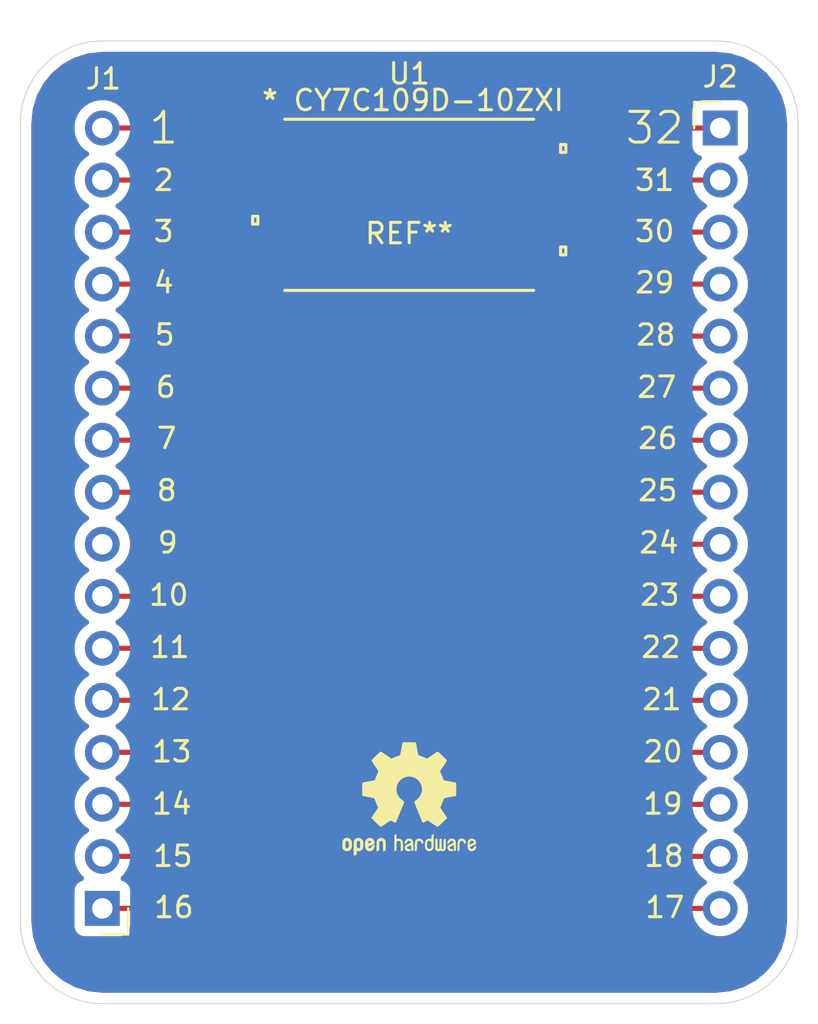
<source format=kicad_pcb>
(kicad_pcb (version 20171130) (host pcbnew "(5.1.5)-3")

  (general
    (thickness 1.6)
    (drawings 40)
    (tracks 156)
    (zones 0)
    (modules 5)
    (nets 34)
  )

  (page A4)
  (layers
    (0 F.Cu signal)
    (31 B.Cu signal)
    (32 B.Adhes user)
    (33 F.Adhes user)
    (34 B.Paste user)
    (35 F.Paste user)
    (36 B.SilkS user)
    (37 F.SilkS user)
    (38 B.Mask user)
    (39 F.Mask user)
    (40 Dwgs.User user)
    (41 Cmts.User user)
    (42 Eco1.User user)
    (43 Eco2.User user)
    (44 Edge.Cuts user)
    (45 Margin user)
    (46 B.CrtYd user)
    (47 F.CrtYd user)
    (48 B.Fab user)
    (49 F.Fab user)
  )

  (setup
    (last_trace_width 0.25)
    (trace_clearance 0.2)
    (zone_clearance 0.508)
    (zone_45_only no)
    (trace_min 0.2)
    (via_size 0.8)
    (via_drill 0.4)
    (via_min_size 0.4)
    (via_min_drill 0.3)
    (uvia_size 0.3)
    (uvia_drill 0.1)
    (uvias_allowed no)
    (uvia_min_size 0.2)
    (uvia_min_drill 0.1)
    (edge_width 0.05)
    (segment_width 0.2)
    (pcb_text_width 0.3)
    (pcb_text_size 1.5 1.5)
    (mod_edge_width 0.12)
    (mod_text_size 1 1)
    (mod_text_width 0.15)
    (pad_size 1.524 1.524)
    (pad_drill 0.762)
    (pad_to_mask_clearance 0.051)
    (solder_mask_min_width 0.25)
    (aux_axis_origin 0 0)
    (visible_elements 7FFFFFFF)
    (pcbplotparams
      (layerselection 0x010fc_ffffffff)
      (usegerberextensions false)
      (usegerberattributes false)
      (usegerberadvancedattributes false)
      (creategerberjobfile false)
      (excludeedgelayer true)
      (linewidth 0.100000)
      (plotframeref false)
      (viasonmask false)
      (mode 1)
      (useauxorigin false)
      (hpglpennumber 1)
      (hpglpenspeed 20)
      (hpglpendiameter 15.000000)
      (psnegative false)
      (psa4output false)
      (plotreference true)
      (plotvalue true)
      (plotinvisibletext false)
      (padsonsilk false)
      (subtractmaskfromsilk false)
      (outputformat 1)
      (mirror false)
      (drillshape 0)
      (scaleselection 1)
      (outputdirectory "gout/"))
  )

  (net 0 "")
  (net 1 "Net-(J1-Pad16)")
  (net 2 "Net-(J1-Pad15)")
  (net 3 "Net-(J1-Pad14)")
  (net 4 "Net-(J1-Pad13)")
  (net 5 "Net-(J1-Pad12)")
  (net 6 "Net-(J1-Pad11)")
  (net 7 "Net-(J1-Pad10)")
  (net 8 "Net-(J1-Pad9)")
  (net 9 "Net-(J1-Pad8)")
  (net 10 "Net-(J1-Pad7)")
  (net 11 "Net-(J1-Pad6)")
  (net 12 "Net-(J1-Pad5)")
  (net 13 "Net-(J1-Pad4)")
  (net 14 "Net-(J1-Pad3)")
  (net 15 "Net-(J1-Pad2)")
  (net 16 "Net-(J1-Pad1)")
  (net 17 "Net-(J2-Pad16)")
  (net 18 "Net-(J2-Pad15)")
  (net 19 "Net-(J2-Pad14)")
  (net 20 "Net-(J2-Pad13)")
  (net 21 "Net-(J2-Pad12)")
  (net 22 "Net-(J2-Pad11)")
  (net 23 "Net-(J2-Pad10)")
  (net 24 "Net-(J2-Pad9)")
  (net 25 "Net-(J2-Pad8)")
  (net 26 "Net-(J2-Pad7)")
  (net 27 "Net-(J2-Pad6)")
  (net 28 "Net-(J2-Pad5)")
  (net 29 "Net-(J2-Pad4)")
  (net 30 "Net-(J2-Pad3)")
  (net 31 "Net-(J2-Pad2)")
  (net 32 "Net-(J2-Pad1)")
  (net 33 "Net-(U1-Pad9)")

  (net_class Default "This is the default net class."
    (clearance 0.2)
    (trace_width 0.25)
    (via_dia 0.8)
    (via_drill 0.4)
    (uvia_dia 0.3)
    (uvia_drill 0.1)
    (add_net "Net-(J1-Pad1)")
    (add_net "Net-(J1-Pad10)")
    (add_net "Net-(J1-Pad11)")
    (add_net "Net-(J1-Pad12)")
    (add_net "Net-(J1-Pad13)")
    (add_net "Net-(J1-Pad14)")
    (add_net "Net-(J1-Pad15)")
    (add_net "Net-(J1-Pad16)")
    (add_net "Net-(J1-Pad2)")
    (add_net "Net-(J1-Pad3)")
    (add_net "Net-(J1-Pad4)")
    (add_net "Net-(J1-Pad5)")
    (add_net "Net-(J1-Pad6)")
    (add_net "Net-(J1-Pad7)")
    (add_net "Net-(J1-Pad8)")
    (add_net "Net-(J1-Pad9)")
    (add_net "Net-(J2-Pad1)")
    (add_net "Net-(J2-Pad10)")
    (add_net "Net-(J2-Pad11)")
    (add_net "Net-(J2-Pad12)")
    (add_net "Net-(J2-Pad13)")
    (add_net "Net-(J2-Pad14)")
    (add_net "Net-(J2-Pad15)")
    (add_net "Net-(J2-Pad16)")
    (add_net "Net-(J2-Pad2)")
    (add_net "Net-(J2-Pad3)")
    (add_net "Net-(J2-Pad4)")
    (add_net "Net-(J2-Pad5)")
    (add_net "Net-(J2-Pad6)")
    (add_net "Net-(J2-Pad7)")
    (add_net "Net-(J2-Pad8)")
    (add_net "Net-(J2-Pad9)")
    (add_net "Net-(U1-Pad9)")
  )

  (module Symbol:OSHW-Logo2_7.3x6mm_SilkScreen (layer F.Cu) (tedit 0) (tstamp 5E52B7E4)
    (at 110 139)
    (descr "Open Source Hardware Symbol")
    (tags "Logo Symbol OSHW")
    (attr virtual)
    (fp_text reference REF** (at 0 0) (layer F.SilkS) hide
      (effects (font (size 1 1) (thickness 0.15)))
    )
    (fp_text value OSHW-Logo2_7.3x6mm_SilkScreen (at 0.75 0) (layer F.Fab) hide
      (effects (font (size 1 1) (thickness 0.15)))
    )
    (fp_poly (pts (xy 0.10391 -2.757652) (xy 0.182454 -2.757222) (xy 0.239298 -2.756058) (xy 0.278105 -2.753793)
      (xy 0.302538 -2.75006) (xy 0.316262 -2.744494) (xy 0.32294 -2.736727) (xy 0.326236 -2.726395)
      (xy 0.326556 -2.725057) (xy 0.331562 -2.700921) (xy 0.340829 -2.653299) (xy 0.353392 -2.587259)
      (xy 0.368287 -2.507872) (xy 0.384551 -2.420204) (xy 0.385119 -2.417125) (xy 0.40141 -2.331211)
      (xy 0.416652 -2.255304) (xy 0.429861 -2.193955) (xy 0.440054 -2.151718) (xy 0.446248 -2.133145)
      (xy 0.446543 -2.132816) (xy 0.464788 -2.123747) (xy 0.502405 -2.108633) (xy 0.551271 -2.090738)
      (xy 0.551543 -2.090642) (xy 0.613093 -2.067507) (xy 0.685657 -2.038035) (xy 0.754057 -2.008403)
      (xy 0.757294 -2.006938) (xy 0.868702 -1.956374) (xy 1.115399 -2.12484) (xy 1.191077 -2.176197)
      (xy 1.259631 -2.222111) (xy 1.317088 -2.25997) (xy 1.359476 -2.287163) (xy 1.382825 -2.301079)
      (xy 1.385042 -2.302111) (xy 1.40201 -2.297516) (xy 1.433701 -2.275345) (xy 1.481352 -2.234553)
      (xy 1.546198 -2.174095) (xy 1.612397 -2.109773) (xy 1.676214 -2.046388) (xy 1.733329 -1.988549)
      (xy 1.780305 -1.939825) (xy 1.813703 -1.90379) (xy 1.830085 -1.884016) (xy 1.830694 -1.882998)
      (xy 1.832505 -1.869428) (xy 1.825683 -1.847267) (xy 1.80854 -1.813522) (xy 1.779393 -1.7652)
      (xy 1.736555 -1.699308) (xy 1.679448 -1.614483) (xy 1.628766 -1.539823) (xy 1.583461 -1.47286)
      (xy 1.54615 -1.417484) (xy 1.519452 -1.37758) (xy 1.505985 -1.357038) (xy 1.505137 -1.355644)
      (xy 1.506781 -1.335962) (xy 1.519245 -1.297707) (xy 1.540048 -1.248111) (xy 1.547462 -1.232272)
      (xy 1.579814 -1.16171) (xy 1.614328 -1.081647) (xy 1.642365 -1.012371) (xy 1.662568 -0.960955)
      (xy 1.678615 -0.921881) (xy 1.687888 -0.901459) (xy 1.689041 -0.899886) (xy 1.706096 -0.897279)
      (xy 1.746298 -0.890137) (xy 1.804302 -0.879477) (xy 1.874763 -0.866315) (xy 1.952335 -0.851667)
      (xy 2.031672 -0.836551) (xy 2.107431 -0.821982) (xy 2.174264 -0.808978) (xy 2.226828 -0.798555)
      (xy 2.259776 -0.79173) (xy 2.267857 -0.789801) (xy 2.276205 -0.785038) (xy 2.282506 -0.774282)
      (xy 2.287045 -0.753902) (xy 2.290104 -0.720266) (xy 2.291967 -0.669745) (xy 2.292918 -0.598708)
      (xy 2.29324 -0.503524) (xy 2.293257 -0.464508) (xy 2.293257 -0.147201) (xy 2.217057 -0.132161)
      (xy 2.174663 -0.124005) (xy 2.1114 -0.112101) (xy 2.034962 -0.097884) (xy 1.953043 -0.08279)
      (xy 1.9304 -0.078645) (xy 1.854806 -0.063947) (xy 1.788953 -0.049495) (xy 1.738366 -0.036625)
      (xy 1.708574 -0.026678) (xy 1.703612 -0.023713) (xy 1.691426 -0.002717) (xy 1.673953 0.037967)
      (xy 1.654577 0.090322) (xy 1.650734 0.1016) (xy 1.625339 0.171523) (xy 1.593817 0.250418)
      (xy 1.562969 0.321266) (xy 1.562817 0.321595) (xy 1.511447 0.432733) (xy 1.680399 0.681253)
      (xy 1.849352 0.929772) (xy 1.632429 1.147058) (xy 1.566819 1.211726) (xy 1.506979 1.268733)
      (xy 1.456267 1.315033) (xy 1.418046 1.347584) (xy 1.395675 1.363343) (xy 1.392466 1.364343)
      (xy 1.373626 1.356469) (xy 1.33518 1.334578) (xy 1.28133 1.301267) (xy 1.216276 1.259131)
      (xy 1.14594 1.211943) (xy 1.074555 1.16381) (xy 1.010908 1.121928) (xy 0.959041 1.088871)
      (xy 0.922995 1.067218) (xy 0.906867 1.059543) (xy 0.887189 1.066037) (xy 0.849875 1.08315)
      (xy 0.802621 1.107326) (xy 0.797612 1.110013) (xy 0.733977 1.141927) (xy 0.690341 1.157579)
      (xy 0.663202 1.157745) (xy 0.649057 1.143204) (xy 0.648975 1.143) (xy 0.641905 1.125779)
      (xy 0.625042 1.084899) (xy 0.599695 1.023525) (xy 0.567171 0.944819) (xy 0.528778 0.851947)
      (xy 0.485822 0.748072) (xy 0.444222 0.647502) (xy 0.398504 0.536516) (xy 0.356526 0.433703)
      (xy 0.319548 0.342215) (xy 0.288827 0.265201) (xy 0.265622 0.205815) (xy 0.25119 0.167209)
      (xy 0.246743 0.1528) (xy 0.257896 0.136272) (xy 0.287069 0.10993) (xy 0.325971 0.080887)
      (xy 0.436757 -0.010961) (xy 0.523351 -0.116241) (xy 0.584716 -0.232734) (xy 0.619815 -0.358224)
      (xy 0.627608 -0.490493) (xy 0.621943 -0.551543) (xy 0.591078 -0.678205) (xy 0.53792 -0.790059)
      (xy 0.465767 -0.885999) (xy 0.377917 -0.964924) (xy 0.277665 -1.02573) (xy 0.16831 -1.067313)
      (xy 0.053147 -1.088572) (xy -0.064525 -1.088401) (xy -0.18141 -1.065699) (xy -0.294211 -1.019362)
      (xy -0.399631 -0.948287) (xy -0.443632 -0.908089) (xy -0.528021 -0.804871) (xy -0.586778 -0.692075)
      (xy -0.620296 -0.57299) (xy -0.628965 -0.450905) (xy -0.613177 -0.329107) (xy -0.573322 -0.210884)
      (xy -0.509793 -0.099525) (xy -0.422979 0.001684) (xy -0.325971 0.080887) (xy -0.285563 0.111162)
      (xy -0.257018 0.137219) (xy -0.246743 0.152825) (xy -0.252123 0.169843) (xy -0.267425 0.2105)
      (xy -0.291388 0.271642) (xy -0.322756 0.350119) (xy -0.360268 0.44278) (xy -0.402667 0.546472)
      (xy -0.444337 0.647526) (xy -0.49031 0.758607) (xy -0.532893 0.861541) (xy -0.570779 0.953165)
      (xy -0.60266 1.030316) (xy -0.627229 1.089831) (xy -0.64318 1.128544) (xy -0.64909 1.143)
      (xy -0.663052 1.157685) (xy -0.69006 1.157642) (xy -0.733587 1.142099) (xy -0.79711 1.110284)
      (xy -0.797612 1.110013) (xy -0.84544 1.085323) (xy -0.884103 1.067338) (xy -0.905905 1.059614)
      (xy -0.906867 1.059543) (xy -0.923279 1.067378) (xy -0.959513 1.089165) (xy -1.011526 1.122328)
      (xy -1.075275 1.164291) (xy -1.14594 1.211943) (xy -1.217884 1.260191) (xy -1.282726 1.302151)
      (xy -1.336265 1.335227) (xy -1.374303 1.356821) (xy -1.392467 1.364343) (xy -1.409192 1.354457)
      (xy -1.44282 1.326826) (xy -1.48999 1.284495) (xy -1.547342 1.230505) (xy -1.611516 1.167899)
      (xy -1.632503 1.146983) (xy -1.849501 0.929623) (xy -1.684332 0.68722) (xy -1.634136 0.612781)
      (xy -1.590081 0.545972) (xy -1.554638 0.490665) (xy -1.530281 0.450729) (xy -1.519478 0.430036)
      (xy -1.519162 0.428563) (xy -1.524857 0.409058) (xy -1.540174 0.369822) (xy -1.562463 0.31743)
      (xy -1.578107 0.282355) (xy -1.607359 0.215201) (xy -1.634906 0.147358) (xy -1.656263 0.090034)
      (xy -1.662065 0.072572) (xy -1.678548 0.025938) (xy -1.69466 -0.010095) (xy -1.70351 -0.023713)
      (xy -1.72304 -0.032048) (xy -1.765666 -0.043863) (xy -1.825855 -0.057819) (xy -1.898078 -0.072578)
      (xy -1.9304 -0.078645) (xy -2.012478 -0.093727) (xy -2.091205 -0.108331) (xy -2.158891 -0.12102)
      (xy -2.20784 -0.130358) (xy -2.217057 -0.132161) (xy -2.293257 -0.147201) (xy -2.293257 -0.464508)
      (xy -2.293086 -0.568846) (xy -2.292384 -0.647787) (xy -2.290866 -0.704962) (xy -2.288251 -0.744001)
      (xy -2.284254 -0.768535) (xy -2.278591 -0.782195) (xy -2.27098 -0.788611) (xy -2.267857 -0.789801)
      (xy -2.249022 -0.79402) (xy -2.207412 -0.802438) (xy -2.14837 -0.814039) (xy -2.077243 -0.827805)
      (xy -1.999375 -0.84272) (xy -1.920113 -0.857768) (xy -1.844802 -0.871931) (xy -1.778787 -0.884194)
      (xy -1.727413 -0.893539) (xy -1.696025 -0.89895) (xy -1.689041 -0.899886) (xy -1.682715 -0.912404)
      (xy -1.66871 -0.945754) (xy -1.649645 -0.993623) (xy -1.642366 -1.012371) (xy -1.613004 -1.084805)
      (xy -1.578429 -1.16483) (xy -1.547463 -1.232272) (xy -1.524677 -1.283841) (xy -1.509518 -1.326215)
      (xy -1.504458 -1.352166) (xy -1.505264 -1.355644) (xy -1.515959 -1.372064) (xy -1.54038 -1.408583)
      (xy -1.575905 -1.461313) (xy -1.619913 -1.526365) (xy -1.669783 -1.599849) (xy -1.679644 -1.614355)
      (xy -1.737508 -1.700296) (xy -1.780044 -1.765739) (xy -1.808946 -1.813696) (xy -1.82591 -1.84718)
      (xy -1.832633 -1.869205) (xy -1.83081 -1.882783) (xy -1.830764 -1.882869) (xy -1.816414 -1.900703)
      (xy -1.784677 -1.935183) (xy -1.73899 -1.982732) (xy -1.682796 -2.039778) (xy -1.619532 -2.102745)
      (xy -1.612398 -2.109773) (xy -1.53267 -2.18698) (xy -1.471143 -2.24367) (xy -1.426579 -2.28089)
      (xy -1.397743 -2.299685) (xy -1.385042 -2.302111) (xy -1.366506 -2.291529) (xy -1.328039 -2.267084)
      (xy -1.273614 -2.231388) (xy -1.207202 -2.187053) (xy -1.132775 -2.136689) (xy -1.115399 -2.12484)
      (xy -0.868703 -1.956374) (xy -0.757294 -2.006938) (xy -0.689543 -2.036405) (xy -0.616817 -2.066041)
      (xy -0.554297 -2.08967) (xy -0.551543 -2.090642) (xy -0.50264 -2.108543) (xy -0.464943 -2.12368)
      (xy -0.446575 -2.13279) (xy -0.446544 -2.132816) (xy -0.440715 -2.149283) (xy -0.430808 -2.189781)
      (xy -0.417805 -2.249758) (xy -0.402691 -2.32466) (xy -0.386448 -2.409936) (xy -0.385119 -2.417125)
      (xy -0.368825 -2.504986) (xy -0.353867 -2.58474) (xy -0.341209 -2.651319) (xy -0.331814 -2.699653)
      (xy -0.326646 -2.724675) (xy -0.326556 -2.725057) (xy -0.323411 -2.735701) (xy -0.317296 -2.743738)
      (xy -0.304547 -2.749533) (xy -0.2815 -2.753453) (xy -0.244491 -2.755865) (xy -0.189856 -2.757135)
      (xy -0.113933 -2.757629) (xy -0.013056 -2.757714) (xy 0 -2.757714) (xy 0.10391 -2.757652)) (layer F.SilkS) (width 0.01))
    (fp_poly (pts (xy 3.153595 1.966966) (xy 3.211021 2.004497) (xy 3.238719 2.038096) (xy 3.260662 2.099064)
      (xy 3.262405 2.147308) (xy 3.258457 2.211816) (xy 3.109686 2.276934) (xy 3.037349 2.310202)
      (xy 2.990084 2.336964) (xy 2.965507 2.360144) (xy 2.961237 2.382667) (xy 2.974889 2.407455)
      (xy 2.989943 2.423886) (xy 3.033746 2.450235) (xy 3.081389 2.452081) (xy 3.125145 2.431546)
      (xy 3.157289 2.390752) (xy 3.163038 2.376347) (xy 3.190576 2.331356) (xy 3.222258 2.312182)
      (xy 3.265714 2.295779) (xy 3.265714 2.357966) (xy 3.261872 2.400283) (xy 3.246823 2.435969)
      (xy 3.21528 2.476943) (xy 3.210592 2.482267) (xy 3.175506 2.51872) (xy 3.145347 2.538283)
      (xy 3.107615 2.547283) (xy 3.076335 2.55023) (xy 3.020385 2.550965) (xy 2.980555 2.54166)
      (xy 2.955708 2.527846) (xy 2.916656 2.497467) (xy 2.889625 2.464613) (xy 2.872517 2.423294)
      (xy 2.863238 2.367521) (xy 2.859693 2.291305) (xy 2.85941 2.252622) (xy 2.860372 2.206247)
      (xy 2.948007 2.206247) (xy 2.949023 2.231126) (xy 2.951556 2.2352) (xy 2.968274 2.229665)
      (xy 3.004249 2.215017) (xy 3.052331 2.19419) (xy 3.062386 2.189714) (xy 3.123152 2.158814)
      (xy 3.156632 2.131657) (xy 3.16399 2.10622) (xy 3.146391 2.080481) (xy 3.131856 2.069109)
      (xy 3.07941 2.046364) (xy 3.030322 2.050122) (xy 2.989227 2.077884) (xy 2.960758 2.127152)
      (xy 2.951631 2.166257) (xy 2.948007 2.206247) (xy 2.860372 2.206247) (xy 2.861285 2.162249)
      (xy 2.868196 2.095384) (xy 2.881884 2.046695) (xy 2.904096 2.010849) (xy 2.936574 1.982513)
      (xy 2.950733 1.973355) (xy 3.015053 1.949507) (xy 3.085473 1.948006) (xy 3.153595 1.966966)) (layer F.SilkS) (width 0.01))
    (fp_poly (pts (xy 2.6526 1.958752) (xy 2.669948 1.966334) (xy 2.711356 1.999128) (xy 2.746765 2.046547)
      (xy 2.768664 2.097151) (xy 2.772229 2.122098) (xy 2.760279 2.156927) (xy 2.734067 2.175357)
      (xy 2.705964 2.186516) (xy 2.693095 2.188572) (xy 2.686829 2.173649) (xy 2.674456 2.141175)
      (xy 2.669028 2.126502) (xy 2.63859 2.075744) (xy 2.59452 2.050427) (xy 2.53801 2.051206)
      (xy 2.533825 2.052203) (xy 2.503655 2.066507) (xy 2.481476 2.094393) (xy 2.466327 2.139287)
      (xy 2.45725 2.204615) (xy 2.453286 2.293804) (xy 2.452914 2.341261) (xy 2.45273 2.416071)
      (xy 2.451522 2.467069) (xy 2.448309 2.499471) (xy 2.442109 2.518495) (xy 2.43194 2.529356)
      (xy 2.416819 2.537272) (xy 2.415946 2.53767) (xy 2.386828 2.549981) (xy 2.372403 2.554514)
      (xy 2.370186 2.540809) (xy 2.368289 2.502925) (xy 2.366847 2.445715) (xy 2.365998 2.374027)
      (xy 2.365829 2.321565) (xy 2.366692 2.220047) (xy 2.37007 2.143032) (xy 2.377142 2.086023)
      (xy 2.389088 2.044526) (xy 2.40709 2.014043) (xy 2.432327 1.99008) (xy 2.457247 1.973355)
      (xy 2.517171 1.951097) (xy 2.586911 1.946076) (xy 2.6526 1.958752)) (layer F.SilkS) (width 0.01))
    (fp_poly (pts (xy 2.144876 1.956335) (xy 2.186667 1.975344) (xy 2.219469 1.998378) (xy 2.243503 2.024133)
      (xy 2.260097 2.057358) (xy 2.270577 2.1028) (xy 2.276271 2.165207) (xy 2.278507 2.249327)
      (xy 2.278743 2.304721) (xy 2.278743 2.520826) (xy 2.241774 2.53767) (xy 2.212656 2.549981)
      (xy 2.198231 2.554514) (xy 2.195472 2.541025) (xy 2.193282 2.504653) (xy 2.191942 2.451542)
      (xy 2.191657 2.409372) (xy 2.190434 2.348447) (xy 2.187136 2.300115) (xy 2.182321 2.270518)
      (xy 2.178496 2.264229) (xy 2.152783 2.270652) (xy 2.112418 2.287125) (xy 2.065679 2.309458)
      (xy 2.020845 2.333457) (xy 1.986193 2.35493) (xy 1.970002 2.369685) (xy 1.969938 2.369845)
      (xy 1.97133 2.397152) (xy 1.983818 2.423219) (xy 2.005743 2.444392) (xy 2.037743 2.451474)
      (xy 2.065092 2.450649) (xy 2.103826 2.450042) (xy 2.124158 2.459116) (xy 2.136369 2.483092)
      (xy 2.137909 2.487613) (xy 2.143203 2.521806) (xy 2.129047 2.542568) (xy 2.092148 2.552462)
      (xy 2.052289 2.554292) (xy 1.980562 2.540727) (xy 1.943432 2.521355) (xy 1.897576 2.475845)
      (xy 1.873256 2.419983) (xy 1.871073 2.360957) (xy 1.891629 2.305953) (xy 1.922549 2.271486)
      (xy 1.95342 2.252189) (xy 2.001942 2.227759) (xy 2.058485 2.202985) (xy 2.06791 2.199199)
      (xy 2.130019 2.171791) (xy 2.165822 2.147634) (xy 2.177337 2.123619) (xy 2.16658 2.096635)
      (xy 2.148114 2.075543) (xy 2.104469 2.049572) (xy 2.056446 2.047624) (xy 2.012406 2.067637)
      (xy 1.980709 2.107551) (xy 1.976549 2.117848) (xy 1.952327 2.155724) (xy 1.916965 2.183842)
      (xy 1.872343 2.206917) (xy 1.872343 2.141485) (xy 1.874969 2.101506) (xy 1.88623 2.069997)
      (xy 1.911199 2.036378) (xy 1.935169 2.010484) (xy 1.972441 1.973817) (xy 2.001401 1.954121)
      (xy 2.032505 1.94622) (xy 2.067713 1.944914) (xy 2.144876 1.956335)) (layer F.SilkS) (width 0.01))
    (fp_poly (pts (xy 1.779833 1.958663) (xy 1.782048 1.99685) (xy 1.783784 2.054886) (xy 1.784899 2.12818)
      (xy 1.785257 2.205055) (xy 1.785257 2.465196) (xy 1.739326 2.511127) (xy 1.707675 2.539429)
      (xy 1.67989 2.550893) (xy 1.641915 2.550168) (xy 1.62684 2.548321) (xy 1.579726 2.542948)
      (xy 1.540756 2.539869) (xy 1.531257 2.539585) (xy 1.499233 2.541445) (xy 1.453432 2.546114)
      (xy 1.435674 2.548321) (xy 1.392057 2.551735) (xy 1.362745 2.54432) (xy 1.33368 2.521427)
      (xy 1.323188 2.511127) (xy 1.277257 2.465196) (xy 1.277257 1.978602) (xy 1.314226 1.961758)
      (xy 1.346059 1.949282) (xy 1.364683 1.944914) (xy 1.369458 1.958718) (xy 1.373921 1.997286)
      (xy 1.377775 2.056356) (xy 1.380722 2.131663) (xy 1.382143 2.195286) (xy 1.386114 2.445657)
      (xy 1.420759 2.450556) (xy 1.452268 2.447131) (xy 1.467708 2.436041) (xy 1.472023 2.415308)
      (xy 1.475708 2.371145) (xy 1.478469 2.309146) (xy 1.480012 2.234909) (xy 1.480235 2.196706)
      (xy 1.480457 1.976783) (xy 1.526166 1.960849) (xy 1.558518 1.950015) (xy 1.576115 1.944962)
      (xy 1.576623 1.944914) (xy 1.578388 1.958648) (xy 1.580329 1.99673) (xy 1.582282 2.054482)
      (xy 1.584084 2.127227) (xy 1.585343 2.195286) (xy 1.589314 2.445657) (xy 1.6764 2.445657)
      (xy 1.680396 2.21724) (xy 1.684392 1.988822) (xy 1.726847 1.966868) (xy 1.758192 1.951793)
      (xy 1.776744 1.944951) (xy 1.777279 1.944914) (xy 1.779833 1.958663)) (layer F.SilkS) (width 0.01))
    (fp_poly (pts (xy 1.190117 2.065358) (xy 1.189933 2.173837) (xy 1.189219 2.257287) (xy 1.187675 2.319704)
      (xy 1.185001 2.365085) (xy 1.180894 2.397429) (xy 1.175055 2.420733) (xy 1.167182 2.438995)
      (xy 1.161221 2.449418) (xy 1.111855 2.505945) (xy 1.049264 2.541377) (xy 0.980013 2.55409)
      (xy 0.910668 2.542463) (xy 0.869375 2.521568) (xy 0.826025 2.485422) (xy 0.796481 2.441276)
      (xy 0.778655 2.383462) (xy 0.770463 2.306313) (xy 0.769302 2.249714) (xy 0.769458 2.245647)
      (xy 0.870857 2.245647) (xy 0.871476 2.31055) (xy 0.874314 2.353514) (xy 0.88084 2.381622)
      (xy 0.892523 2.401953) (xy 0.906483 2.417288) (xy 0.953365 2.44689) (xy 1.003701 2.449419)
      (xy 1.051276 2.424705) (xy 1.054979 2.421356) (xy 1.070783 2.403935) (xy 1.080693 2.383209)
      (xy 1.086058 2.352362) (xy 1.088228 2.304577) (xy 1.088571 2.251748) (xy 1.087827 2.185381)
      (xy 1.084748 2.141106) (xy 1.078061 2.112009) (xy 1.066496 2.091173) (xy 1.057013 2.080107)
      (xy 1.01296 2.052198) (xy 0.962224 2.048843) (xy 0.913796 2.070159) (xy 0.90445 2.078073)
      (xy 0.88854 2.095647) (xy 0.87861 2.116587) (xy 0.873278 2.147782) (xy 0.871163 2.196122)
      (xy 0.870857 2.245647) (xy 0.769458 2.245647) (xy 0.77281 2.158568) (xy 0.784726 2.090086)
      (xy 0.807135 2.0386) (xy 0.842124 1.998443) (xy 0.869375 1.977861) (xy 0.918907 1.955625)
      (xy 0.976316 1.945304) (xy 1.029682 1.948067) (xy 1.059543 1.959212) (xy 1.071261 1.962383)
      (xy 1.079037 1.950557) (xy 1.084465 1.918866) (xy 1.088571 1.870593) (xy 1.093067 1.816829)
      (xy 1.099313 1.784482) (xy 1.110676 1.765985) (xy 1.130528 1.75377) (xy 1.143 1.748362)
      (xy 1.190171 1.728601) (xy 1.190117 2.065358)) (layer F.SilkS) (width 0.01))
    (fp_poly (pts (xy 0.529926 1.949755) (xy 0.595858 1.974084) (xy 0.649273 2.017117) (xy 0.670164 2.047409)
      (xy 0.692939 2.102994) (xy 0.692466 2.143186) (xy 0.668562 2.170217) (xy 0.659717 2.174813)
      (xy 0.62153 2.189144) (xy 0.602028 2.185472) (xy 0.595422 2.161407) (xy 0.595086 2.148114)
      (xy 0.582992 2.09921) (xy 0.551471 2.064999) (xy 0.507659 2.048476) (xy 0.458695 2.052634)
      (xy 0.418894 2.074227) (xy 0.40545 2.086544) (xy 0.395921 2.101487) (xy 0.389485 2.124075)
      (xy 0.385317 2.159328) (xy 0.382597 2.212266) (xy 0.380502 2.287907) (xy 0.37996 2.311857)
      (xy 0.377981 2.39379) (xy 0.375731 2.451455) (xy 0.372357 2.489608) (xy 0.367006 2.513004)
      (xy 0.358824 2.526398) (xy 0.346959 2.534545) (xy 0.339362 2.538144) (xy 0.307102 2.550452)
      (xy 0.288111 2.554514) (xy 0.281836 2.540948) (xy 0.278006 2.499934) (xy 0.2766 2.430999)
      (xy 0.277598 2.333669) (xy 0.277908 2.318657) (xy 0.280101 2.229859) (xy 0.282693 2.165019)
      (xy 0.286382 2.119067) (xy 0.291864 2.086935) (xy 0.299835 2.063553) (xy 0.310993 2.043852)
      (xy 0.31683 2.03541) (xy 0.350296 1.998057) (xy 0.387727 1.969003) (xy 0.392309 1.966467)
      (xy 0.459426 1.946443) (xy 0.529926 1.949755)) (layer F.SilkS) (width 0.01))
    (fp_poly (pts (xy 0.039744 1.950968) (xy 0.096616 1.972087) (xy 0.097267 1.972493) (xy 0.13244 1.99838)
      (xy 0.158407 2.028633) (xy 0.17667 2.068058) (xy 0.188732 2.121462) (xy 0.196096 2.193651)
      (xy 0.200264 2.289432) (xy 0.200629 2.303078) (xy 0.205876 2.508842) (xy 0.161716 2.531678)
      (xy 0.129763 2.54711) (xy 0.11047 2.554423) (xy 0.109578 2.554514) (xy 0.106239 2.541022)
      (xy 0.103587 2.504626) (xy 0.101956 2.451452) (xy 0.1016 2.408393) (xy 0.101592 2.338641)
      (xy 0.098403 2.294837) (xy 0.087288 2.273944) (xy 0.063501 2.272925) (xy 0.022296 2.288741)
      (xy -0.039914 2.317815) (xy -0.085659 2.341963) (xy -0.109187 2.362913) (xy -0.116104 2.385747)
      (xy -0.116114 2.386877) (xy -0.104701 2.426212) (xy -0.070908 2.447462) (xy -0.019191 2.450539)
      (xy 0.018061 2.450006) (xy 0.037703 2.460735) (xy 0.049952 2.486505) (xy 0.057002 2.519337)
      (xy 0.046842 2.537966) (xy 0.043017 2.540632) (xy 0.007001 2.55134) (xy -0.043434 2.552856)
      (xy -0.095374 2.545759) (xy -0.132178 2.532788) (xy -0.183062 2.489585) (xy -0.211986 2.429446)
      (xy -0.217714 2.382462) (xy -0.213343 2.340082) (xy -0.197525 2.305488) (xy -0.166203 2.274763)
      (xy -0.115322 2.24399) (xy -0.040824 2.209252) (xy -0.036286 2.207288) (xy 0.030821 2.176287)
      (xy 0.072232 2.150862) (xy 0.089981 2.128014) (xy 0.086107 2.104745) (xy 0.062643 2.078056)
      (xy 0.055627 2.071914) (xy 0.00863 2.0481) (xy -0.040067 2.049103) (xy -0.082478 2.072451)
      (xy -0.110616 2.115675) (xy -0.113231 2.12416) (xy -0.138692 2.165308) (xy -0.170999 2.185128)
      (xy -0.217714 2.20477) (xy -0.217714 2.15395) (xy -0.203504 2.080082) (xy -0.161325 2.012327)
      (xy -0.139376 1.989661) (xy -0.089483 1.960569) (xy -0.026033 1.9474) (xy 0.039744 1.950968)) (layer F.SilkS) (width 0.01))
    (fp_poly (pts (xy -0.624114 1.851289) (xy -0.619861 1.910613) (xy -0.614975 1.945572) (xy -0.608205 1.96082)
      (xy -0.598298 1.961015) (xy -0.595086 1.959195) (xy -0.552356 1.946015) (xy -0.496773 1.946785)
      (xy -0.440263 1.960333) (xy -0.404918 1.977861) (xy -0.368679 2.005861) (xy -0.342187 2.037549)
      (xy -0.324001 2.077813) (xy -0.312678 2.131543) (xy -0.306778 2.203626) (xy -0.304857 2.298951)
      (xy -0.304823 2.317237) (xy -0.3048 2.522646) (xy -0.350509 2.53858) (xy -0.382973 2.54942)
      (xy -0.400785 2.554468) (xy -0.401309 2.554514) (xy -0.403063 2.540828) (xy -0.404556 2.503076)
      (xy -0.405674 2.446224) (xy -0.406303 2.375234) (xy -0.4064 2.332073) (xy -0.406602 2.246973)
      (xy -0.407642 2.185981) (xy -0.410169 2.144177) (xy -0.414836 2.116642) (xy -0.422293 2.098456)
      (xy -0.433189 2.084698) (xy -0.439993 2.078073) (xy -0.486728 2.051375) (xy -0.537728 2.049375)
      (xy -0.583999 2.071955) (xy -0.592556 2.080107) (xy -0.605107 2.095436) (xy -0.613812 2.113618)
      (xy -0.619369 2.139909) (xy -0.622474 2.179562) (xy -0.623824 2.237832) (xy -0.624114 2.318173)
      (xy -0.624114 2.522646) (xy -0.669823 2.53858) (xy -0.702287 2.54942) (xy -0.720099 2.554468)
      (xy -0.720623 2.554514) (xy -0.721963 2.540623) (xy -0.723172 2.501439) (xy -0.724199 2.4407)
      (xy -0.724998 2.362141) (xy -0.725519 2.269498) (xy -0.725714 2.166509) (xy -0.725714 1.769342)
      (xy -0.678543 1.749444) (xy -0.631371 1.729547) (xy -0.624114 1.851289)) (layer F.SilkS) (width 0.01))
    (fp_poly (pts (xy -1.831697 1.931239) (xy -1.774473 1.969735) (xy -1.730251 2.025335) (xy -1.703833 2.096086)
      (xy -1.69849 2.148162) (xy -1.699097 2.169893) (xy -1.704178 2.186531) (xy -1.718145 2.201437)
      (xy -1.745411 2.217973) (xy -1.790388 2.239498) (xy -1.857489 2.269374) (xy -1.857829 2.269524)
      (xy -1.919593 2.297813) (xy -1.970241 2.322933) (xy -2.004596 2.342179) (xy -2.017482 2.352848)
      (xy -2.017486 2.352934) (xy -2.006128 2.376166) (xy -1.979569 2.401774) (xy -1.949077 2.420221)
      (xy -1.93363 2.423886) (xy -1.891485 2.411212) (xy -1.855192 2.379471) (xy -1.837483 2.344572)
      (xy -1.820448 2.318845) (xy -1.787078 2.289546) (xy -1.747851 2.264235) (xy -1.713244 2.250471)
      (xy -1.706007 2.249714) (xy -1.697861 2.26216) (xy -1.69737 2.293972) (xy -1.703357 2.336866)
      (xy -1.714643 2.382558) (xy -1.73005 2.422761) (xy -1.730829 2.424322) (xy -1.777196 2.489062)
      (xy -1.837289 2.533097) (xy -1.905535 2.554711) (xy -1.976362 2.552185) (xy -2.044196 2.523804)
      (xy -2.047212 2.521808) (xy -2.100573 2.473448) (xy -2.13566 2.410352) (xy -2.155078 2.327387)
      (xy -2.157684 2.304078) (xy -2.162299 2.194055) (xy -2.156767 2.142748) (xy -2.017486 2.142748)
      (xy -2.015676 2.174753) (xy -2.005778 2.184093) (xy -1.981102 2.177105) (xy -1.942205 2.160587)
      (xy -1.898725 2.139881) (xy -1.897644 2.139333) (xy -1.860791 2.119949) (xy -1.846 2.107013)
      (xy -1.849647 2.093451) (xy -1.865005 2.075632) (xy -1.904077 2.049845) (xy -1.946154 2.04795)
      (xy -1.983897 2.066717) (xy -2.009966 2.102915) (xy -2.017486 2.142748) (xy -2.156767 2.142748)
      (xy -2.152806 2.106027) (xy -2.12845 2.036212) (xy -2.094544 1.987302) (xy -2.033347 1.937878)
      (xy -1.965937 1.913359) (xy -1.89712 1.911797) (xy -1.831697 1.931239)) (layer F.SilkS) (width 0.01))
    (fp_poly (pts (xy -2.958885 1.921962) (xy -2.890855 1.957733) (xy -2.840649 2.015301) (xy -2.822815 2.052312)
      (xy -2.808937 2.107882) (xy -2.801833 2.178096) (xy -2.80116 2.254727) (xy -2.806573 2.329552)
      (xy -2.81773 2.394342) (xy -2.834286 2.440873) (xy -2.839374 2.448887) (xy -2.899645 2.508707)
      (xy -2.971231 2.544535) (xy -3.048908 2.55502) (xy -3.127452 2.53881) (xy -3.149311 2.529092)
      (xy -3.191878 2.499143) (xy -3.229237 2.459433) (xy -3.232768 2.454397) (xy -3.247119 2.430124)
      (xy -3.256606 2.404178) (xy -3.26221 2.370022) (xy -3.264914 2.321119) (xy -3.265701 2.250935)
      (xy -3.265714 2.2352) (xy -3.265678 2.230192) (xy -3.120571 2.230192) (xy -3.119727 2.29643)
      (xy -3.116404 2.340386) (xy -3.109417 2.368779) (xy -3.097584 2.388325) (xy -3.091543 2.394857)
      (xy -3.056814 2.41968) (xy -3.023097 2.418548) (xy -2.989005 2.397016) (xy -2.968671 2.374029)
      (xy -2.956629 2.340478) (xy -2.949866 2.287569) (xy -2.949402 2.281399) (xy -2.948248 2.185513)
      (xy -2.960312 2.114299) (xy -2.98543 2.068194) (xy -3.02344 2.047635) (xy -3.037008 2.046514)
      (xy -3.072636 2.052152) (xy -3.097006 2.071686) (xy -3.111907 2.109042) (xy -3.119125 2.16815)
      (xy -3.120571 2.230192) (xy -3.265678 2.230192) (xy -3.265174 2.160413) (xy -3.262904 2.108159)
      (xy -3.257932 2.071949) (xy -3.249287 2.045299) (xy -3.235995 2.021722) (xy -3.233057 2.017338)
      (xy -3.183687 1.958249) (xy -3.129891 1.923947) (xy -3.064398 1.910331) (xy -3.042158 1.909665)
      (xy -2.958885 1.921962)) (layer F.SilkS) (width 0.01))
    (fp_poly (pts (xy -1.283907 1.92778) (xy -1.237328 1.954723) (xy -1.204943 1.981466) (xy -1.181258 2.009484)
      (xy -1.164941 2.043748) (xy -1.154661 2.089227) (xy -1.149086 2.150892) (xy -1.146884 2.233711)
      (xy -1.146629 2.293246) (xy -1.146629 2.512391) (xy -1.208314 2.540044) (xy -1.27 2.567697)
      (xy -1.277257 2.32767) (xy -1.280256 2.238028) (xy -1.283402 2.172962) (xy -1.287299 2.128026)
      (xy -1.292553 2.09877) (xy -1.299769 2.080748) (xy -1.30955 2.069511) (xy -1.312688 2.067079)
      (xy -1.360239 2.048083) (xy -1.408303 2.0556) (xy -1.436914 2.075543) (xy -1.448553 2.089675)
      (xy -1.456609 2.10822) (xy -1.461729 2.136334) (xy -1.464559 2.179173) (xy -1.465744 2.241895)
      (xy -1.465943 2.307261) (xy -1.465982 2.389268) (xy -1.467386 2.447316) (xy -1.472086 2.486465)
      (xy -1.482013 2.51178) (xy -1.499097 2.528323) (xy -1.525268 2.541156) (xy -1.560225 2.554491)
      (xy -1.598404 2.569007) (xy -1.593859 2.311389) (xy -1.592029 2.218519) (xy -1.589888 2.149889)
      (xy -1.586819 2.100711) (xy -1.582206 2.066198) (xy -1.575432 2.041562) (xy -1.565881 2.022016)
      (xy -1.554366 2.00477) (xy -1.49881 1.94968) (xy -1.43102 1.917822) (xy -1.357287 1.910191)
      (xy -1.283907 1.92778)) (layer F.SilkS) (width 0.01))
    (fp_poly (pts (xy -2.400256 1.919918) (xy -2.344799 1.947568) (xy -2.295852 1.99848) (xy -2.282371 2.017338)
      (xy -2.267686 2.042015) (xy -2.258158 2.068816) (xy -2.252707 2.104587) (xy -2.250253 2.156169)
      (xy -2.249714 2.224267) (xy -2.252148 2.317588) (xy -2.260606 2.387657) (xy -2.276826 2.439931)
      (xy -2.302546 2.479869) (xy -2.339503 2.512929) (xy -2.342218 2.514886) (xy -2.37864 2.534908)
      (xy -2.422498 2.544815) (xy -2.478276 2.547257) (xy -2.568952 2.547257) (xy -2.56899 2.635283)
      (xy -2.569834 2.684308) (xy -2.574976 2.713065) (xy -2.588413 2.730311) (xy -2.614142 2.744808)
      (xy -2.620321 2.747769) (xy -2.649236 2.761648) (xy -2.671624 2.770414) (xy -2.688271 2.771171)
      (xy -2.699964 2.761023) (xy -2.70749 2.737073) (xy -2.711634 2.696426) (xy -2.713185 2.636186)
      (xy -2.712929 2.553455) (xy -2.711651 2.445339) (xy -2.711252 2.413) (xy -2.709815 2.301524)
      (xy -2.708528 2.228603) (xy -2.569029 2.228603) (xy -2.568245 2.290499) (xy -2.56476 2.330997)
      (xy -2.556876 2.357708) (xy -2.542895 2.378244) (xy -2.533403 2.38826) (xy -2.494596 2.417567)
      (xy -2.460237 2.419952) (xy -2.424784 2.39575) (xy -2.423886 2.394857) (xy -2.409461 2.376153)
      (xy -2.400687 2.350732) (xy -2.396261 2.311584) (xy -2.394882 2.251697) (xy -2.394857 2.23843)
      (xy -2.398188 2.155901) (xy -2.409031 2.098691) (xy -2.42866 2.063766) (xy -2.45835 2.048094)
      (xy -2.475509 2.046514) (xy -2.516234 2.053926) (xy -2.544168 2.07833) (xy -2.560983 2.12298)
      (xy -2.56835 2.19113) (xy -2.569029 2.228603) (xy -2.708528 2.228603) (xy -2.708292 2.215245)
      (xy -2.706323 2.150333) (xy -2.70355 2.102958) (xy -2.699612 2.06929) (xy -2.694151 2.045498)
      (xy -2.686808 2.027753) (xy -2.677223 2.012224) (xy -2.673113 2.006381) (xy -2.618595 1.951185)
      (xy -2.549664 1.91989) (xy -2.469928 1.911165) (xy -2.400256 1.919918)) (layer F.SilkS) (width 0.01))
  )

  (module Symbol:Symbol_ESD-Logo-Text_CopperTop (layer F.Cu) (tedit 0) (tstamp 5E52AE35)
    (at 110 122.2)
    (attr virtual)
    (fp_text reference REF** (at 0 -10.80008) (layer F.SilkS)
      (effects (font (size 1 1) (thickness 0.15)))
    )
    (fp_text value Symbol_ESD-Logo-Text_CopperTop (at -0.0508 13.4493) (layer F.Fab)
      (effects (font (size 1 1) (thickness 0.15)))
    )
    (fp_line (start 2.77876 -1.2573) (end 3.10896 -1.38938) (layer F.Cu) (width 0.3048))
    (fp_line (start 2.49936 -0.82804) (end 2.77876 -1.2573) (layer F.Cu) (width 0.3048))
    (fp_line (start 2.16916 -0.28956) (end 2.49936 -0.82804) (layer F.Cu) (width 0.3048))
    (fp_line (start 1.65862 0.54102) (end 2.16916 -0.28956) (layer F.Cu) (width 0.3048))
    (fp_line (start 0.1905 1.5113) (end 0.8001 0.98044) (layer F.Cu) (width 0.3048))
    (fp_line (start -0.32004 2.02184) (end 0.1905 1.5113) (layer F.Cu) (width 0.3048))
    (fp_line (start -0.62992 2.68224) (end -0.32004 2.02184) (layer F.Cu) (width 0.3048))
    (fp_line (start -0.86106 2.37236) (end -0.62992 2.68224) (layer F.Cu) (width 0.3048))
    (fp_line (start -0.70104 1.59258) (end -0.86106 2.37236) (layer F.Cu) (width 0.3048))
    (fp_line (start 0.30988 0.32258) (end -0.70104 1.59258) (layer F.Cu) (width 0.3048))
    (fp_line (start 0.45974 -0.18796) (end 0.30988 0.32258) (layer F.Cu) (width 0.3048))
    (fp_line (start -0.40132 -1.27762) (end 0.45974 -0.18796) (layer F.Cu) (width 0.3048))
    (fp_line (start -0.62992 -1.12776) (end -0.40132 -1.27762) (layer F.Cu) (width 0.3048))
    (fp_line (start -1.47066 -0.49784) (end -0.62992 -1.12776) (layer F.Cu) (width 0.3048))
    (fp_line (start -1.71958 -0.16764) (end -1.47066 -0.49784) (layer F.Cu) (width 0.3048))
    (fp_line (start -1.77038 -0.11938) (end -1.71958 -0.16764) (layer F.Cu) (width 0.3048))
    (fp_line (start -1.84912 0.42164) (end -1.77038 -0.11938) (layer F.Cu) (width 0.3048))
    (fp_line (start -1.84912 1.48082) (end -1.84912 0.42164) (layer F.Cu) (width 0.3048))
    (fp_line (start -1.62052 2.35204) (end -1.84912 1.48082) (layer F.Cu) (width 0.3048))
    (fp_line (start -1.99136 2.77114) (end -1.62052 2.35204) (layer F.Cu) (width 0.3048))
    (fp_line (start -2.4892 1.10236) (end -1.99136 2.77114) (layer F.Cu) (width 0.3048))
    (fp_line (start -2.37998 -0.57912) (end -2.4892 1.10236) (layer F.Cu) (width 0.3048))
    (fp_line (start -0.65024 -2.64922) (end -1.8796 -1.13792) (layer F.Cu) (width 0.3048))
    (fp_line (start 1.24968 -3.31724) (end -0.65024 -2.64922) (layer F.Cu) (width 0.3048))
    (fp_line (start 2.19964 -3.59918) (end 1.24968 -3.31724) (layer F.Cu) (width 0.3048))
    (fp_line (start 0.30988 1.4605) (end 0.56896 1.81102) (layer F.Cu) (width 0.3048))
    (fp_line (start 0.07874 2.1717) (end 0.10922 2.1717) (layer F.Cu) (width 0.3048))
    (fp_line (start -0.22098 1.99136) (end 0.07874 2.1717) (layer F.Cu) (width 0.3048))
    (fp_line (start 1.61036 0.65278) (end 1.67894 0.6223) (layer F.Cu) (width 0.3048))
    (fp_line (start 4.96062 2.47142) (end 1.61036 0.65278) (layer F.Cu) (width 0.3048))
    (fp_line (start 3.15976 -1.3081) (end 4.96062 2.47142) (layer F.Cu) (width 0.3048))
    (fp_line (start -1.89992 -1.15824) (end -1.86944 -1.15824) (layer F.Cu) (width 0.3048))
    (fp_line (start -2.76098 -1.5875) (end -1.89992 -1.15824) (layer F.Cu) (width 0.3048))
    (fp_line (start 0.21082 -7.3787) (end -2.76098 -1.5875) (layer F.Cu) (width 0.3048))
    (fp_line (start 2.09042 -3.64744) (end 0.21082 -7.3787) (layer F.Cu) (width 0.3048))
    (fp_line (start 4.90982 3.3909) (end 0.86868 1.1811) (layer F.Cu) (width 0.3048))
    (fp_line (start -5.15112 3.31216) (end 4.90982 3.3909) (layer F.Cu) (width 0.3048))
    (fp_line (start -3.09118 -0.84836) (end -5.15112 3.31216) (layer F.Cu) (width 0.3048))
    (fp_line (start -2.46126 -0.56896) (end -3.09118 -0.84836) (layer F.Cu) (width 0.3048))
    (fp_line (start -0.29972 0.44196) (end -0.07112 0.5715) (layer F.Cu) (width 0.3048))
    (fp_line (start -0.72898 0.98044) (end -0.29972 0.44196) (layer F.Cu) (width 0.3048))
    (fp_line (start -0.70104 0.37084) (end -0.72898 0.98044) (layer F.Cu) (width 0.3048))
    (fp_line (start -1.14046 0.16256) (end -0.70104 0.37084) (layer F.Cu) (width 0.3048))
    (fp_line (start -1.01092 1.5621) (end -1.14046 0.16256) (layer F.Cu) (width 0.3048))
    (fp_line (start -1.10998 1.87198) (end -1.01092 1.5621) (layer F.Cu) (width 0.3048))
    (fp_line (start -1.38938 1.64084) (end -1.10998 1.87198) (layer F.Cu) (width 0.3048))
    (fp_line (start -1.51892 0.80264) (end -1.38938 1.64084) (layer F.Cu) (width 0.3048))
    (fp_line (start -1.51892 -0.1397) (end -1.51892 0.80264) (layer F.Cu) (width 0.3048))
    (fp_line (start 0.06096 -0.0889) (end 0.23876 0.14224) (layer F.Cu) (width 0.3048))
    (fp_line (start -0.4191 -0.61722) (end 0.06096 -0.0889) (layer F.Cu) (width 0.3048))
    (fp_line (start -0.77978 -0.49784) (end -0.4191 -0.61722) (layer F.Cu) (width 0.3048))
    (fp_line (start -1.10998 -0.6477) (end -0.77978 -0.49784) (layer F.Cu) (width 0.3048))
    (fp_line (start -0.0889 -6.6675) (end 0.94996 -5.92836) (layer F.Cu) (width 0.3048))
    (fp_line (start -0.35052 -6.0579) (end 1.57988 -4.65836) (layer F.Cu) (width 0.3048))
    (fp_line (start -0.7493 -5.3975) (end 1.85928 -3.64744) (layer F.Cu) (width 0.3048))
    (fp_line (start -1.01092 -4.86918) (end 1.19888 -3.41884) (layer F.Cu) (width 0.3048))
    (fp_line (start -1.3589 -4.2291) (end 0.45974 -3.08864) (layer F.Cu) (width 0.3048))
    (fp_line (start -0.44958 -2.80924) (end -0.4191 -2.80924) (layer F.Cu) (width 0.3048))
    (fp_line (start -1.71958 -3.59918) (end -0.44958 -2.80924) (layer F.Cu) (width 0.3048))
    (fp_line (start -2.04978 -2.9591) (end -1.03124 -2.26822) (layer F.Cu) (width 0.3048))
    (fp_line (start -1.31064 -1.81864) (end -1.31064 -1.83896) (layer F.Cu) (width 0.3048))
    (fp_line (start -2.23012 -2.44856) (end -1.31064 -1.81864) (layer F.Cu) (width 0.3048))
    (fp_line (start -2.50952 -1.9685) (end -1.6891 -1.48844) (layer F.Cu) (width 0.3048))
    (fp_line (start 2.70002 -1.0287) (end 3.54076 -0.39878) (layer F.Cu) (width 0.3048))
    (fp_line (start 2.4511 -0.56896) (end 4.09956 0.72136) (layer F.Cu) (width 0.3048))
    (fp_line (start 2.1209 0.04064) (end 4.37896 1.38176) (layer F.Cu) (width 0.3048))
    (fp_line (start -3.37058 -0.33782) (end -2.6289 0.06096) (layer F.Cu) (width 0.3048))
    (fp_line (start -3.55092 0.16256) (end -2.47904 0.75184) (layer F.Cu) (width 0.3048))
    (fp_line (start -3.74904 0.65278) (end -2.46126 1.38176) (layer F.Cu) (width 0.3048))
    (fp_line (start -2.41046 1.99136) (end -2.37998 1.99136) (layer F.Cu) (width 0.3048))
    (fp_line (start -4.03098 1.20142) (end -2.41046 1.99136) (layer F.Cu) (width 0.3048))
    (fp_line (start -4.34086 1.66116) (end -1.14046 3.31216) (layer F.Cu) (width 0.3048))
    (fp_line (start -4.5593 2.2225) (end -2.17932 3.36042) (layer F.Cu) (width 0.3048))
    (fp_line (start -4.77012 2.75082) (end -3.64998 3.34264) (layer F.Cu) (width 0.3048))
    (fp_line (start -1.53924 2.37236) (end -0.02032 3.3909) (layer F.Cu) (width 0.3048))
    (fp_line (start 1.02108 3.31216) (end 1.04902 3.31216) (layer F.Cu) (width 0.3048))
    (fp_line (start -0.35052 2.30124) (end 1.02108 3.31216) (layer F.Cu) (width 0.3048))
    (fp_line (start 0.23876 1.8415) (end 2.16916 3.29184) (layer F.Cu) (width 0.3048))
    (fp_line (start 3.25882 3.31216) (end 3.27914 3.31216) (layer F.Cu) (width 0.3048))
    (fp_line (start 0.5207 1.4605) (end 3.25882 3.31216) (layer F.Cu) (width 0.3048))
    (fp_line (start -0.65024 -0.92964) (end 0.06096 -0.4191) (layer F.Cu) (width 0.3048))
    (fp_line (start -4.46024 4.04114) (end -4.03098 5.31114) (layer F.Cu) (width 0.3048))
    (fp_line (start -4.86918 5.31114) (end -4.46024 4.04114) (layer F.Cu) (width 0.3048))
    (fp_line (start -4.7498 4.96062) (end -4.15036 4.97078) (layer F.Cu) (width 0.3048))
    (fp_line (start -3.78968 4.04876) (end -3.10896 4.04114) (layer F.Cu) (width 0.3048))
    (fp_line (start -2.77876 4.04114) (end -2.14122 4.03098) (layer F.Cu) (width 0.3048))
    (fp_line (start -3.44932 4.04876) (end -3.41884 5.28066) (layer F.Cu) (width 0.3048))
    (fp_line (start -2.46126 5.31114) (end -2.46888 4.05892) (layer F.Cu) (width 0.3048))
    (fp_line (start -1.66116 5.28066) (end -1.651 5.28066) (layer F.Cu) (width 0.3048))
    (fp_line (start -1.66116 4.04876) (end -1.66116 5.28066) (layer F.Cu) (width 0.3048))
    (fp_line (start -1.651 4.04876) (end -1.14046 4.04876) (layer F.Cu) (width 0.3048))
    (fp_line (start -1.62052 4.65074) (end -1.6002 4.65074) (layer F.Cu) (width 0.3048))
    (fp_line (start -1.19888 4.64058) (end -1.62052 4.65074) (layer F.Cu) (width 0.3048))
    (fp_line (start -1.64084 5.30098) (end -1.63068 5.30098) (layer F.Cu) (width 0.3048))
    (fp_line (start -1.09982 5.31876) (end -1.64084 5.30098) (layer F.Cu) (width 0.3048))
    (fp_line (start 0.1905 5.29082) (end 0.1905 4.05892) (layer F.Cu) (width 0.3048))
    (fp_line (start -0.5207 4.0894) (end 0.1905 5.29082) (layer F.Cu) (width 0.3048))
    (fp_line (start -0.51054 5.32892) (end -0.5207 4.0894) (layer F.Cu) (width 0.3048))
    (fp_line (start 0.6096 4.04114) (end 1.31064 4.04114) (layer F.Cu) (width 0.3048))
    (fp_line (start 0.97028 4.06908) (end 0.9906 5.28066) (layer F.Cu) (width 0.3048))
    (fp_line (start 1.78054 4.03098) (end 1.77038 5.29082) (layer F.Cu) (width 0.3048))
    (fp_line (start 2.43078 4.18084) (end 2.63906 4.05892) (layer F.Cu) (width 0.3048))
    (fp_line (start 2.31902 4.38912) (end 2.43078 4.18084) (layer F.Cu) (width 0.3048))
    (fp_line (start 2.31902 4.70916) (end 2.31902 4.38912) (layer F.Cu) (width 0.3048))
    (fp_line (start 2.43078 5.14096) (end 2.31902 4.70916) (layer F.Cu) (width 0.3048))
    (fp_line (start 2.60096 5.28066) (end 2.43078 5.14096) (layer F.Cu) (width 0.3048))
    (fp_line (start 2.80924 5.30098) (end 2.60096 5.28066) (layer F.Cu) (width 0.3048))
    (fp_line (start 3.04038 5.18922) (end 2.80924 5.30098) (layer F.Cu) (width 0.3048))
    (fp_line (start 3.1496 4.97078) (end 3.04038 5.18922) (layer F.Cu) (width 0.3048))
    (fp_line (start 3.15976 4.67106) (end 3.1496 4.97078) (layer F.Cu) (width 0.3048))
    (fp_line (start 3.1496 4.3307) (end 3.15976 4.67106) (layer F.Cu) (width 0.3048))
    (fp_line (start 2.97942 4.11988) (end 3.1496 4.3307) (layer F.Cu) (width 0.3048))
    (fp_line (start 2.75082 4.04876) (end 2.97942 4.11988) (layer F.Cu) (width 0.3048))
    (fp_line (start 4.43992 5.30098) (end 4.42976 4.06908) (layer F.Cu) (width 0.3048))
    (fp_line (start 3.7211 4.09956) (end 4.43992 5.30098) (layer F.Cu) (width 0.3048))
    (fp_line (start 3.71094 5.29082) (end 3.7211 4.09956) (layer F.Cu) (width 0.3048))
    (fp_line (start -6.14934 6.11124) (end -6.78942 6.11124) (layer F.Cu) (width 0.3048))
    (fp_line (start -6.79958 7.37108) (end -6.2103 7.37108) (layer F.Cu) (width 0.3048))
    (fp_line (start -6.78942 6.11124) (end -6.79958 7.37108) (layer F.Cu) (width 0.3048))
    (fp_line (start -6.37032 6.731) (end -6.74878 6.72084) (layer F.Cu) (width 0.3048))
    (fp_line (start -5.6388 7.37108) (end -5.04952 7.37108) (layer F.Cu) (width 0.3048))
    (fp_line (start -5.63118 6.10108) (end -5.6388 7.37108) (layer F.Cu) (width 0.3048))
    (fp_line (start -4.6101 7.38124) (end -4.04114 7.38124) (layer F.Cu) (width 0.3048))
    (fp_line (start -4.6101 6.11886) (end -4.6101 7.38124) (layer F.Cu) (width 0.3048))
    (fp_line (start -4.5593 6.731) (end -4.20878 6.731) (layer F.Cu) (width 0.3048))
    (fp_line (start -4.6101 6.11886) (end -4.04114 6.11886) (layer F.Cu) (width 0.3048))
    (fp_line (start -4.59994 6.12902) (end -4.6101 6.11886) (layer F.Cu) (width 0.3048))
    (fp_line (start -3.11912 7.37108) (end -2.77114 7.2898) (layer F.Cu) (width 0.3048))
    (fp_line (start -3.32994 7.26948) (end -3.11912 7.37108) (layer F.Cu) (width 0.3048))
    (fp_line (start -3.48996 7.02056) (end -3.32994 7.26948) (layer F.Cu) (width 0.3048))
    (fp_line (start -3.51028 6.65988) (end -3.48996 7.02056) (layer F.Cu) (width 0.3048))
    (fp_line (start -3.41122 6.28904) (end -3.51028 6.65988) (layer F.Cu) (width 0.3048))
    (fp_line (start -3.15976 6.13918) (end -3.41122 6.28904) (layer F.Cu) (width 0.3048))
    (fp_line (start -2.93878 6.13918) (end -3.15976 6.13918) (layer F.Cu) (width 0.3048))
    (fp_line (start -2.70002 6.25094) (end -2.93878 6.13918) (layer F.Cu) (width 0.3048))
    (fp_line (start -2.3495 6.11886) (end -1.67894 6.11886) (layer F.Cu) (width 0.3048))
    (fp_line (start -2.04978 6.49986) (end -2.02946 7.37108) (layer F.Cu) (width 0.3048))
    (fp_line (start -2.02946 6.12902) (end -2.00914 6.12902) (layer F.Cu) (width 0.3048))
    (fp_line (start -2.03962 6.52018) (end -2.02946 6.12902) (layer F.Cu) (width 0.3048))
    (fp_line (start -1.17094 6.77926) (end -1.16078 6.77926) (layer F.Cu) (width 0.3048))
    (fp_line (start -0.76962 6.77926) (end -1.17094 6.77926) (layer F.Cu) (width 0.3048))
    (fp_line (start -0.59944 6.69036) (end -0.76962 6.77926) (layer F.Cu) (width 0.3048))
    (fp_line (start -0.51054 6.49986) (end -0.59944 6.69036) (layer F.Cu) (width 0.3048))
    (fp_line (start -0.59944 6.24078) (end -0.51054 6.49986) (layer F.Cu) (width 0.3048))
    (fp_line (start -0.78994 6.12902) (end -0.59944 6.24078) (layer F.Cu) (width 0.3048))
    (fp_line (start -1.22936 6.13918) (end -0.78994 6.12902) (layer F.Cu) (width 0.3048))
    (fp_line (start -1.22936 7.36092) (end -1.22936 6.13918) (layer F.Cu) (width 0.3048))
    (fp_line (start -0.87884 6.8199) (end -0.5207 7.36092) (layer F.Cu) (width 0.3048))
    (fp_line (start 0.18034 6.17982) (end 0.36068 6.16966) (layer F.Cu) (width 0.3048))
    (fp_line (start 0.03048 6.37032) (end 0.18034 6.17982) (layer F.Cu) (width 0.3048))
    (fp_line (start -0.04064 6.78942) (end 0.03048 6.37032) (layer F.Cu) (width 0.3048))
    (fp_line (start 0.03048 7.10946) (end -0.04064 6.78942) (layer F.Cu) (width 0.3048))
    (fp_line (start 0.23876 7.37108) (end 0.03048 7.10946) (layer F.Cu) (width 0.3048))
    (fp_line (start 0.45974 7.38124) (end 0.23876 7.37108) (layer F.Cu) (width 0.3048))
    (fp_line (start 0.65024 7.33044) (end 0.45974 7.38124) (layer F.Cu) (width 0.3048))
    (fp_line (start 0.76962 7.17042) (end 0.65024 7.33044) (layer F.Cu) (width 0.3048))
    (fp_line (start 0.84074 6.78942) (end 0.76962 7.17042) (layer F.Cu) (width 0.3048))
    (fp_line (start 0.77978 6.42112) (end 0.84074 6.78942) (layer F.Cu) (width 0.3048))
    (fp_line (start 0.64008 6.20014) (end 0.77978 6.42112) (layer F.Cu) (width 0.3048))
    (fp_line (start 0.39116 6.12902) (end 0.64008 6.20014) (layer F.Cu) (width 0.3048))
    (fp_line (start 1.63068 7.39902) (end 1.3208 7.36092) (layer F.Cu) (width 0.3048))
    (fp_line (start 1.8796 7.32028) (end 1.63068 7.39902) (layer F.Cu) (width 0.3048))
    (fp_line (start 2.02946 7.1501) (end 1.8796 7.32028) (layer F.Cu) (width 0.3048))
    (fp_line (start 1.92024 6.88086) (end 2.02946 7.1501) (layer F.Cu) (width 0.3048))
    (fp_line (start 1.66878 6.7691) (end 1.92024 6.88086) (layer F.Cu) (width 0.3048))
    (fp_line (start 1.36906 6.60908) (end 1.66878 6.7691) (layer F.Cu) (width 0.3048))
    (fp_line (start 1.31064 6.42112) (end 1.36906 6.60908) (layer F.Cu) (width 0.3048))
    (fp_line (start 1.45034 6.16966) (end 1.31064 6.42112) (layer F.Cu) (width 0.3048))
    (fp_line (start 1.81102 6.11124) (end 1.45034 6.16966) (layer F.Cu) (width 0.3048))
    (fp_line (start 2.03962 6.17982) (end 1.81102 6.11124) (layer F.Cu) (width 0.3048))
    (fp_line (start 2.43078 6.11886) (end 3.08102 6.11886) (layer F.Cu) (width 0.3048))
    (fp_line (start 2.74066 6.12902) (end 2.76098 7.37108) (layer F.Cu) (width 0.3048))
    (fp_line (start 3.79984 6.14934) (end 4.20116 7.37108) (layer F.Cu) (width 0.3048))
    (fp_line (start 3.38074 7.38124) (end 3.79984 6.14934) (layer F.Cu) (width 0.3048))
    (fp_line (start 3.51028 7.02056) (end 4.04114 7.02056) (layer F.Cu) (width 0.3048))
    (fp_line (start 4.46024 6.14934) (end 5.15112 6.13918) (layer F.Cu) (width 0.3048))
    (fp_line (start 4.8006 6.14934) (end 4.83108 7.37108) (layer F.Cu) (width 0.3048))
    (fp_line (start 5.63118 6.11124) (end 5.63118 7.3406) (layer F.Cu) (width 0.3048))
    (fp_line (start 6.74116 7.36092) (end 6.91896 7.24916) (layer F.Cu) (width 0.3048))
    (fp_line (start 6.44906 7.36092) (end 6.74116 7.36092) (layer F.Cu) (width 0.3048))
    (fp_line (start 6.20014 7.16026) (end 6.44906 7.36092) (layer F.Cu) (width 0.3048))
    (fp_line (start 6.14934 6.75894) (end 6.20014 7.16026) (layer F.Cu) (width 0.3048))
    (fp_line (start 6.24078 6.33984) (end 6.14934 6.75894) (layer F.Cu) (width 0.3048))
    (fp_line (start 6.47954 6.13918) (end 6.24078 6.33984) (layer F.Cu) (width 0.3048))
    (fp_line (start 6.71068 6.11886) (end 6.47954 6.13918) (layer F.Cu) (width 0.3048))
    (fp_line (start 6.97992 6.27126) (end 6.71068 6.11886) (layer F.Cu) (width 0.3048))
    (fp_line (start -4.36118 9.48944) (end -4.42976 9.46912) (layer F.Cu) (width 0.3048))
    (fp_line (start -4.02082 9.5504) (end -4.36118 9.48944) (layer F.Cu) (width 0.3048))
    (fp_line (start -3.78968 9.44118) (end -4.02082 9.5504) (layer F.Cu) (width 0.3048))
    (fp_line (start -3.73888 9.1694) (end -3.78968 9.44118) (layer F.Cu) (width 0.3048))
    (fp_line (start -3.87096 8.96112) (end -3.73888 9.1694) (layer F.Cu) (width 0.3048))
    (fp_line (start -4.20116 8.82904) (end -3.87096 8.96112) (layer F.Cu) (width 0.3048))
    (fp_line (start -4.42976 8.70966) (end -4.20116 8.82904) (layer F.Cu) (width 0.3048))
    (fp_line (start -4.45008 8.49884) (end -4.42976 8.70966) (layer F.Cu) (width 0.3048))
    (fp_line (start -4.21894 8.27024) (end -4.45008 8.49884) (layer F.Cu) (width 0.3048))
    (fp_line (start -3.90906 8.26008) (end -4.21894 8.27024) (layer F.Cu) (width 0.3048))
    (fp_line (start -3.70078 8.32104) (end -3.90906 8.26008) (layer F.Cu) (width 0.3048))
    (fp_line (start -2.60096 8.26008) (end -3.1496 8.26008) (layer F.Cu) (width 0.3048))
    (fp_line (start -2.77114 8.8392) (end -3.16992 8.82904) (layer F.Cu) (width 0.3048))
    (fp_line (start -3.15976 9.4996) (end -3.18008 8.27024) (layer F.Cu) (width 0.3048))
    (fp_line (start -2.56032 9.53008) (end -3.15976 9.4996) (layer F.Cu) (width 0.3048))
    (fp_line (start -1.3208 9.50976) (end -1.3208 8.27024) (layer F.Cu) (width 0.3048))
    (fp_line (start -2.00914 8.3312) (end -1.3208 9.50976) (layer F.Cu) (width 0.3048))
    (fp_line (start -2.00914 9.4996) (end -2.00914 8.3312) (layer F.Cu) (width 0.3048))
    (fp_line (start -0.44958 9.50976) (end -0.71882 9.46912) (layer F.Cu) (width 0.3048))
    (fp_line (start -0.21082 9.48944) (end -0.44958 9.50976) (layer F.Cu) (width 0.3048))
    (fp_line (start -0.04064 9.28878) (end -0.21082 9.48944) (layer F.Cu) (width 0.3048))
    (fp_line (start -0.07112 9.09066) (end -0.04064 9.28878) (layer F.Cu) (width 0.3048))
    (fp_line (start -0.23876 8.9408) (end -0.07112 9.09066) (layer F.Cu) (width 0.3048))
    (fp_line (start -0.45974 8.86968) (end -0.23876 8.9408) (layer F.Cu) (width 0.3048))
    (fp_line (start -0.6604 8.78078) (end -0.45974 8.86968) (layer F.Cu) (width 0.3048))
    (fp_line (start -0.75946 8.59028) (end -0.6604 8.78078) (layer F.Cu) (width 0.3048))
    (fp_line (start -0.69088 8.37946) (end -0.75946 8.59028) (layer F.Cu) (width 0.3048))
    (fp_line (start -0.48006 8.26008) (end -0.69088 8.37946) (layer F.Cu) (width 0.3048))
    (fp_line (start -0.21082 8.2296) (end -0.48006 8.26008) (layer F.Cu) (width 0.3048))
    (fp_line (start 0 8.32104) (end -0.21082 8.2296) (layer F.Cu) (width 0.3048))
    (fp_line (start 0.51054 8.21944) (end 0.51054 9.47928) (layer F.Cu) (width 0.3048))
    (fp_line (start 0.96012 8.27024) (end 1.63068 8.2804) (layer F.Cu) (width 0.3048))
    (fp_line (start 1.30048 9.47928) (end 1.31064 9.47928) (layer F.Cu) (width 0.3048))
    (fp_line (start 1.29032 8.29056) (end 1.30048 9.47928) (layer F.Cu) (width 0.3048))
    (fp_line (start 2.10058 8.29056) (end 2.09042 9.48944) (layer F.Cu) (width 0.3048))
    (fp_line (start 2.921 9.48944) (end 3.36042 8.27024) (layer F.Cu) (width 0.3048))
    (fp_line (start 2.50952 8.27024) (end 2.921 9.48944) (layer F.Cu) (width 0.3048))
    (fp_line (start 4.39928 8.26008) (end 3.79984 8.27024) (layer F.Cu) (width 0.3048))
    (fp_line (start 3.79984 9.50976) (end 3.77952 8.29056) (layer F.Cu) (width 0.3048))
    (fp_line (start 4.40944 9.53008) (end 3.79984 9.50976) (layer F.Cu) (width 0.3048))
    (fp_line (start 4.20878 8.82904) (end 3.85064 8.8392) (layer F.Cu) (width 0.3048))
    (fp_line (start -3.12928 10.4394) (end -3.429 10.42924) (layer F.Cu) (width 0.3048))
    (fp_line (start -2.9591 10.53084) (end -3.12928 10.4394) (layer F.Cu) (width 0.3048))
    (fp_line (start -2.83972 10.7696) (end -2.9591 10.53084) (layer F.Cu) (width 0.3048))
    (fp_line (start -2.79908 11.0998) (end -2.83972 10.7696) (layer F.Cu) (width 0.3048))
    (fp_line (start -2.91084 11.50112) (end -2.79908 11.0998) (layer F.Cu) (width 0.3048))
    (fp_line (start -3.18008 11.67892) (end -2.91084 11.50112) (layer F.Cu) (width 0.3048))
    (fp_line (start -3.50012 11.67892) (end -3.18008 11.67892) (layer F.Cu) (width 0.3048))
    (fp_line (start -3.50012 10.4394) (end -3.50012 11.67892) (layer F.Cu) (width 0.3048))
    (fp_line (start -2.2606 11.66114) (end -1.64084 11.67892) (layer F.Cu) (width 0.3048))
    (fp_line (start -2.23012 10.41908) (end -2.2606 11.66114) (layer F.Cu) (width 0.3048))
    (fp_line (start -1.63068 10.41908) (end -2.23012 10.41908) (layer F.Cu) (width 0.3048))
    (fp_line (start -2.159 11.03884) (end -2.159 11.02106) (layer F.Cu) (width 0.3048))
    (fp_line (start -1.82118 11.0109) (end -2.159 11.03884) (layer F.Cu) (width 0.3048))
    (fp_line (start -0.86106 11.67892) (end -0.43942 10.41908) (layer F.Cu) (width 0.3048))
    (fp_line (start -1.28016 10.40892) (end -0.86106 11.67892) (layer F.Cu) (width 0.3048))
    (fp_line (start 0 10.41908) (end 0 11.66114) (layer F.Cu) (width 0.3048))
    (fp_line (start 1.31064 11.5697) (end 1.3208 11.55954) (layer F.Cu) (width 0.3048))
    (fp_line (start 1.16078 11.68908) (end 1.31064 11.5697) (layer F.Cu) (width 0.3048))
    (fp_line (start 0.89916 11.65098) (end 1.16078 11.68908) (layer F.Cu) (width 0.3048))
    (fp_line (start 0.61976 11.4808) (end 0.89916 11.65098) (layer F.Cu) (width 0.3048))
    (fp_line (start 0.5207 11.18108) (end 0.61976 11.4808) (layer F.Cu) (width 0.3048))
    (fp_line (start 0.59944 10.77976) (end 0.5207 11.18108) (layer F.Cu) (width 0.3048))
    (fp_line (start 0.8509 10.4902) (end 0.59944 10.77976) (layer F.Cu) (width 0.3048))
    (fp_line (start 1.09982 10.4394) (end 0.8509 10.4902) (layer F.Cu) (width 0.3048))
    (fp_line (start 1.31064 10.53084) (end 1.09982 10.4394) (layer F.Cu) (width 0.3048))
    (fp_line (start 1.8796 11.66114) (end 2.4511 11.67892) (layer F.Cu) (width 0.3048))
    (fp_line (start 1.86944 10.4394) (end 1.8796 11.66114) (layer F.Cu) (width 0.3048))
    (fp_line (start 2.47904 10.41908) (end 1.86944 10.4394) (layer F.Cu) (width 0.3048))
    (fp_line (start 2.19964 11.0109) (end 1.88976 11.02106) (layer F.Cu) (width 0.3048))
    (fp_line (start 2.97942 11.65098) (end 2.98958 11.64082) (layer F.Cu) (width 0.3048))
    (fp_line (start 3.21056 11.68908) (end 2.97942 11.65098) (layer F.Cu) (width 0.3048))
    (fp_line (start 3.52044 11.64082) (end 3.21056 11.68908) (layer F.Cu) (width 0.3048))
    (fp_line (start 3.66014 11.45032) (end 3.52044 11.64082) (layer F.Cu) (width 0.3048))
    (fp_line (start 3.54076 11.16076) (end 3.66014 11.45032) (layer F.Cu) (width 0.3048))
    (fp_line (start 3.27914 11.05916) (end 3.54076 11.16076) (layer F.Cu) (width 0.3048))
    (fp_line (start 2.99974 10.84072) (end 3.27914 11.05916) (layer F.Cu) (width 0.3048))
    (fp_line (start 2.99974 10.59942) (end 2.99974 10.84072) (layer F.Cu) (width 0.3048))
    (fp_line (start 3.23088 10.42924) (end 2.99974 10.59942) (layer F.Cu) (width 0.3048))
    (fp_line (start 3.50012 10.42924) (end 3.23088 10.42924) (layer F.Cu) (width 0.3048))
    (fp_line (start 3.7211 10.52068) (end 3.50012 10.42924) (layer F.Cu) (width 0.3048))
  )

  (module Connector_PinHeader_2.54mm:PinHeader_1x16_P2.54mm_Horizontal (layer F.Cu) (tedit 5E524C1E) (tstamp 5E525754)
    (at 125.2 106.25)
    (descr "Through hole angled pin header, 1x16, 2.54mm pitch, 6mm pin length, single row")
    (tags "Through hole angled pin header THT 1x16 2.54mm single row")
    (path /5E5645D1)
    (fp_text reference J2 (at 0 -2.5) (layer F.SilkS)
      (effects (font (size 1 1) (thickness 0.15)))
    )
    (fp_text value B (at 0.1 40.7) (layer F.Fab)
      (effects (font (size 1 1) (thickness 0.15)))
    )
    (fp_line (start 1.8 -1.8) (end -1.8 -1.8) (layer F.CrtYd) (width 0.05))
    (fp_line (start 1.8 39.9) (end 1.8 -1.8) (layer F.CrtYd) (width 0.05))
    (fp_line (start -1.8 39.9) (end 1.8 39.9) (layer F.CrtYd) (width 0.05))
    (fp_line (start -1.8 -1.8) (end -1.8 39.9) (layer F.CrtYd) (width 0.05))
    (fp_line (start -1.27 -1.27) (end 0 -1.27) (layer F.SilkS) (width 0.12))
    (fp_line (start -1.27 0) (end -1.27 -1.27) (layer F.SilkS) (width 0.12))
    (fp_line (start -0.32 37.78) (end -0.32 38.42) (layer F.Fab) (width 0.1))
    (fp_line (start -0.32 35.24) (end -0.32 35.88) (layer F.Fab) (width 0.1))
    (fp_line (start -0.32 32.7) (end -0.32 33.34) (layer F.Fab) (width 0.1))
    (fp_line (start -0.32 30.16) (end -0.32 30.8) (layer F.Fab) (width 0.1))
    (fp_line (start -0.32 27.62) (end -0.32 28.26) (layer F.Fab) (width 0.1))
    (fp_line (start -0.32 25.08) (end -0.32 25.72) (layer F.Fab) (width 0.1))
    (fp_line (start -0.32 22.54) (end -0.32 23.18) (layer F.Fab) (width 0.1))
    (fp_line (start -0.32 20) (end -0.32 20.64) (layer F.Fab) (width 0.1))
    (fp_line (start -0.32 17.46) (end -0.32 18.1) (layer F.Fab) (width 0.1))
    (fp_line (start -0.32 14.92) (end -0.32 15.56) (layer F.Fab) (width 0.1))
    (fp_line (start -0.32 12.38) (end -0.32 13.02) (layer F.Fab) (width 0.1))
    (fp_line (start -0.32 9.84) (end -0.32 10.48) (layer F.Fab) (width 0.1))
    (fp_line (start -0.32 7.3) (end -0.32 7.94) (layer F.Fab) (width 0.1))
    (fp_line (start -0.32 4.76) (end -0.32 5.4) (layer F.Fab) (width 0.1))
    (fp_line (start -0.32 2.22) (end -0.32 2.86) (layer F.Fab) (width 0.1))
    (fp_line (start -0.32 -0.32) (end -0.32 0.32) (layer F.Fab) (width 0.1))
    (pad 16 thru_hole oval (at 0 38.1) (size 1.7 1.7) (drill 1) (layers *.Cu *.Mask)
      (net 17 "Net-(J2-Pad16)"))
    (pad 15 thru_hole oval (at 0 35.56) (size 1.7 1.7) (drill 1) (layers *.Cu *.Mask)
      (net 18 "Net-(J2-Pad15)"))
    (pad 14 thru_hole oval (at 0 33.02) (size 1.7 1.7) (drill 1) (layers *.Cu *.Mask)
      (net 19 "Net-(J2-Pad14)"))
    (pad 13 thru_hole oval (at 0 30.48) (size 1.7 1.7) (drill 1) (layers *.Cu *.Mask)
      (net 20 "Net-(J2-Pad13)"))
    (pad 12 thru_hole oval (at 0 27.94) (size 1.7 1.7) (drill 1) (layers *.Cu *.Mask)
      (net 21 "Net-(J2-Pad12)"))
    (pad 11 thru_hole oval (at 0 25.4) (size 1.7 1.7) (drill 1) (layers *.Cu *.Mask)
      (net 22 "Net-(J2-Pad11)"))
    (pad 10 thru_hole oval (at 0 22.86) (size 1.7 1.7) (drill 1) (layers *.Cu *.Mask)
      (net 23 "Net-(J2-Pad10)"))
    (pad 9 thru_hole oval (at 0 20.32) (size 1.7 1.7) (drill 1) (layers *.Cu *.Mask)
      (net 24 "Net-(J2-Pad9)"))
    (pad 8 thru_hole oval (at 0 17.78) (size 1.7 1.7) (drill 1) (layers *.Cu *.Mask)
      (net 25 "Net-(J2-Pad8)"))
    (pad 7 thru_hole oval (at 0 15.24) (size 1.7 1.7) (drill 1) (layers *.Cu *.Mask)
      (net 26 "Net-(J2-Pad7)"))
    (pad 6 thru_hole oval (at 0 12.7) (size 1.7 1.7) (drill 1) (layers *.Cu *.Mask)
      (net 27 "Net-(J2-Pad6)"))
    (pad 5 thru_hole oval (at 0 10.16) (size 1.7 1.7) (drill 1) (layers *.Cu *.Mask)
      (net 28 "Net-(J2-Pad5)"))
    (pad 4 thru_hole oval (at 0 7.62) (size 1.7 1.7) (drill 1) (layers *.Cu *.Mask)
      (net 29 "Net-(J2-Pad4)"))
    (pad 3 thru_hole oval (at 0 5.08) (size 1.7 1.7) (drill 1) (layers *.Cu *.Mask)
      (net 30 "Net-(J2-Pad3)"))
    (pad 2 thru_hole oval (at 0 2.54) (size 1.7 1.7) (drill 1) (layers *.Cu *.Mask)
      (net 31 "Net-(J2-Pad2)"))
    (pad 1 thru_hole rect (at 0 0) (size 1.7 1.7) (drill 1) (layers *.Cu *.Mask)
      (net 32 "Net-(J2-Pad1)"))
    (model ${KISYS3DMOD}/Connector_PinHeader_2.54mm.3dshapes/PinHeader_1x16_P2.54mm_Horizontal.wrl
      (at (xyz 0 0 0))
      (scale (xyz 1 1 1))
      (rotate (xyz 0 0 0))
    )
  )

  (module Connector_PinHeader_2.54mm:PinHeader_1x16_P2.54mm_Horizontal (layer F.Cu) (tedit 5E524B05) (tstamp 5E52566B)
    (at 95 144.35 180)
    (descr "Through hole angled pin header, 1x16, 2.54mm pitch, 6mm pin length, single row")
    (tags "Through hole angled pin header THT 1x16 2.54mm single row")
    (path /5E560AB6)
    (fp_text reference J1 (at -0.05 40.5 180) (layer F.SilkS)
      (effects (font (size 1 1) (thickness 0.15)))
    )
    (fp_text value A (at 0 -2.6 180) (layer F.Fab)
      (effects (font (size 1 1) (thickness 0.15)))
    )
    (fp_line (start 1.7 -1.8) (end -1.8 -1.8) (layer F.CrtYd) (width 0.05))
    (fp_line (start 1.7 39.9) (end 1.7 -1.8) (layer F.CrtYd) (width 0.05))
    (fp_line (start -1.8 39.9) (end 1.7 39.9) (layer F.CrtYd) (width 0.05))
    (fp_line (start -1.8 -1.8) (end -1.8 39.9) (layer F.CrtYd) (width 0.05))
    (fp_line (start -1.27 -1.27) (end 0 -1.27) (layer F.SilkS) (width 0.12))
    (fp_line (start -1.27 0) (end -1.27 -1.27) (layer F.SilkS) (width 0.12))
    (fp_line (start -0.32 37.78) (end -0.32 38.42) (layer F.Fab) (width 0.1))
    (fp_line (start -0.32 35.24) (end -0.32 35.88) (layer F.Fab) (width 0.1))
    (fp_line (start -0.32 32.7) (end -0.32 33.34) (layer F.Fab) (width 0.1))
    (fp_line (start -0.32 30.16) (end -0.32 30.8) (layer F.Fab) (width 0.1))
    (fp_line (start -0.32 27.62) (end -0.32 28.26) (layer F.Fab) (width 0.1))
    (fp_line (start -0.32 25.08) (end -0.32 25.72) (layer F.Fab) (width 0.1))
    (fp_line (start -0.32 22.54) (end -0.32 23.18) (layer F.Fab) (width 0.1))
    (fp_line (start -0.32 20) (end -0.32 20.64) (layer F.Fab) (width 0.1))
    (fp_line (start -0.32 17.46) (end -0.32 18.1) (layer F.Fab) (width 0.1))
    (fp_line (start -0.32 14.92) (end -0.32 15.56) (layer F.Fab) (width 0.1))
    (fp_line (start -0.32 12.38) (end -0.32 13.02) (layer F.Fab) (width 0.1))
    (fp_line (start -0.32 9.84) (end -0.32 10.48) (layer F.Fab) (width 0.1))
    (fp_line (start -0.32 7.3) (end -0.32 7.94) (layer F.Fab) (width 0.1))
    (fp_line (start -0.32 4.76) (end -0.32 5.4) (layer F.Fab) (width 0.1))
    (fp_line (start -0.32 2.22) (end -0.32 2.86) (layer F.Fab) (width 0.1))
    (fp_line (start -0.32 -0.32) (end -0.32 0.32) (layer F.Fab) (width 0.1))
    (pad 16 thru_hole oval (at 0 38.1 180) (size 1.7 1.7) (drill 1) (layers *.Cu *.Mask)
      (net 1 "Net-(J1-Pad16)"))
    (pad 15 thru_hole oval (at 0 35.56 180) (size 1.7 1.7) (drill 1) (layers *.Cu *.Mask)
      (net 2 "Net-(J1-Pad15)"))
    (pad 14 thru_hole oval (at 0 33.02 180) (size 1.7 1.7) (drill 1) (layers *.Cu *.Mask)
      (net 3 "Net-(J1-Pad14)"))
    (pad 13 thru_hole oval (at 0 30.48 180) (size 1.7 1.7) (drill 1) (layers *.Cu *.Mask)
      (net 4 "Net-(J1-Pad13)"))
    (pad 12 thru_hole oval (at 0 27.94 180) (size 1.7 1.7) (drill 1) (layers *.Cu *.Mask)
      (net 5 "Net-(J1-Pad12)"))
    (pad 11 thru_hole oval (at 0 25.4 180) (size 1.7 1.7) (drill 1) (layers *.Cu *.Mask)
      (net 6 "Net-(J1-Pad11)"))
    (pad 10 thru_hole oval (at 0 22.86 180) (size 1.7 1.7) (drill 1) (layers *.Cu *.Mask)
      (net 7 "Net-(J1-Pad10)"))
    (pad 9 thru_hole oval (at 0 20.32 180) (size 1.7 1.7) (drill 1) (layers *.Cu *.Mask)
      (net 8 "Net-(J1-Pad9)"))
    (pad 8 thru_hole oval (at 0 17.78 180) (size 1.7 1.7) (drill 1) (layers *.Cu *.Mask)
      (net 9 "Net-(J1-Pad8)"))
    (pad 7 thru_hole oval (at 0 15.24 180) (size 1.7 1.7) (drill 1) (layers *.Cu *.Mask)
      (net 10 "Net-(J1-Pad7)"))
    (pad 6 thru_hole oval (at 0 12.7 180) (size 1.7 1.7) (drill 1) (layers *.Cu *.Mask)
      (net 11 "Net-(J1-Pad6)"))
    (pad 5 thru_hole oval (at 0 10.16 180) (size 1.7 1.7) (drill 1) (layers *.Cu *.Mask)
      (net 12 "Net-(J1-Pad5)"))
    (pad 4 thru_hole oval (at 0 7.62 180) (size 1.7 1.7) (drill 1) (layers *.Cu *.Mask)
      (net 13 "Net-(J1-Pad4)"))
    (pad 3 thru_hole oval (at 0 5.08 180) (size 1.7 1.7) (drill 1) (layers *.Cu *.Mask)
      (net 14 "Net-(J1-Pad3)"))
    (pad 2 thru_hole oval (at 0 2.54 180) (size 1.7 1.7) (drill 1) (layers *.Cu *.Mask)
      (net 15 "Net-(J1-Pad2)"))
    (pad 1 thru_hole rect (at 0 0 180) (size 1.7 1.7) (drill 1) (layers *.Cu *.Mask)
      (net 16 "Net-(J1-Pad1)"))
    (model ${KISYS3DMOD}/Connector_PinHeader_2.54mm.3dshapes/PinHeader_1x16_P2.54mm_Horizontal.wrl
      (at (xyz 0 0 0))
      (scale (xyz 1 1 1))
      (rotate (xyz 0 0 0))
    )
  )

  (module footprints:CY7C109D-10ZXI (layer F.Cu) (tedit 5E52494A) (tstamp 5E525820)
    (at 110 110)
    (path /5E55DEFA)
    (fp_text reference U1 (at 0 -6.4) (layer F.SilkS)
      (effects (font (size 1 1) (thickness 0.15)))
    )
    (fp_text value CY7C109D-10ZXI (at 0.95 -5.1) (layer F.SilkS)
      (effects (font (size 1 1) (thickness 0.15)))
    )
    (fp_arc (start 0 -4.0513) (end 0.3048 -4.0513) (angle 180) (layer F.Fab) (width 0.1524))
    (fp_line (start -6.2103 4.0983) (end -7.3985 4.0983) (layer F.CrtYd) (width 0.1524))
    (fp_line (start -6.2103 4.3053) (end -6.2103 4.0983) (layer F.CrtYd) (width 0.1524))
    (fp_line (start 6.2103 4.3053) (end -6.2103 4.3053) (layer F.CrtYd) (width 0.1524))
    (fp_line (start 6.2103 4.0983) (end 6.2103 4.3053) (layer F.CrtYd) (width 0.1524))
    (fp_line (start 7.3985 4.0983) (end 6.2103 4.0983) (layer F.CrtYd) (width 0.1524))
    (fp_line (start 7.3985 -4.0983) (end 7.3985 4.0983) (layer F.CrtYd) (width 0.1524))
    (fp_line (start 6.2103 -4.0983) (end 7.3985 -4.0983) (layer F.CrtYd) (width 0.1524))
    (fp_line (start 6.2103 -4.3053) (end 6.2103 -4.0983) (layer F.CrtYd) (width 0.1524))
    (fp_line (start -6.2103 -4.3053) (end 6.2103 -4.3053) (layer F.CrtYd) (width 0.1524))
    (fp_line (start -6.2103 -4.0983) (end -6.2103 -4.3053) (layer F.CrtYd) (width 0.1524))
    (fp_line (start -7.3985 -4.0983) (end -6.2103 -4.0983) (layer F.CrtYd) (width 0.1524))
    (fp_line (start -7.3985 4.0983) (end -7.3985 -4.0983) (layer F.CrtYd) (width 0.1524))
    (fp_line (start 7.398499 -2.9405) (end 7.652499 -2.9405) (layer F.SilkS) (width 0.1524))
    (fp_line (start 7.398499 -2.5595) (end 7.398499 -2.9405) (layer F.SilkS) (width 0.1524))
    (fp_line (start 7.652499 -2.5595) (end 7.398499 -2.5595) (layer F.SilkS) (width 0.1524))
    (fp_line (start 7.652499 -2.9405) (end 7.652499 -2.5595) (layer F.SilkS) (width 0.1524))
    (fp_line (start 7.398499 2.059501) (end 7.652499 2.059501) (layer F.SilkS) (width 0.1524))
    (fp_line (start 7.398499 2.440501) (end 7.398499 2.059501) (layer F.SilkS) (width 0.1524))
    (fp_line (start 7.652499 2.440501) (end 7.398499 2.440501) (layer F.SilkS) (width 0.1524))
    (fp_line (start 7.652499 2.059501) (end 7.652499 2.440501) (layer F.SilkS) (width 0.1524))
    (fp_line (start -7.398499 0.559501) (end -7.652499 0.559501) (layer F.SilkS) (width 0.1524))
    (fp_line (start -7.398499 0.940501) (end -7.398499 0.559501) (layer F.SilkS) (width 0.1524))
    (fp_line (start -7.652499 0.940501) (end -7.398499 0.940501) (layer F.SilkS) (width 0.1524))
    (fp_line (start -7.652499 0.559501) (end -7.652499 0.940501) (layer F.SilkS) (width 0.1524))
    (fp_line (start -5.9563 -4.0513) (end -5.9563 4.0513) (layer F.Fab) (width 0.1524))
    (fp_line (start 5.9563 -4.0513) (end -5.9563 -4.0513) (layer F.Fab) (width 0.1524))
    (fp_line (start 5.9563 4.0513) (end 5.9563 -4.0513) (layer F.Fab) (width 0.1524))
    (fp_line (start -5.9563 4.0513) (end 5.9563 4.0513) (layer F.Fab) (width 0.1524))
    (fp_line (start 6.0833 -4.1783) (end -6.0833 -4.1783) (layer F.SilkS) (width 0.1524))
    (fp_line (start -6.0833 4.1783) (end 6.0833 4.1783) (layer F.SilkS) (width 0.1524))
    (fp_line (start 6.7945 -3.8643) (end 5.9563 -3.8643) (layer F.Fab) (width 0.1524))
    (fp_line (start 6.7945 -3.6357) (end 6.7945 -3.8643) (layer F.Fab) (width 0.1524))
    (fp_line (start 5.9563 -3.6357) (end 6.7945 -3.6357) (layer F.Fab) (width 0.1524))
    (fp_line (start 5.9563 -3.8643) (end 5.9563 -3.6357) (layer F.Fab) (width 0.1524))
    (fp_line (start 6.7945 -3.3643) (end 5.9563 -3.3643) (layer F.Fab) (width 0.1524))
    (fp_line (start 6.7945 -3.1357) (end 6.7945 -3.3643) (layer F.Fab) (width 0.1524))
    (fp_line (start 5.9563 -3.1357) (end 6.7945 -3.1357) (layer F.Fab) (width 0.1524))
    (fp_line (start 5.9563 -3.3643) (end 5.9563 -3.1357) (layer F.Fab) (width 0.1524))
    (fp_line (start 6.7945 -2.8643) (end 5.9563 -2.8643) (layer F.Fab) (width 0.1524))
    (fp_line (start 6.7945 -2.6357) (end 6.7945 -2.8643) (layer F.Fab) (width 0.1524))
    (fp_line (start 5.9563 -2.6357) (end 6.7945 -2.6357) (layer F.Fab) (width 0.1524))
    (fp_line (start 5.9563 -2.8643) (end 5.9563 -2.6357) (layer F.Fab) (width 0.1524))
    (fp_line (start 6.7945 -2.3643) (end 5.9563 -2.3643) (layer F.Fab) (width 0.1524))
    (fp_line (start 6.7945 -2.1357) (end 6.7945 -2.3643) (layer F.Fab) (width 0.1524))
    (fp_line (start 5.9563 -2.1357) (end 6.7945 -2.1357) (layer F.Fab) (width 0.1524))
    (fp_line (start 5.9563 -2.3643) (end 5.9563 -2.1357) (layer F.Fab) (width 0.1524))
    (fp_line (start 6.7945 -1.8643) (end 5.9563 -1.8643) (layer F.Fab) (width 0.1524))
    (fp_line (start 6.7945 -1.6357) (end 6.7945 -1.8643) (layer F.Fab) (width 0.1524))
    (fp_line (start 5.9563 -1.6357) (end 6.7945 -1.6357) (layer F.Fab) (width 0.1524))
    (fp_line (start 5.9563 -1.8643) (end 5.9563 -1.6357) (layer F.Fab) (width 0.1524))
    (fp_line (start 6.7945 -1.3643) (end 5.9563 -1.3643) (layer F.Fab) (width 0.1524))
    (fp_line (start 6.7945 -1.1357) (end 6.7945 -1.3643) (layer F.Fab) (width 0.1524))
    (fp_line (start 5.9563 -1.1357) (end 6.7945 -1.1357) (layer F.Fab) (width 0.1524))
    (fp_line (start 5.9563 -1.3643) (end 5.9563 -1.1357) (layer F.Fab) (width 0.1524))
    (fp_line (start 6.7945 -0.8643) (end 5.9563 -0.8643) (layer F.Fab) (width 0.1524))
    (fp_line (start 6.7945 -0.6357) (end 6.7945 -0.8643) (layer F.Fab) (width 0.1524))
    (fp_line (start 5.9563 -0.6357) (end 6.7945 -0.6357) (layer F.Fab) (width 0.1524))
    (fp_line (start 5.9563 -0.8643) (end 5.9563 -0.6357) (layer F.Fab) (width 0.1524))
    (fp_line (start 6.7945 -0.3643) (end 5.9563 -0.3643) (layer F.Fab) (width 0.1524))
    (fp_line (start 6.7945 -0.1357) (end 6.7945 -0.3643) (layer F.Fab) (width 0.1524))
    (fp_line (start 5.9563 -0.1357) (end 6.7945 -0.1357) (layer F.Fab) (width 0.1524))
    (fp_line (start 5.9563 -0.3643) (end 5.9563 -0.1357) (layer F.Fab) (width 0.1524))
    (fp_line (start 6.7945 0.1357) (end 5.9563 0.1357) (layer F.Fab) (width 0.1524))
    (fp_line (start 6.7945 0.3643) (end 6.7945 0.1357) (layer F.Fab) (width 0.1524))
    (fp_line (start 5.9563 0.3643) (end 6.7945 0.3643) (layer F.Fab) (width 0.1524))
    (fp_line (start 5.9563 0.1357) (end 5.9563 0.3643) (layer F.Fab) (width 0.1524))
    (fp_line (start 6.7945 0.6357) (end 5.9563 0.6357) (layer F.Fab) (width 0.1524))
    (fp_line (start 6.7945 0.8643) (end 6.7945 0.6357) (layer F.Fab) (width 0.1524))
    (fp_line (start 5.9563 0.8643) (end 6.7945 0.8643) (layer F.Fab) (width 0.1524))
    (fp_line (start 5.9563 0.6357) (end 5.9563 0.8643) (layer F.Fab) (width 0.1524))
    (fp_line (start 6.7945 1.1357) (end 5.9563 1.1357) (layer F.Fab) (width 0.1524))
    (fp_line (start 6.7945 1.3643) (end 6.7945 1.1357) (layer F.Fab) (width 0.1524))
    (fp_line (start 5.9563 1.3643) (end 6.7945 1.3643) (layer F.Fab) (width 0.1524))
    (fp_line (start 5.9563 1.1357) (end 5.9563 1.3643) (layer F.Fab) (width 0.1524))
    (fp_line (start 6.7945 1.6357) (end 5.9563 1.6357) (layer F.Fab) (width 0.1524))
    (fp_line (start 6.7945 1.8643) (end 6.7945 1.6357) (layer F.Fab) (width 0.1524))
    (fp_line (start 5.9563 1.8643) (end 6.7945 1.8643) (layer F.Fab) (width 0.1524))
    (fp_line (start 5.9563 1.6357) (end 5.9563 1.8643) (layer F.Fab) (width 0.1524))
    (fp_line (start 6.7945 2.1357) (end 5.9563 2.1357) (layer F.Fab) (width 0.1524))
    (fp_line (start 6.7945 2.3643) (end 6.7945 2.1357) (layer F.Fab) (width 0.1524))
    (fp_line (start 5.9563 2.3643) (end 6.7945 2.3643) (layer F.Fab) (width 0.1524))
    (fp_line (start 5.9563 2.1357) (end 5.9563 2.3643) (layer F.Fab) (width 0.1524))
    (fp_line (start 6.7945 2.6357) (end 5.9563 2.6357) (layer F.Fab) (width 0.1524))
    (fp_line (start 6.7945 2.8643) (end 6.7945 2.6357) (layer F.Fab) (width 0.1524))
    (fp_line (start 5.9563 2.8643) (end 6.7945 2.8643) (layer F.Fab) (width 0.1524))
    (fp_line (start 5.9563 2.6357) (end 5.9563 2.8643) (layer F.Fab) (width 0.1524))
    (fp_line (start 6.7945 3.1357) (end 5.9563 3.1357) (layer F.Fab) (width 0.1524))
    (fp_line (start 6.7945 3.3643) (end 6.7945 3.1357) (layer F.Fab) (width 0.1524))
    (fp_line (start 5.9563 3.3643) (end 6.7945 3.3643) (layer F.Fab) (width 0.1524))
    (fp_line (start 5.9563 3.1357) (end 5.9563 3.3643) (layer F.Fab) (width 0.1524))
    (fp_line (start 6.7945 3.6357) (end 5.9563 3.6357) (layer F.Fab) (width 0.1524))
    (fp_line (start 6.7945 3.8643) (end 6.7945 3.6357) (layer F.Fab) (width 0.1524))
    (fp_line (start 5.9563 3.8643) (end 6.7945 3.8643) (layer F.Fab) (width 0.1524))
    (fp_line (start 5.9563 3.6357) (end 5.9563 3.8643) (layer F.Fab) (width 0.1524))
    (fp_line (start -6.7945 3.8643) (end -5.9563 3.8643) (layer F.Fab) (width 0.1524))
    (fp_line (start -6.7945 3.6357) (end -6.7945 3.8643) (layer F.Fab) (width 0.1524))
    (fp_line (start -5.9563 3.6357) (end -6.7945 3.6357) (layer F.Fab) (width 0.1524))
    (fp_line (start -5.9563 3.8643) (end -5.9563 3.6357) (layer F.Fab) (width 0.1524))
    (fp_line (start -6.7945 3.3643) (end -5.9563 3.3643) (layer F.Fab) (width 0.1524))
    (fp_line (start -6.7945 3.1357) (end -6.7945 3.3643) (layer F.Fab) (width 0.1524))
    (fp_line (start -5.9563 3.1357) (end -6.7945 3.1357) (layer F.Fab) (width 0.1524))
    (fp_line (start -5.9563 3.3643) (end -5.9563 3.1357) (layer F.Fab) (width 0.1524))
    (fp_line (start -6.7945 2.8643) (end -5.9563 2.8643) (layer F.Fab) (width 0.1524))
    (fp_line (start -6.7945 2.6357) (end -6.7945 2.8643) (layer F.Fab) (width 0.1524))
    (fp_line (start -5.9563 2.6357) (end -6.7945 2.6357) (layer F.Fab) (width 0.1524))
    (fp_line (start -5.9563 2.8643) (end -5.9563 2.6357) (layer F.Fab) (width 0.1524))
    (fp_line (start -6.7945 2.3643) (end -5.9563 2.3643) (layer F.Fab) (width 0.1524))
    (fp_line (start -6.7945 2.1357) (end -6.7945 2.3643) (layer F.Fab) (width 0.1524))
    (fp_line (start -5.9563 2.1357) (end -6.7945 2.1357) (layer F.Fab) (width 0.1524))
    (fp_line (start -5.9563 2.3643) (end -5.9563 2.1357) (layer F.Fab) (width 0.1524))
    (fp_line (start -6.7945 1.8643) (end -5.9563 1.8643) (layer F.Fab) (width 0.1524))
    (fp_line (start -6.7945 1.6357) (end -6.7945 1.8643) (layer F.Fab) (width 0.1524))
    (fp_line (start -5.9563 1.6357) (end -6.7945 1.6357) (layer F.Fab) (width 0.1524))
    (fp_line (start -5.9563 1.8643) (end -5.9563 1.6357) (layer F.Fab) (width 0.1524))
    (fp_line (start -6.7945 1.3643) (end -5.9563 1.3643) (layer F.Fab) (width 0.1524))
    (fp_line (start -6.7945 1.1357) (end -6.7945 1.3643) (layer F.Fab) (width 0.1524))
    (fp_line (start -5.9563 1.1357) (end -6.7945 1.1357) (layer F.Fab) (width 0.1524))
    (fp_line (start -5.9563 1.3643) (end -5.9563 1.1357) (layer F.Fab) (width 0.1524))
    (fp_line (start -6.7945 0.8643) (end -5.9563 0.8643) (layer F.Fab) (width 0.1524))
    (fp_line (start -6.7945 0.6357) (end -6.7945 0.8643) (layer F.Fab) (width 0.1524))
    (fp_line (start -5.9563 0.6357) (end -6.7945 0.6357) (layer F.Fab) (width 0.1524))
    (fp_line (start -5.9563 0.8643) (end -5.9563 0.6357) (layer F.Fab) (width 0.1524))
    (fp_line (start -6.7945 0.3643) (end -5.9563 0.3643) (layer F.Fab) (width 0.1524))
    (fp_line (start -6.7945 0.1357) (end -6.7945 0.3643) (layer F.Fab) (width 0.1524))
    (fp_line (start -5.9563 0.1357) (end -6.7945 0.1357) (layer F.Fab) (width 0.1524))
    (fp_line (start -5.9563 0.3643) (end -5.9563 0.1357) (layer F.Fab) (width 0.1524))
    (fp_line (start -6.7945 -0.1357) (end -5.9563 -0.1357) (layer F.Fab) (width 0.1524))
    (fp_line (start -6.7945 -0.3643) (end -6.7945 -0.1357) (layer F.Fab) (width 0.1524))
    (fp_line (start -5.9563 -0.3643) (end -6.7945 -0.3643) (layer F.Fab) (width 0.1524))
    (fp_line (start -5.9563 -0.1357) (end -5.9563 -0.3643) (layer F.Fab) (width 0.1524))
    (fp_line (start -6.7945 -0.6357) (end -5.9563 -0.6357) (layer F.Fab) (width 0.1524))
    (fp_line (start -6.7945 -0.8643) (end -6.7945 -0.6357) (layer F.Fab) (width 0.1524))
    (fp_line (start -5.9563 -0.8643) (end -6.7945 -0.8643) (layer F.Fab) (width 0.1524))
    (fp_line (start -5.9563 -0.6357) (end -5.9563 -0.8643) (layer F.Fab) (width 0.1524))
    (fp_line (start -6.7945 -1.1357) (end -5.9563 -1.1357) (layer F.Fab) (width 0.1524))
    (fp_line (start -6.7945 -1.3643) (end -6.7945 -1.1357) (layer F.Fab) (width 0.1524))
    (fp_line (start -5.9563 -1.3643) (end -6.7945 -1.3643) (layer F.Fab) (width 0.1524))
    (fp_line (start -5.9563 -1.1357) (end -5.9563 -1.3643) (layer F.Fab) (width 0.1524))
    (fp_line (start -6.7945 -1.6357) (end -5.9563 -1.6357) (layer F.Fab) (width 0.1524))
    (fp_line (start -6.7945 -1.8643) (end -6.7945 -1.6357) (layer F.Fab) (width 0.1524))
    (fp_line (start -5.9563 -1.8643) (end -6.7945 -1.8643) (layer F.Fab) (width 0.1524))
    (fp_line (start -5.9563 -1.6357) (end -5.9563 -1.8643) (layer F.Fab) (width 0.1524))
    (fp_line (start -6.7945 -2.1357) (end -5.9563 -2.1357) (layer F.Fab) (width 0.1524))
    (fp_line (start -6.7945 -2.3643) (end -6.7945 -2.1357) (layer F.Fab) (width 0.1524))
    (fp_line (start -5.9563 -2.3643) (end -6.7945 -2.3643) (layer F.Fab) (width 0.1524))
    (fp_line (start -5.9563 -2.1357) (end -5.9563 -2.3643) (layer F.Fab) (width 0.1524))
    (fp_line (start -6.7945 -2.6357) (end -5.9563 -2.6357) (layer F.Fab) (width 0.1524))
    (fp_line (start -6.7945 -2.8643) (end -6.7945 -2.6357) (layer F.Fab) (width 0.1524))
    (fp_line (start -5.9563 -2.8643) (end -6.7945 -2.8643) (layer F.Fab) (width 0.1524))
    (fp_line (start -5.9563 -2.6357) (end -5.9563 -2.8643) (layer F.Fab) (width 0.1524))
    (fp_line (start -6.7945 -3.1357) (end -5.9563 -3.1357) (layer F.Fab) (width 0.1524))
    (fp_line (start -6.7945 -3.3643) (end -6.7945 -3.1357) (layer F.Fab) (width 0.1524))
    (fp_line (start -5.9563 -3.3643) (end -6.7945 -3.3643) (layer F.Fab) (width 0.1524))
    (fp_line (start -5.9563 -3.1357) (end -5.9563 -3.3643) (layer F.Fab) (width 0.1524))
    (fp_line (start -6.7945 -3.6357) (end -5.9563 -3.6357) (layer F.Fab) (width 0.1524))
    (fp_line (start -6.7945 -3.8643) (end -6.7945 -3.6357) (layer F.Fab) (width 0.1524))
    (fp_line (start -5.9563 -3.8643) (end -6.7945 -3.8643) (layer F.Fab) (width 0.1524))
    (fp_line (start -5.9563 -3.6357) (end -5.9563 -3.8643) (layer F.Fab) (width 0.1524))
    (fp_text user * (at -5.5753 -3.9751) (layer F.Fab)
      (effects (font (size 1 1) (thickness 0.15)))
    )
    (fp_text user * (at -6.804399 -5.0816) (layer F.SilkS)
      (effects (font (size 1 1) (thickness 0.15)))
    )
    (fp_text user * (at -5.5753 -3.9751) (layer F.Fab)
      (effects (font (size 1 1) (thickness 0.15)))
    )
    (fp_text user * (at -6.804399 -5.0816) (layer F.SilkS)
      (effects (font (size 1 1) (thickness 0.15)))
    )
    (fp_text user "Copyright 2016 Accelerated Designs. All rights reserved." (at 0 0) (layer Cmts.User)
      (effects (font (size 0.127 0.127) (thickness 0.002)))
    )
    (pad 32 smd rect (at 6.550398 -3.75) (size 1.188199 0.1886) (layers F.Cu F.Paste F.Mask)
      (net 32 "Net-(J2-Pad1)"))
    (pad 31 smd rect (at 6.550398 -3.250001) (size 1.188199 0.1886) (layers F.Cu F.Paste F.Mask)
      (net 31 "Net-(J2-Pad2)"))
    (pad 30 smd rect (at 6.550398 -2.75) (size 1.188199 0.1886) (layers F.Cu F.Paste F.Mask)
      (net 30 "Net-(J2-Pad3)"))
    (pad 29 smd rect (at 6.550398 -2.250001) (size 1.188199 0.1886) (layers F.Cu F.Paste F.Mask)
      (net 29 "Net-(J2-Pad4)"))
    (pad 28 smd rect (at 6.550398 -1.749999) (size 1.188199 0.1886) (layers F.Cu F.Paste F.Mask)
      (net 28 "Net-(J2-Pad5)"))
    (pad 27 smd rect (at 6.550398 -1.25) (size 1.188199 0.1886) (layers F.Cu F.Paste F.Mask)
      (net 27 "Net-(J2-Pad6)"))
    (pad 26 smd rect (at 6.550398 -0.750001) (size 1.188199 0.1886) (layers F.Cu F.Paste F.Mask)
      (net 26 "Net-(J2-Pad7)"))
    (pad 25 smd rect (at 6.550398 -0.25) (size 1.188199 0.1886) (layers F.Cu F.Paste F.Mask)
      (net 25 "Net-(J2-Pad8)"))
    (pad 24 smd rect (at 6.550398 0.25) (size 1.188199 0.1886) (layers F.Cu F.Paste F.Mask)
      (net 24 "Net-(J2-Pad9)"))
    (pad 23 smd rect (at 6.550398 0.750001) (size 1.188199 0.1886) (layers F.Cu F.Paste F.Mask)
      (net 23 "Net-(J2-Pad10)"))
    (pad 22 smd rect (at 6.550398 1.25) (size 1.188199 0.1886) (layers F.Cu F.Paste F.Mask)
      (net 22 "Net-(J2-Pad11)"))
    (pad 21 smd rect (at 6.550398 1.749999) (size 1.188199 0.1886) (layers F.Cu F.Paste F.Mask)
      (net 21 "Net-(J2-Pad12)"))
    (pad 20 smd rect (at 6.550398 2.250001) (size 1.188199 0.1886) (layers F.Cu F.Paste F.Mask)
      (net 20 "Net-(J2-Pad13)"))
    (pad 19 smd rect (at 6.550398 2.75) (size 1.188199 0.1886) (layers F.Cu F.Paste F.Mask)
      (net 19 "Net-(J2-Pad14)"))
    (pad 18 smd rect (at 6.550398 3.250001) (size 1.188199 0.1886) (layers F.Cu F.Paste F.Mask)
      (net 18 "Net-(J2-Pad15)"))
    (pad 17 smd rect (at 6.550398 3.75) (size 1.188199 0.1886) (layers F.Cu F.Paste F.Mask)
      (net 17 "Net-(J2-Pad16)"))
    (pad 16 smd rect (at -6.550398 3.75) (size 1.188199 0.1886) (layers F.Cu F.Paste F.Mask)
      (net 16 "Net-(J1-Pad1)"))
    (pad 15 smd rect (at -6.550398 3.250001) (size 1.188199 0.1886) (layers F.Cu F.Paste F.Mask)
      (net 15 "Net-(J1-Pad2)"))
    (pad 14 smd rect (at -6.550398 2.75) (size 1.188199 0.1886) (layers F.Cu F.Paste F.Mask)
      (net 14 "Net-(J1-Pad3)"))
    (pad 13 smd rect (at -6.550398 2.250001) (size 1.188199 0.1886) (layers F.Cu F.Paste F.Mask)
      (net 13 "Net-(J1-Pad4)"))
    (pad 12 smd rect (at -6.550398 1.749999) (size 1.188199 0.1886) (layers F.Cu F.Paste F.Mask)
      (net 12 "Net-(J1-Pad5)"))
    (pad 11 smd rect (at -6.550398 1.25) (size 1.188199 0.1886) (layers F.Cu F.Paste F.Mask)
      (net 11 "Net-(J1-Pad6)"))
    (pad 10 smd rect (at -6.550398 0.750001) (size 1.188199 0.1886) (layers F.Cu F.Paste F.Mask)
      (net 10 "Net-(J1-Pad7)"))
    (pad 9 smd rect (at -6.550398 0.25) (size 1.188199 0.1886) (layers F.Cu F.Paste F.Mask)
      (net 33 "Net-(U1-Pad9)"))
    (pad 8 smd rect (at -6.550398 -0.25) (size 1.188199 0.1886) (layers F.Cu F.Paste F.Mask)
      (net 8 "Net-(J1-Pad9)"))
    (pad 7 smd rect (at -6.550398 -0.750001) (size 1.188199 0.1886) (layers F.Cu F.Paste F.Mask)
      (net 7 "Net-(J1-Pad10)"))
    (pad 6 smd rect (at -6.550398 -1.25) (size 1.188199 0.1886) (layers F.Cu F.Paste F.Mask)
      (net 6 "Net-(J1-Pad11)"))
    (pad 5 smd rect (at -6.550398 -1.749999) (size 1.188199 0.1886) (layers F.Cu F.Paste F.Mask)
      (net 5 "Net-(J1-Pad12)"))
    (pad 4 smd rect (at -6.550398 -2.250001) (size 1.188199 0.1886) (layers F.Cu F.Paste F.Mask)
      (net 4 "Net-(J1-Pad13)"))
    (pad 3 smd rect (at -6.550398 -2.75) (size 1.188199 0.1886) (layers F.Cu F.Paste F.Mask)
      (net 3 "Net-(J1-Pad14)"))
    (pad 2 smd rect (at -6.550398 -3.250001) (size 1.188199 0.1886) (layers F.Cu F.Paste F.Mask)
      (net 2 "Net-(J1-Pad15)"))
    (pad 1 smd rect (at -6.550398 -3.75) (size 1.188199 0.1886) (layers F.Cu F.Paste F.Mask)
      (net 1 "Net-(J1-Pad16)"))
    (model ${ALTSTPFILES}/TSOP-32.step
      (at (xyz 0 0 0))
      (scale (xyz 1 1 1))
      (rotate (xyz 0 0 0))
    )
  )

  (gr_arc (start 125 106) (end 129 106) (angle -90) (layer Edge.Cuts) (width 0.05) (tstamp 5E52AFD7))
  (gr_arc (start 125 145) (end 125 149) (angle -90) (layer Edge.Cuts) (width 0.05) (tstamp 5E52AFD7))
  (gr_arc (start 95 145) (end 91 145) (angle -90) (layer Edge.Cuts) (width 0.05) (tstamp 5E52AFD7))
  (gr_arc (start 95 106) (end 95 102) (angle -90) (layer Edge.Cuts) (width 0.05))
  (gr_text 23 (at 122.25 129.05) (layer F.SilkS) (tstamp 5E528ECC)
    (effects (font (size 1 1) (thickness 0.15)))
  )
  (gr_text 31 (at 122 108.8) (layer F.SilkS) (tstamp 5E528ECB)
    (effects (font (size 1 1) (thickness 0.15)))
  )
  (gr_text 29 (at 122 113.8) (layer F.SilkS) (tstamp 5E528ECA)
    (effects (font (size 1 1) (thickness 0.15)))
  )
  (gr_text 22 (at 122.3 131.6) (layer F.SilkS) (tstamp 5E528EC9)
    (effects (font (size 1 1) (thickness 0.15)))
  )
  (gr_text 24 (at 122.2 126.5) (layer F.SilkS) (tstamp 5E528EC8)
    (effects (font (size 1 1) (thickness 0.15)))
  )
  (gr_text 17 (at 122.5 144.3) (layer F.SilkS) (tstamp 5E528EC7)
    (effects (font (size 1 1) (thickness 0.15)))
  )
  (gr_text 30 (at 122 111.3) (layer F.SilkS) (tstamp 5E528EC6)
    (effects (font (size 1 1) (thickness 0.15)))
  )
  (gr_text 21 (at 122.35 134.15) (layer F.SilkS) (tstamp 5E528EC5)
    (effects (font (size 1 1) (thickness 0.15)))
  )
  (gr_text 32 (at 122 106.25) (layer F.SilkS) (tstamp 5E528EC4)
    (effects (font (size 1.5 1.5) (thickness 0.15)))
  )
  (gr_text 25 (at 122.15 123.95) (layer F.SilkS) (tstamp 5E528EC3)
    (effects (font (size 1 1) (thickness 0.15)))
  )
  (gr_text 18 (at 122.45 141.8) (layer F.SilkS) (tstamp 5E528EC2)
    (effects (font (size 1 1) (thickness 0.15)))
  )
  (gr_text 27 (at 122.1 118.9) (layer F.SilkS) (tstamp 5E528EC1)
    (effects (font (size 1 1) (thickness 0.15)))
  )
  (gr_text 26 (at 122.15 121.4) (layer F.SilkS) (tstamp 5E528EC0)
    (effects (font (size 1 1) (thickness 0.15)))
  )
  (gr_text 28 (at 122.05 116.35) (layer F.SilkS) (tstamp 5E528EBF)
    (effects (font (size 1 1) (thickness 0.15)))
  )
  (gr_text 20 (at 122.4 136.7) (layer F.SilkS) (tstamp 5E528EBE)
    (effects (font (size 1 1) (thickness 0.15)))
  )
  (gr_text 19 (at 122.4 139.25) (layer F.SilkS) (tstamp 5E528EBD)
    (effects (font (size 1 1) (thickness 0.15)))
  )
  (gr_text 16 (at 98.5 144.3) (layer F.SilkS) (tstamp 5E528E93)
    (effects (font (size 1 1) (thickness 0.15)))
  )
  (gr_text 15 (at 98.45 141.8) (layer F.SilkS) (tstamp 5E528E93)
    (effects (font (size 1 1) (thickness 0.15)))
  )
  (gr_text 14 (at 98.4 139.25) (layer F.SilkS) (tstamp 5E528E93)
    (effects (font (size 1 1) (thickness 0.15)))
  )
  (gr_text 13 (at 98.4 136.7) (layer F.SilkS) (tstamp 5E528E93)
    (effects (font (size 1 1) (thickness 0.15)))
  )
  (gr_text 12 (at 98.35 134.15) (layer F.SilkS) (tstamp 5E528E93)
    (effects (font (size 1 1) (thickness 0.15)))
  )
  (gr_text 11 (at 98.3 131.6) (layer F.SilkS) (tstamp 5E528E93)
    (effects (font (size 1 1) (thickness 0.15)))
  )
  (gr_text 10 (at 98.25 129.05) (layer F.SilkS) (tstamp 5E528E7E)
    (effects (font (size 1 1) (thickness 0.15)))
  )
  (gr_text 9 (at 98.2 126.5) (layer F.SilkS) (tstamp 5E528E7E)
    (effects (font (size 1 1) (thickness 0.15)))
  )
  (gr_text 8 (at 98.15 123.95) (layer F.SilkS) (tstamp 5E528E7E)
    (effects (font (size 1 1) (thickness 0.15)))
  )
  (gr_text 7 (at 98.15 121.4) (layer F.SilkS) (tstamp 5E528E7E)
    (effects (font (size 1 1) (thickness 0.15)))
  )
  (gr_text 6 (at 98.1 118.9) (layer F.SilkS) (tstamp 5E528E7E)
    (effects (font (size 1 1) (thickness 0.15)))
  )
  (gr_text 5 (at 98.05 116.35) (layer F.SilkS) (tstamp 5E528E7E)
    (effects (font (size 1 1) (thickness 0.15)))
  )
  (gr_text 4 (at 98 113.8) (layer F.SilkS) (tstamp 5E528E7E)
    (effects (font (size 1 1) (thickness 0.15)))
  )
  (gr_text 3 (at 98 111.3) (layer F.SilkS)
    (effects (font (size 1 1) (thickness 0.15)))
  )
  (gr_text 2 (at 98 108.8) (layer F.SilkS)
    (effects (font (size 1 1) (thickness 0.15)))
  )
  (gr_text 1 (at 98 106.25) (layer F.SilkS)
    (effects (font (size 1.5 1.5) (thickness 0.15)))
  )
  (gr_line (start 125 102) (end 95 102) (layer Edge.Cuts) (width 0.05) (tstamp 5E52811E))
  (gr_line (start 129 145) (end 129 106) (layer Edge.Cuts) (width 0.05))
  (gr_line (start 95 149) (end 125 149) (layer Edge.Cuts) (width 0.05))
  (gr_line (start 91 106) (end 91 145) (layer Edge.Cuts) (width 0.05))

  (segment (start 102.605503 106.25) (end 95 106.25) (width 0.25) (layer F.Cu) (net 1))
  (segment (start 103.449602 106.25) (end 102.605503 106.25) (width 0.25) (layer F.Cu) (net 1))
  (segment (start 103.449602 106.749999) (end 97.150001 106.749999) (width 0.25) (layer F.Cu) (net 2))
  (segment (start 97.150001 106.749999) (end 96.8 107.1) (width 0.25) (layer F.Cu) (net 2))
  (segment (start 96.8 107.1) (end 96.8 108.45) (width 0.25) (layer F.Cu) (net 2))
  (segment (start 96.46 108.79) (end 95 108.79) (width 0.25) (layer F.Cu) (net 2))
  (segment (start 96.8 108.45) (end 96.46 108.79) (width 0.25) (layer F.Cu) (net 2))
  (segment (start 103.449602 107.25) (end 97.45 107.25) (width 0.25) (layer F.Cu) (net 3))
  (segment (start 97.45 107.25) (end 97.25 107.45) (width 0.25) (layer F.Cu) (net 3))
  (segment (start 97.25 107.45) (end 97.25 110.6) (width 0.25) (layer F.Cu) (net 3))
  (segment (start 96.52 111.33) (end 95 111.33) (width 0.25) (layer F.Cu) (net 3))
  (segment (start 97.25 110.6) (end 96.52 111.33) (width 0.25) (layer F.Cu) (net 3))
  (segment (start 102.605503 107.749999) (end 102.555504 107.7) (width 0.25) (layer F.Cu) (net 4))
  (segment (start 103.449602 107.749999) (end 102.605503 107.749999) (width 0.25) (layer F.Cu) (net 4))
  (segment (start 102.555504 107.7) (end 97.9 107.7) (width 0.25) (layer F.Cu) (net 4))
  (segment (start 97.9 107.7) (end 97.7 107.9) (width 0.25) (layer F.Cu) (net 4))
  (segment (start 97.7 107.9) (end 97.7 112.65) (width 0.25) (layer F.Cu) (net 4))
  (segment (start 96.48 113.87) (end 95 113.87) (width 0.25) (layer F.Cu) (net 4))
  (segment (start 97.7 112.65) (end 96.48 113.87) (width 0.25) (layer F.Cu) (net 4))
  (segment (start 103.449602 108.250001) (end 102.605502 108.25) (width 0.25) (layer F.Cu) (net 5))
  (segment (start 102.605502 108.25) (end 98.4 108.25) (width 0.25) (layer F.Cu) (net 5))
  (segment (start 98.4 108.25) (end 98.15 108.5) (width 0.25) (layer F.Cu) (net 5))
  (segment (start 98.15 108.5) (end 98.15 114.75) (width 0.25) (layer F.Cu) (net 5))
  (segment (start 96.49 116.41) (end 95 116.41) (width 0.25) (layer F.Cu) (net 5))
  (segment (start 98.15 114.75) (end 96.49 116.41) (width 0.25) (layer F.Cu) (net 5))
  (segment (start 98.6 116.85) (end 96.5 118.95) (width 0.25) (layer F.Cu) (net 6))
  (segment (start 98.6 108.9) (end 98.6 116.85) (width 0.25) (layer F.Cu) (net 6))
  (segment (start 103.449602 108.75) (end 98.75 108.75) (width 0.25) (layer F.Cu) (net 6))
  (segment (start 96.5 118.95) (end 95 118.95) (width 0.25) (layer F.Cu) (net 6))
  (segment (start 98.75 108.75) (end 98.6 108.9) (width 0.25) (layer F.Cu) (net 6))
  (segment (start 103.449602 109.249999) (end 102.605502 109.25) (width 0.25) (layer F.Cu) (net 7))
  (segment (start 102.605502 109.25) (end 99.2 109.25) (width 0.25) (layer F.Cu) (net 7))
  (segment (start 99.2 109.25) (end 99.05 109.4) (width 0.25) (layer F.Cu) (net 7))
  (segment (start 99.05 109.4) (end 99.05 118.9) (width 0.25) (layer F.Cu) (net 7))
  (segment (start 96.46 121.49) (end 95 121.49) (width 0.25) (layer F.Cu) (net 7))
  (segment (start 99.05 118.9) (end 96.46 121.49) (width 0.25) (layer F.Cu) (net 7))
  (segment (start 96.42 124.03) (end 95 124.03) (width 0.25) (layer F.Cu) (net 8))
  (segment (start 99.5 120.95) (end 96.42 124.03) (width 0.25) (layer F.Cu) (net 8))
  (segment (start 99.5 110) (end 99.5 120.95) (width 0.25) (layer F.Cu) (net 8))
  (segment (start 103.449602 109.75) (end 99.75 109.75) (width 0.25) (layer F.Cu) (net 8))
  (segment (start 99.75 109.75) (end 99.5 110) (width 0.25) (layer F.Cu) (net 8))
  (segment (start 103.449602 110.750001) (end 102.605502 110.75) (width 0.25) (layer F.Cu) (net 10))
  (segment (start 102.605502 110.75) (end 100.2 110.75) (width 0.25) (layer F.Cu) (net 10))
  (segment (start 100.2 110.75) (end 99.95 111) (width 0.25) (layer F.Cu) (net 10))
  (segment (start 99.95 111) (end 99.95 125.6) (width 0.25) (layer F.Cu) (net 10))
  (segment (start 96.44 129.11) (end 95 129.11) (width 0.25) (layer F.Cu) (net 10))
  (segment (start 99.95 125.6) (end 96.44 129.11) (width 0.25) (layer F.Cu) (net 10))
  (segment (start 103.449602 111.25) (end 100.5 111.25) (width 0.25) (layer F.Cu) (net 11))
  (segment (start 100.5 111.25) (end 100.4 111.35) (width 0.25) (layer F.Cu) (net 11))
  (segment (start 100.4 111.35) (end 100.4 127.75) (width 0.25) (layer F.Cu) (net 11))
  (segment (start 96.5 131.65) (end 95 131.65) (width 0.25) (layer F.Cu) (net 11))
  (segment (start 100.4 127.75) (end 96.5 131.65) (width 0.25) (layer F.Cu) (net 11))
  (segment (start 100.85 129.8) (end 96.46 134.19) (width 0.25) (layer F.Cu) (net 12))
  (segment (start 96.46 134.19) (end 95 134.19) (width 0.25) (layer F.Cu) (net 12))
  (segment (start 100.85 111.95) (end 100.85 129.8) (width 0.25) (layer F.Cu) (net 12))
  (segment (start 103.449602 111.749999) (end 101.05 111.75) (width 0.25) (layer F.Cu) (net 12))
  (segment (start 101.05 111.75) (end 100.85 111.95) (width 0.25) (layer F.Cu) (net 12))
  (segment (start 103.449602 112.250001) (end 101.449999 112.250001) (width 0.25) (layer F.Cu) (net 13))
  (segment (start 101.449999 112.250001) (end 101.3 112.4) (width 0.25) (layer F.Cu) (net 13))
  (segment (start 101.3 112.4) (end 101.3 131.9) (width 0.25) (layer F.Cu) (net 13))
  (segment (start 96.47 136.73) (end 95 136.73) (width 0.25) (layer F.Cu) (net 13))
  (segment (start 101.3 131.9) (end 96.47 136.73) (width 0.25) (layer F.Cu) (net 13))
  (segment (start 96.43 139.27) (end 95 139.27) (width 0.25) (layer F.Cu) (net 14))
  (segment (start 101.75 133.95) (end 96.43 139.27) (width 0.25) (layer F.Cu) (net 14))
  (segment (start 101.75 112.9) (end 101.75 133.95) (width 0.25) (layer F.Cu) (net 14))
  (segment (start 103.449602 112.75) (end 101.9 112.75) (width 0.25) (layer F.Cu) (net 14))
  (segment (start 101.9 112.75) (end 101.75 112.9) (width 0.25) (layer F.Cu) (net 14))
  (segment (start 102.2 136.05) (end 96.44 141.81) (width 0.25) (layer F.Cu) (net 15))
  (segment (start 96.44 141.81) (end 95 141.81) (width 0.25) (layer F.Cu) (net 15))
  (segment (start 102.2 113.4) (end 102.2 136.05) (width 0.25) (layer F.Cu) (net 15))
  (segment (start 103.449602 113.250001) (end 102.35 113.25) (width 0.25) (layer F.Cu) (net 15))
  (segment (start 102.35 113.25) (end 102.2 113.4) (width 0.25) (layer F.Cu) (net 15))
  (segment (start 103.449602 114.0943) (end 102.65 114.893902) (width 0.25) (layer F.Cu) (net 16))
  (segment (start 103.449602 113.75) (end 103.449602 114.0943) (width 0.25) (layer F.Cu) (net 16))
  (segment (start 102.65 114.893902) (end 102.65 138.15) (width 0.25) (layer F.Cu) (net 16))
  (segment (start 96.45 144.35) (end 95 144.35) (width 0.25) (layer F.Cu) (net 16))
  (segment (start 102.65 138.15) (end 96.45 144.35) (width 0.25) (layer F.Cu) (net 16))
  (segment (start 116.550398 114.0943) (end 117.55 115.093902) (width 0.25) (layer F.Cu) (net 17))
  (segment (start 116.550398 113.75) (end 116.550398 114.0943) (width 0.25) (layer F.Cu) (net 17))
  (segment (start 117.55 115.093902) (end 117.55 138.5) (width 0.25) (layer F.Cu) (net 17))
  (segment (start 123.4 144.35) (end 125.2 144.35) (width 0.25) (layer F.Cu) (net 17))
  (segment (start 117.55 138.5) (end 123.4 144.35) (width 0.25) (layer F.Cu) (net 17))
  (segment (start 118 136.4) (end 123.41 141.81) (width 0.25) (layer F.Cu) (net 18))
  (segment (start 123.41 141.81) (end 125.2 141.81) (width 0.25) (layer F.Cu) (net 18))
  (segment (start 118 113.4) (end 118 136.4) (width 0.25) (layer F.Cu) (net 18))
  (segment (start 116.550398 113.250001) (end 117.85 113.25) (width 0.25) (layer F.Cu) (net 18))
  (segment (start 117.85 113.25) (end 118 113.4) (width 0.25) (layer F.Cu) (net 18))
  (segment (start 118.45 134.3) (end 123.42 139.27) (width 0.25) (layer F.Cu) (net 19))
  (segment (start 123.42 139.27) (end 125.2 139.27) (width 0.25) (layer F.Cu) (net 19))
  (segment (start 116.550398 112.75) (end 118.3 112.75) (width 0.25) (layer F.Cu) (net 19))
  (segment (start 118.45 112.9) (end 118.45 134.3) (width 0.25) (layer F.Cu) (net 19))
  (segment (start 118.3 112.75) (end 118.45 112.9) (width 0.25) (layer F.Cu) (net 19))
  (segment (start 123.43 136.73) (end 125.2 136.73) (width 0.25) (layer F.Cu) (net 20))
  (segment (start 118.9 112.4) (end 118.9 132.2) (width 0.25) (layer F.Cu) (net 20))
  (segment (start 116.550398 112.250001) (end 118.75 112.25) (width 0.25) (layer F.Cu) (net 20))
  (segment (start 118.9 132.2) (end 123.43 136.73) (width 0.25) (layer F.Cu) (net 20))
  (segment (start 118.75 112.25) (end 118.9 112.4) (width 0.25) (layer F.Cu) (net 20))
  (segment (start 117.394498 111.75) (end 119.2 111.75) (width 0.25) (layer F.Cu) (net 21))
  (segment (start 123.44 134.19) (end 125.2 134.19) (width 0.25) (layer F.Cu) (net 21))
  (segment (start 116.550398 111.749999) (end 117.394498 111.75) (width 0.25) (layer F.Cu) (net 21))
  (segment (start 119.35 111.9) (end 119.35 130.1) (width 0.25) (layer F.Cu) (net 21))
  (segment (start 119.2 111.75) (end 119.35 111.9) (width 0.25) (layer F.Cu) (net 21))
  (segment (start 119.35 130.1) (end 123.44 134.19) (width 0.25) (layer F.Cu) (net 21))
  (segment (start 119.8 128.05) (end 123.4 131.65) (width 0.25) (layer F.Cu) (net 22))
  (segment (start 123.4 131.65) (end 125.2 131.65) (width 0.25) (layer F.Cu) (net 22))
  (segment (start 119.8 111.4) (end 119.8 128.05) (width 0.25) (layer F.Cu) (net 22))
  (segment (start 116.550398 111.25) (end 119.65 111.25) (width 0.25) (layer F.Cu) (net 22))
  (segment (start 119.65 111.25) (end 119.8 111.4) (width 0.25) (layer F.Cu) (net 22))
  (segment (start 123.41 129.11) (end 125.2 129.11) (width 0.25) (layer F.Cu) (net 23))
  (segment (start 120.25 110.85) (end 120.25 125.95) (width 0.25) (layer F.Cu) (net 23))
  (segment (start 116.550398 110.750001) (end 120.150001 110.750001) (width 0.25) (layer F.Cu) (net 23))
  (segment (start 120.25 125.95) (end 123.41 129.11) (width 0.25) (layer F.Cu) (net 23))
  (segment (start 120.150001 110.750001) (end 120.25 110.85) (width 0.25) (layer F.Cu) (net 23))
  (segment (start 116.550398 110.25) (end 120.35 110.25) (width 0.25) (layer F.Cu) (net 24))
  (segment (start 120.35 110.25) (end 120.7 110.6) (width 0.25) (layer F.Cu) (net 24))
  (segment (start 120.7 110.6) (end 120.7 123.85) (width 0.25) (layer F.Cu) (net 24))
  (segment (start 123.42 126.57) (end 125.2 126.57) (width 0.25) (layer F.Cu) (net 24))
  (segment (start 120.7 123.85) (end 123.42 126.57) (width 0.25) (layer F.Cu) (net 24))
  (segment (start 123.43 124.03) (end 125.2 124.03) (width 0.25) (layer F.Cu) (net 25))
  (segment (start 121.15 110.4) (end 121.15 121.75) (width 0.25) (layer F.Cu) (net 25))
  (segment (start 121.15 121.75) (end 123.43 124.03) (width 0.25) (layer F.Cu) (net 25))
  (segment (start 116.550398 109.75) (end 120.5 109.75) (width 0.25) (layer F.Cu) (net 25))
  (segment (start 120.5 109.75) (end 121.15 110.4) (width 0.25) (layer F.Cu) (net 25))
  (segment (start 117.394498 109.25) (end 120.65 109.25) (width 0.25) (layer F.Cu) (net 26))
  (segment (start 121.6 119.65) (end 123.44 121.49) (width 0.25) (layer F.Cu) (net 26))
  (segment (start 116.550398 109.249999) (end 117.394498 109.25) (width 0.25) (layer F.Cu) (net 26))
  (segment (start 120.65 109.25) (end 121.6 110.2) (width 0.25) (layer F.Cu) (net 26))
  (segment (start 121.6 110.2) (end 121.6 119.65) (width 0.25) (layer F.Cu) (net 26))
  (segment (start 123.44 121.49) (end 125.2 121.49) (width 0.25) (layer F.Cu) (net 26))
  (segment (start 120.8 108.75) (end 122.05 110) (width 0.25) (layer F.Cu) (net 27))
  (segment (start 122.05 110) (end 122.05 117.6) (width 0.25) (layer F.Cu) (net 27))
  (segment (start 123.4 118.95) (end 125.2 118.95) (width 0.25) (layer F.Cu) (net 27))
  (segment (start 116.550398 108.75) (end 120.8 108.75) (width 0.25) (layer F.Cu) (net 27))
  (segment (start 122.05 117.6) (end 123.4 118.95) (width 0.25) (layer F.Cu) (net 27))
  (segment (start 122.5 115.5) (end 123.41 116.41) (width 0.25) (layer F.Cu) (net 28))
  (segment (start 123.41 116.41) (end 125.2 116.41) (width 0.25) (layer F.Cu) (net 28))
  (segment (start 122.5 109.8) (end 122.5 115.5) (width 0.25) (layer F.Cu) (net 28))
  (segment (start 120.950001 108.250001) (end 122.5 109.8) (width 0.25) (layer F.Cu) (net 28))
  (segment (start 116.550398 108.250001) (end 120.950001 108.250001) (width 0.25) (layer F.Cu) (net 28))
  (segment (start 117.394498 107.75) (end 121.1 107.75) (width 0.25) (layer F.Cu) (net 29))
  (segment (start 122.95 113.4) (end 123.42 113.87) (width 0.25) (layer F.Cu) (net 29))
  (segment (start 122.95 109.6) (end 122.95 113.4) (width 0.25) (layer F.Cu) (net 29))
  (segment (start 116.550398 107.749999) (end 117.394498 107.75) (width 0.25) (layer F.Cu) (net 29))
  (segment (start 123.42 113.87) (end 125.2 113.87) (width 0.25) (layer F.Cu) (net 29))
  (segment (start 121.1 107.75) (end 122.95 109.6) (width 0.25) (layer F.Cu) (net 29))
  (segment (start 116.550398 107.25) (end 121.25 107.25) (width 0.25) (layer F.Cu) (net 30))
  (segment (start 123.53 111.33) (end 125.2 111.33) (width 0.25) (layer F.Cu) (net 30))
  (segment (start 121.25 107.25) (end 123.4 109.4) (width 0.25) (layer F.Cu) (net 30))
  (segment (start 123.4 109.4) (end 123.4 111.2) (width 0.25) (layer F.Cu) (net 30))
  (segment (start 123.4 111.2) (end 123.53 111.33) (width 0.25) (layer F.Cu) (net 30))
  (segment (start 116.550398 106.749999) (end 117.394498 106.75) (width 0.25) (layer F.Cu) (net 31))
  (segment (start 117.394498 106.75) (end 121.4 106.75) (width 0.25) (layer F.Cu) (net 31))
  (segment (start 123.44 108.79) (end 125.2 108.79) (width 0.25) (layer F.Cu) (net 31))
  (segment (start 121.4 106.75) (end 123.44 108.79) (width 0.25) (layer F.Cu) (net 31))
  (segment (start 117.394497 106.25) (end 125.2 106.25) (width 0.25) (layer F.Cu) (net 32))
  (segment (start 116.550398 106.25) (end 117.394497 106.25) (width 0.25) (layer F.Cu) (net 32))

  (zone (net 0) (net_name "") (layer B.Cu) (tstamp 5E5477D1) (hatch edge 0.508)
    (connect_pads (clearance 0.508))
    (min_thickness 0.254)
    (fill yes (arc_segments 32) (thermal_gap 0.508) (thermal_bridge_width 0.508))
    (polygon
      (pts
        (xy 130 150) (xy 90 150) (xy 90 100) (xy 130 100)
      )
    )
    (filled_polygon
      (pts
        (xy 125.648126 102.726714) (xy 126.271572 102.914943) (xy 126.846579 103.220681) (xy 127.351247 103.632279) (xy 127.766362 104.134067)
        (xy 128.076105 104.706924) (xy 128.268682 105.329039) (xy 128.340001 106.007594) (xy 128.34 144.967721) (xy 128.273286 145.648126)
        (xy 128.085057 146.27157) (xy 127.779323 146.846573) (xy 127.367721 147.351248) (xy 126.865933 147.766362) (xy 126.293077 148.076104)
        (xy 125.670961 148.268682) (xy 124.992417 148.34) (xy 95.032279 148.34) (xy 94.351874 148.273286) (xy 93.72843 148.085057)
        (xy 93.153427 147.779323) (xy 92.648752 147.367721) (xy 92.233638 146.865933) (xy 91.923896 146.293077) (xy 91.731318 145.670961)
        (xy 91.66 144.992417) (xy 91.66 143.5) (xy 93.511928 143.5) (xy 93.511928 145.2) (xy 93.524188 145.324482)
        (xy 93.560498 145.44418) (xy 93.619463 145.554494) (xy 93.698815 145.651185) (xy 93.795506 145.730537) (xy 93.90582 145.789502)
        (xy 94.025518 145.825812) (xy 94.15 145.838072) (xy 95.85 145.838072) (xy 95.974482 145.825812) (xy 96.09418 145.789502)
        (xy 96.204494 145.730537) (xy 96.301185 145.651185) (xy 96.380537 145.554494) (xy 96.439502 145.44418) (xy 96.475812 145.324482)
        (xy 96.488072 145.2) (xy 96.488072 143.5) (xy 96.475812 143.375518) (xy 96.439502 143.25582) (xy 96.380537 143.145506)
        (xy 96.301185 143.048815) (xy 96.204494 142.969463) (xy 96.09418 142.910498) (xy 96.02162 142.888487) (xy 96.153475 142.756632)
        (xy 96.31599 142.513411) (xy 96.427932 142.243158) (xy 96.485 141.95626) (xy 96.485 141.66374) (xy 96.427932 141.376842)
        (xy 96.31599 141.106589) (xy 96.153475 140.863368) (xy 95.946632 140.656525) (xy 95.77224 140.54) (xy 95.946632 140.423475)
        (xy 96.153475 140.216632) (xy 96.31599 139.973411) (xy 96.427932 139.703158) (xy 96.485 139.41626) (xy 96.485 139.12374)
        (xy 96.427932 138.836842) (xy 96.31599 138.566589) (xy 96.153475 138.323368) (xy 95.946632 138.116525) (xy 95.77224 138)
        (xy 95.946632 137.883475) (xy 96.153475 137.676632) (xy 96.31599 137.433411) (xy 96.427932 137.163158) (xy 96.485 136.87626)
        (xy 96.485 136.58374) (xy 96.427932 136.296842) (xy 96.31599 136.026589) (xy 96.153475 135.783368) (xy 95.946632 135.576525)
        (xy 95.77224 135.46) (xy 95.946632 135.343475) (xy 96.153475 135.136632) (xy 96.31599 134.893411) (xy 96.427932 134.623158)
        (xy 96.485 134.33626) (xy 96.485 134.04374) (xy 96.427932 133.756842) (xy 96.31599 133.486589) (xy 96.153475 133.243368)
        (xy 95.946632 133.036525) (xy 95.77224 132.92) (xy 95.946632 132.803475) (xy 96.153475 132.596632) (xy 96.31599 132.353411)
        (xy 96.427932 132.083158) (xy 96.485 131.79626) (xy 96.485 131.50374) (xy 96.427932 131.216842) (xy 96.31599 130.946589)
        (xy 96.153475 130.703368) (xy 95.946632 130.496525) (xy 95.77224 130.38) (xy 95.946632 130.263475) (xy 96.153475 130.056632)
        (xy 96.31599 129.813411) (xy 96.427932 129.543158) (xy 96.485 129.25626) (xy 96.485 128.96374) (xy 96.427932 128.676842)
        (xy 96.31599 128.406589) (xy 96.153475 128.163368) (xy 95.946632 127.956525) (xy 95.77224 127.84) (xy 95.946632 127.723475)
        (xy 96.153475 127.516632) (xy 96.31599 127.273411) (xy 96.427932 127.003158) (xy 96.485 126.71626) (xy 96.485 126.42374)
        (xy 96.427932 126.136842) (xy 96.31599 125.866589) (xy 96.153475 125.623368) (xy 95.946632 125.416525) (xy 95.77224 125.3)
        (xy 95.946632 125.183475) (xy 96.153475 124.976632) (xy 96.31599 124.733411) (xy 96.427932 124.463158) (xy 96.485 124.17626)
        (xy 96.485 123.88374) (xy 96.427932 123.596842) (xy 96.31599 123.326589) (xy 96.153475 123.083368) (xy 95.946632 122.876525)
        (xy 95.77224 122.76) (xy 95.946632 122.643475) (xy 96.153475 122.436632) (xy 96.31599 122.193411) (xy 96.427932 121.923158)
        (xy 96.485 121.63626) (xy 96.485 121.34374) (xy 96.427932 121.056842) (xy 96.31599 120.786589) (xy 96.153475 120.543368)
        (xy 95.946632 120.336525) (xy 95.77224 120.22) (xy 95.946632 120.103475) (xy 96.153475 119.896632) (xy 96.31599 119.653411)
        (xy 96.427932 119.383158) (xy 96.485 119.09626) (xy 96.485 118.80374) (xy 96.427932 118.516842) (xy 96.31599 118.246589)
        (xy 96.153475 118.003368) (xy 95.946632 117.796525) (xy 95.77224 117.68) (xy 95.946632 117.563475) (xy 96.153475 117.356632)
        (xy 96.31599 117.113411) (xy 96.427932 116.843158) (xy 96.485 116.55626) (xy 96.485 116.26374) (xy 96.427932 115.976842)
        (xy 96.31599 115.706589) (xy 96.153475 115.463368) (xy 95.946632 115.256525) (xy 95.77224 115.14) (xy 95.946632 115.023475)
        (xy 96.153475 114.816632) (xy 96.31599 114.573411) (xy 96.427932 114.303158) (xy 96.485 114.01626) (xy 96.485 113.72374)
        (xy 96.427932 113.436842) (xy 96.31599 113.166589) (xy 96.153475 112.923368) (xy 95.946632 112.716525) (xy 95.77224 112.6)
        (xy 95.946632 112.483475) (xy 96.153475 112.276632) (xy 96.31599 112.033411) (xy 96.427932 111.763158) (xy 96.485 111.47626)
        (xy 96.485 111.18374) (xy 96.427932 110.896842) (xy 96.31599 110.626589) (xy 96.153475 110.383368) (xy 95.946632 110.176525)
        (xy 95.77224 110.06) (xy 95.946632 109.943475) (xy 96.153475 109.736632) (xy 96.31599 109.493411) (xy 96.427932 109.223158)
        (xy 96.485 108.93626) (xy 96.485 108.64374) (xy 96.427932 108.356842) (xy 96.31599 108.086589) (xy 96.153475 107.843368)
        (xy 95.946632 107.636525) (xy 95.77224 107.52) (xy 95.946632 107.403475) (xy 96.153475 107.196632) (xy 96.31599 106.953411)
        (xy 96.427932 106.683158) (xy 96.485 106.39626) (xy 96.485 106.10374) (xy 96.427932 105.816842) (xy 96.31599 105.546589)
        (xy 96.218043 105.4) (xy 123.711928 105.4) (xy 123.711928 107.1) (xy 123.724188 107.224482) (xy 123.760498 107.34418)
        (xy 123.819463 107.454494) (xy 123.898815 107.551185) (xy 123.995506 107.630537) (xy 124.10582 107.689502) (xy 124.17838 107.711513)
        (xy 124.046525 107.843368) (xy 123.88401 108.086589) (xy 123.772068 108.356842) (xy 123.715 108.64374) (xy 123.715 108.93626)
        (xy 123.772068 109.223158) (xy 123.88401 109.493411) (xy 124.046525 109.736632) (xy 124.253368 109.943475) (xy 124.42776 110.06)
        (xy 124.253368 110.176525) (xy 124.046525 110.383368) (xy 123.88401 110.626589) (xy 123.772068 110.896842) (xy 123.715 111.18374)
        (xy 123.715 111.47626) (xy 123.772068 111.763158) (xy 123.88401 112.033411) (xy 124.046525 112.276632) (xy 124.253368 112.483475)
        (xy 124.42776 112.6) (xy 124.253368 112.716525) (xy 124.046525 112.923368) (xy 123.88401 113.166589) (xy 123.772068 113.436842)
        (xy 123.715 113.72374) (xy 123.715 114.01626) (xy 123.772068 114.303158) (xy 123.88401 114.573411) (xy 124.046525 114.816632)
        (xy 124.253368 115.023475) (xy 124.42776 115.14) (xy 124.253368 115.256525) (xy 124.046525 115.463368) (xy 123.88401 115.706589)
        (xy 123.772068 115.976842) (xy 123.715 116.26374) (xy 123.715 116.55626) (xy 123.772068 116.843158) (xy 123.88401 117.113411)
        (xy 124.046525 117.356632) (xy 124.253368 117.563475) (xy 124.42776 117.68) (xy 124.253368 117.796525) (xy 124.046525 118.003368)
        (xy 123.88401 118.246589) (xy 123.772068 118.516842) (xy 123.715 118.80374) (xy 123.715 119.09626) (xy 123.772068 119.383158)
        (xy 123.88401 119.653411) (xy 124.046525 119.896632) (xy 124.253368 120.103475) (xy 124.42776 120.22) (xy 124.253368 120.336525)
        (xy 124.046525 120.543368) (xy 123.88401 120.786589) (xy 123.772068 121.056842) (xy 123.715 121.34374) (xy 123.715 121.63626)
        (xy 123.772068 121.923158) (xy 123.88401 122.193411) (xy 124.046525 122.436632) (xy 124.253368 122.643475) (xy 124.42776 122.76)
        (xy 124.253368 122.876525) (xy 124.046525 123.083368) (xy 123.88401 123.326589) (xy 123.772068 123.596842) (xy 123.715 123.88374)
        (xy 123.715 124.17626) (xy 123.772068 124.463158) (xy 123.88401 124.733411) (xy 124.046525 124.976632) (xy 124.253368 125.183475)
        (xy 124.42776 125.3) (xy 124.253368 125.416525) (xy 124.046525 125.623368) (xy 123.88401 125.866589) (xy 123.772068 126.136842)
        (xy 123.715 126.42374) (xy 123.715 126.71626) (xy 123.772068 127.003158) (xy 123.88401 127.273411) (xy 124.046525 127.516632)
        (xy 124.253368 127.723475) (xy 124.42776 127.84) (xy 124.253368 127.956525) (xy 124.046525 128.163368) (xy 123.88401 128.406589)
        (xy 123.772068 128.676842) (xy 123.715 128.96374) (xy 123.715 129.25626) (xy 123.772068 129.543158) (xy 123.88401 129.813411)
        (xy 124.046525 130.056632) (xy 124.253368 130.263475) (xy 124.42776 130.38) (xy 124.253368 130.496525) (xy 124.046525 130.703368)
        (xy 123.88401 130.946589) (xy 123.772068 131.216842) (xy 123.715 131.50374) (xy 123.715 131.79626) (xy 123.772068 132.083158)
        (xy 123.88401 132.353411) (xy 124.046525 132.596632) (xy 124.253368 132.803475) (xy 124.42776 132.92) (xy 124.253368 133.036525)
        (xy 124.046525 133.243368) (xy 123.88401 133.486589) (xy 123.772068 133.756842) (xy 123.715 134.04374) (xy 123.715 134.33626)
        (xy 123.772068 134.623158) (xy 123.88401 134.893411) (xy 124.046525 135.136632) (xy 124.253368 135.343475) (xy 124.42776 135.46)
        (xy 124.253368 135.576525) (xy 124.046525 135.783368) (xy 123.88401 136.026589) (xy 123.772068 136.296842) (xy 123.715 136.58374)
        (xy 123.715 136.87626) (xy 123.772068 137.163158) (xy 123.88401 137.433411) (xy 124.046525 137.676632) (xy 124.253368 137.883475)
        (xy 124.42776 138) (xy 124.253368 138.116525) (xy 124.046525 138.323368) (xy 123.88401 138.566589) (xy 123.772068 138.836842)
        (xy 123.715 139.12374) (xy 123.715 139.41626) (xy 123.772068 139.703158) (xy 123.88401 139.973411) (xy 124.046525 140.216632)
        (xy 124.253368 140.423475) (xy 124.42776 140.54) (xy 124.253368 140.656525) (xy 124.046525 140.863368) (xy 123.88401 141.106589)
        (xy 123.772068 141.376842) (xy 123.715 141.66374) (xy 123.715 141.95626) (xy 123.772068 142.243158) (xy 123.88401 142.513411)
        (xy 124.046525 142.756632) (xy 124.253368 142.963475) (xy 124.42776 143.08) (xy 124.253368 143.196525) (xy 124.046525 143.403368)
        (xy 123.88401 143.646589) (xy 123.772068 143.916842) (xy 123.715 144.20374) (xy 123.715 144.49626) (xy 123.772068 144.783158)
        (xy 123.88401 145.053411) (xy 124.046525 145.296632) (xy 124.253368 145.503475) (xy 124.496589 145.66599) (xy 124.766842 145.777932)
        (xy 125.05374 145.835) (xy 125.34626 145.835) (xy 125.633158 145.777932) (xy 125.903411 145.66599) (xy 126.146632 145.503475)
        (xy 126.353475 145.296632) (xy 126.51599 145.053411) (xy 126.627932 144.783158) (xy 126.685 144.49626) (xy 126.685 144.20374)
        (xy 126.627932 143.916842) (xy 126.51599 143.646589) (xy 126.353475 143.403368) (xy 126.146632 143.196525) (xy 125.97224 143.08)
        (xy 126.146632 142.963475) (xy 126.353475 142.756632) (xy 126.51599 142.513411) (xy 126.627932 142.243158) (xy 126.685 141.95626)
        (xy 126.685 141.66374) (xy 126.627932 141.376842) (xy 126.51599 141.106589) (xy 126.353475 140.863368) (xy 126.146632 140.656525)
        (xy 125.97224 140.54) (xy 126.146632 140.423475) (xy 126.353475 140.216632) (xy 126.51599 139.973411) (xy 126.627932 139.703158)
        (xy 126.685 139.41626) (xy 126.685 139.12374) (xy 126.627932 138.836842) (xy 126.51599 138.566589) (xy 126.353475 138.323368)
        (xy 126.146632 138.116525) (xy 125.97224 138) (xy 126.146632 137.883475) (xy 126.353475 137.676632) (xy 126.51599 137.433411)
        (xy 126.627932 137.163158) (xy 126.685 136.87626) (xy 126.685 136.58374) (xy 126.627932 136.296842) (xy 126.51599 136.026589)
        (xy 126.353475 135.783368) (xy 126.146632 135.576525) (xy 125.97224 135.46) (xy 126.146632 135.343475) (xy 126.353475 135.136632)
        (xy 126.51599 134.893411) (xy 126.627932 134.623158) (xy 126.685 134.33626) (xy 126.685 134.04374) (xy 126.627932 133.756842)
        (xy 126.51599 133.486589) (xy 126.353475 133.243368) (xy 126.146632 133.036525) (xy 125.97224 132.92) (xy 126.146632 132.803475)
        (xy 126.353475 132.596632) (xy 126.51599 132.353411) (xy 126.627932 132.083158) (xy 126.685 131.79626) (xy 126.685 131.50374)
        (xy 126.627932 131.216842) (xy 126.51599 130.946589) (xy 126.353475 130.703368) (xy 126.146632 130.496525) (xy 125.97224 130.38)
        (xy 126.146632 130.263475) (xy 126.353475 130.056632) (xy 126.51599 129.813411) (xy 126.627932 129.543158) (xy 126.685 129.25626)
        (xy 126.685 128.96374) (xy 126.627932 128.676842) (xy 126.51599 128.406589) (xy 126.353475 128.163368) (xy 126.146632 127.956525)
        (xy 125.97224 127.84) (xy 126.146632 127.723475) (xy 126.353475 127.516632) (xy 126.51599 127.273411) (xy 126.627932 127.003158)
        (xy 126.685 126.71626) (xy 126.685 126.42374) (xy 126.627932 126.136842) (xy 126.51599 125.866589) (xy 126.353475 125.623368)
        (xy 126.146632 125.416525) (xy 125.97224 125.3) (xy 126.146632 125.183475) (xy 126.353475 124.976632) (xy 126.51599 124.733411)
        (xy 126.627932 124.463158) (xy 126.685 124.17626) (xy 126.685 123.88374) (xy 126.627932 123.596842) (xy 126.51599 123.326589)
        (xy 126.353475 123.083368) (xy 126.146632 122.876525) (xy 125.97224 122.76) (xy 126.146632 122.643475) (xy 126.353475 122.436632)
        (xy 126.51599 122.193411) (xy 126.627932 121.923158) (xy 126.685 121.63626) (xy 126.685 121.34374) (xy 126.627932 121.056842)
        (xy 126.51599 120.786589) (xy 126.353475 120.543368) (xy 126.146632 120.336525) (xy 125.97224 120.22) (xy 126.146632 120.103475)
        (xy 126.353475 119.896632) (xy 126.51599 119.653411) (xy 126.627932 119.383158) (xy 126.685 119.09626) (xy 126.685 118.80374)
        (xy 126.627932 118.516842) (xy 126.51599 118.246589) (xy 126.353475 118.003368) (xy 126.146632 117.796525) (xy 125.97224 117.68)
        (xy 126.146632 117.563475) (xy 126.353475 117.356632) (xy 126.51599 117.113411) (xy 126.627932 116.843158) (xy 126.685 116.55626)
        (xy 126.685 116.26374) (xy 126.627932 115.976842) (xy 126.51599 115.706589) (xy 126.353475 115.463368) (xy 126.146632 115.256525)
        (xy 125.97224 115.14) (xy 126.146632 115.023475) (xy 126.353475 114.816632) (xy 126.51599 114.573411) (xy 126.627932 114.303158)
        (xy 126.685 114.01626) (xy 126.685 113.72374) (xy 126.627932 113.436842) (xy 126.51599 113.166589) (xy 126.353475 112.923368)
        (xy 126.146632 112.716525) (xy 125.97224 112.6) (xy 126.146632 112.483475) (xy 126.353475 112.276632) (xy 126.51599 112.033411)
        (xy 126.627932 111.763158) (xy 126.685 111.47626) (xy 126.685 111.18374) (xy 126.627932 110.896842) (xy 126.51599 110.626589)
        (xy 126.353475 110.383368) (xy 126.146632 110.176525) (xy 125.97224 110.06) (xy 126.146632 109.943475) (xy 126.353475 109.736632)
        (xy 126.51599 109.493411) (xy 126.627932 109.223158) (xy 126.685 108.93626) (xy 126.685 108.64374) (xy 126.627932 108.356842)
        (xy 126.51599 108.086589) (xy 126.353475 107.843368) (xy 126.22162 107.711513) (xy 126.29418 107.689502) (xy 126.404494 107.630537)
        (xy 126.501185 107.551185) (xy 126.580537 107.454494) (xy 126.639502 107.34418) (xy 126.675812 107.224482) (xy 126.688072 107.1)
        (xy 126.688072 105.4) (xy 126.675812 105.275518) (xy 126.639502 105.15582) (xy 126.580537 105.045506) (xy 126.501185 104.948815)
        (xy 126.404494 104.869463) (xy 126.29418 104.810498) (xy 126.174482 104.774188) (xy 126.05 104.761928) (xy 124.35 104.761928)
        (xy 124.225518 104.774188) (xy 124.10582 104.810498) (xy 123.995506 104.869463) (xy 123.898815 104.948815) (xy 123.819463 105.045506)
        (xy 123.760498 105.15582) (xy 123.724188 105.275518) (xy 123.711928 105.4) (xy 96.218043 105.4) (xy 96.153475 105.303368)
        (xy 95.946632 105.096525) (xy 95.703411 104.93401) (xy 95.433158 104.822068) (xy 95.14626 104.765) (xy 94.85374 104.765)
        (xy 94.566842 104.822068) (xy 94.296589 104.93401) (xy 94.053368 105.096525) (xy 93.846525 105.303368) (xy 93.68401 105.546589)
        (xy 93.572068 105.816842) (xy 93.515 106.10374) (xy 93.515 106.39626) (xy 93.572068 106.683158) (xy 93.68401 106.953411)
        (xy 93.846525 107.196632) (xy 94.053368 107.403475) (xy 94.22776 107.52) (xy 94.053368 107.636525) (xy 93.846525 107.843368)
        (xy 93.68401 108.086589) (xy 93.572068 108.356842) (xy 93.515 108.64374) (xy 93.515 108.93626) (xy 93.572068 109.223158)
        (xy 93.68401 109.493411) (xy 93.846525 109.736632) (xy 94.053368 109.943475) (xy 94.22776 110.06) (xy 94.053368 110.176525)
        (xy 93.846525 110.383368) (xy 93.68401 110.626589) (xy 93.572068 110.896842) (xy 93.515 111.18374) (xy 93.515 111.47626)
        (xy 93.572068 111.763158) (xy 93.68401 112.033411) (xy 93.846525 112.276632) (xy 94.053368 112.483475) (xy 94.22776 112.6)
        (xy 94.053368 112.716525) (xy 93.846525 112.923368) (xy 93.68401 113.166589) (xy 93.572068 113.436842) (xy 93.515 113.72374)
        (xy 93.515 114.01626) (xy 93.572068 114.303158) (xy 93.68401 114.573411) (xy 93.846525 114.816632) (xy 94.053368 115.023475)
        (xy 94.22776 115.14) (xy 94.053368 115.256525) (xy 93.846525 115.463368) (xy 93.68401 115.706589) (xy 93.572068 115.976842)
        (xy 93.515 116.26374) (xy 93.515 116.55626) (xy 93.572068 116.843158) (xy 93.68401 117.113411) (xy 93.846525 117.356632)
        (xy 94.053368 117.563475) (xy 94.22776 117.68) (xy 94.053368 117.796525) (xy 93.846525 118.003368) (xy 93.68401 118.246589)
        (xy 93.572068 118.516842) (xy 93.515 118.80374) (xy 93.515 119.09626) (xy 93.572068 119.383158) (xy 93.68401 119.653411)
        (xy 93.846525 119.896632) (xy 94.053368 120.103475) (xy 94.22776 120.22) (xy 94.053368 120.336525) (xy 93.846525 120.543368)
        (xy 93.68401 120.786589) (xy 93.572068 121.056842) (xy 93.515 121.34374) (xy 93.515 121.63626) (xy 93.572068 121.923158)
        (xy 93.68401 122.193411) (xy 93.846525 122.436632) (xy 94.053368 122.643475) (xy 94.22776 122.76) (xy 94.053368 122.876525)
        (xy 93.846525 123.083368) (xy 93.68401 123.326589) (xy 93.572068 123.596842) (xy 93.515 123.88374) (xy 93.515 124.17626)
        (xy 93.572068 124.463158) (xy 93.68401 124.733411) (xy 93.846525 124.976632) (xy 94.053368 125.183475) (xy 94.22776 125.3)
        (xy 94.053368 125.416525) (xy 93.846525 125.623368) (xy 93.68401 125.866589) (xy 93.572068 126.136842) (xy 93.515 126.42374)
        (xy 93.515 126.71626) (xy 93.572068 127.003158) (xy 93.68401 127.273411) (xy 93.846525 127.516632) (xy 94.053368 127.723475)
        (xy 94.22776 127.84) (xy 94.053368 127.956525) (xy 93.846525 128.163368) (xy 93.68401 128.406589) (xy 93.572068 128.676842)
        (xy 93.515 128.96374) (xy 93.515 129.25626) (xy 93.572068 129.543158) (xy 93.68401 129.813411) (xy 93.846525 130.056632)
        (xy 94.053368 130.263475) (xy 94.22776 130.38) (xy 94.053368 130.496525) (xy 93.846525 130.703368) (xy 93.68401 130.946589)
        (xy 93.572068 131.216842) (xy 93.515 131.50374) (xy 93.515 131.79626) (xy 93.572068 132.083158) (xy 93.68401 132.353411)
        (xy 93.846525 132.596632) (xy 94.053368 132.803475) (xy 94.22776 132.92) (xy 94.053368 133.036525) (xy 93.846525 133.243368)
        (xy 93.68401 133.486589) (xy 93.572068 133.756842) (xy 93.515 134.04374) (xy 93.515 134.33626) (xy 93.572068 134.623158)
        (xy 93.68401 134.893411) (xy 93.846525 135.136632) (xy 94.053368 135.343475) (xy 94.22776 135.46) (xy 94.053368 135.576525)
        (xy 93.846525 135.783368) (xy 93.68401 136.026589) (xy 93.572068 136.296842) (xy 93.515 136.58374) (xy 93.515 136.87626)
        (xy 93.572068 137.163158) (xy 93.68401 137.433411) (xy 93.846525 137.676632) (xy 94.053368 137.883475) (xy 94.22776 138)
        (xy 94.053368 138.116525) (xy 93.846525 138.323368) (xy 93.68401 138.566589) (xy 93.572068 138.836842) (xy 93.515 139.12374)
        (xy 93.515 139.41626) (xy 93.572068 139.703158) (xy 93.68401 139.973411) (xy 93.846525 140.216632) (xy 94.053368 140.423475)
        (xy 94.22776 140.54) (xy 94.053368 140.656525) (xy 93.846525 140.863368) (xy 93.68401 141.106589) (xy 93.572068 141.376842)
        (xy 93.515 141.66374) (xy 93.515 141.95626) (xy 93.572068 142.243158) (xy 93.68401 142.513411) (xy 93.846525 142.756632)
        (xy 93.97838 142.888487) (xy 93.90582 142.910498) (xy 93.795506 142.969463) (xy 93.698815 143.048815) (xy 93.619463 143.145506)
        (xy 93.560498 143.25582) (xy 93.524188 143.375518) (xy 93.511928 143.5) (xy 91.66 143.5) (xy 91.66 106.032278)
        (xy 91.726714 105.351874) (xy 91.914943 104.728428) (xy 92.220681 104.153421) (xy 92.632279 103.648753) (xy 93.134067 103.233638)
        (xy 93.706924 102.923895) (xy 94.329039 102.731318) (xy 95.007584 102.66) (xy 124.967722 102.66)
      )
    )
  )
  (zone (net 0) (net_name "") (layer F.Cu) (tstamp 5E5477CE) (hatch edge 0.508)
    (connect_pads (clearance 0.508))
    (min_thickness 0.254)
    (fill yes (arc_segments 32) (thermal_gap 0.508) (thermal_bridge_width 0.508))
    (polygon
      (pts
        (xy 130 150) (xy 90 150) (xy 90 100) (xy 130 100)
      )
    )
    (filled_polygon
      (pts
        (xy 125.648126 102.726714) (xy 126.271572 102.914943) (xy 126.846579 103.220681) (xy 127.351247 103.632279) (xy 127.766362 104.134067)
        (xy 128.076105 104.706924) (xy 128.268682 105.329039) (xy 128.340001 106.007594) (xy 128.34 144.967721) (xy 128.273286 145.648126)
        (xy 128.085057 146.27157) (xy 127.779323 146.846573) (xy 127.367721 147.351248) (xy 126.865933 147.766362) (xy 126.293077 148.076104)
        (xy 125.670961 148.268682) (xy 124.992417 148.34) (xy 95.032279 148.34) (xy 94.351874 148.273286) (xy 93.72843 148.085057)
        (xy 93.153427 147.779323) (xy 92.648752 147.367721) (xy 92.233638 146.865933) (xy 91.923896 146.293077) (xy 91.731318 145.670961)
        (xy 91.66 144.992417) (xy 91.66 143.5) (xy 93.511928 143.5) (xy 93.511928 145.2) (xy 93.524188 145.324482)
        (xy 93.560498 145.44418) (xy 93.619463 145.554494) (xy 93.698815 145.651185) (xy 93.795506 145.730537) (xy 93.90582 145.789502)
        (xy 94.025518 145.825812) (xy 94.15 145.838072) (xy 95.85 145.838072) (xy 95.974482 145.825812) (xy 96.09418 145.789502)
        (xy 96.204494 145.730537) (xy 96.301185 145.651185) (xy 96.380537 145.554494) (xy 96.439502 145.44418) (xy 96.475812 145.324482)
        (xy 96.488072 145.2) (xy 96.488072 145.109927) (xy 96.598986 145.099003) (xy 96.742247 145.055546) (xy 96.874276 144.984974)
        (xy 96.990001 144.890001) (xy 97.013804 144.860997) (xy 103.161003 138.713799) (xy 103.190001 138.690001) (xy 103.235118 138.635026)
        (xy 103.284974 138.574277) (xy 103.355546 138.442247) (xy 103.38322 138.351015) (xy 103.399003 138.298986) (xy 103.41 138.187333)
        (xy 103.41 138.187324) (xy 103.413676 138.150001) (xy 103.41 138.112678) (xy 103.41 130.35848) (xy 103.828373 130.35848)
        (xy 103.944057 130.347086) (xy 104.07545 130.307229) (xy 104.130469 130.323918) (xy 104.20219 130.346145) (xy 104.204557 130.346392)
        (xy 104.206843 130.347086) (xy 104.28181 130.35447) (xy 104.356453 130.362274) (xy 104.397498 130.35848) (xy 104.838721 130.35848)
        (xy 104.83849 130.359035) (xy 104.820622 130.392024) (xy 104.808732 130.430454) (xy 104.793261 130.467585) (xy 104.785866 130.504364)
        (xy 104.774779 130.540198) (xy 104.770615 130.580207) (xy 104.762685 130.619646) (xy 104.762607 130.657162) (xy 104.758724 130.694469)
        (xy 104.762445 130.734514) (xy 104.762442 130.735889) (xy 104.766072 130.773546) (xy 104.773074 130.848907) (xy 104.773461 130.850208)
        (xy 104.783205 130.951303) (xy 104.783623 130.994772) (xy 104.798537 131.066158) (xy 104.812623 131.137755) (xy 104.814392 131.142051)
        (xy 104.815342 131.146598) (xy 104.843895 131.2137) (xy 104.87168 131.281177) (xy 104.874254 131.285047) (xy 104.876072 131.289319)
        (xy 104.876817 131.290411) (xy 104.870058 131.300669) (xy 104.811631 131.444347) (xy 104.782356 131.596663) (xy 104.783359 131.751764)
        (xy 104.814603 131.903688) (xy 104.874884 132.046599) (xy 104.961888 132.175003) (xy 105.072269 132.283967) (xy 105.201789 132.369302)
        (xy 105.30947 132.413091) (xy 105.345598 132.423796) (xy 105.350072 132.426078) (xy 105.419818 132.445787) (xy 105.452209 132.455384)
        (xy 105.457125 132.456329) (xy 105.461935 132.457688) (xy 105.495139 132.463635) (xy 105.566363 132.477324) (xy 105.571388 132.477292)
        (xy 105.721981 132.504263) (xy 105.71248 132.600728) (xy 105.712481 133.840237) (xy 105.708671 133.87892) (xy 105.723874 134.033277)
        (xy 105.768898 134.181703) (xy 105.842014 134.318492) (xy 105.940411 134.438389) (xy 106.060308 134.536786) (xy 106.197097 134.609902)
        (xy 106.345523 134.654926) (xy 106.461207 134.66632) (xy 106.49988 134.670129) (xy 106.538553 134.66632) (xy 106.779116 134.66632)
        (xy 106.815638 134.670117) (xy 106.856453 134.66632) (xy 106.858593 134.66632) (xy 106.895026 134.662732) (xy 106.970074 134.65575)
        (xy 106.972135 134.655137) (xy 106.974277 134.654926) (xy 107.046596 134.632988) (xy 107.118741 134.611529) (xy 107.120637 134.610529)
        (xy 107.122703 134.609902) (xy 107.189382 134.574261) (xy 107.221554 134.557288) (xy 107.22333 134.556115) (xy 107.259492 134.536786)
        (xy 107.287884 134.513486) (xy 107.29046 134.511784) (xy 107.349897 134.545455) (xy 107.41578 134.583138) (xy 107.417344 134.583662)
        (xy 107.418776 134.584473) (xy 107.490756 134.608251) (xy 107.562854 134.6324) (xy 107.56449 134.632609) (xy 107.566053 134.633125)
        (xy 107.641265 134.642401) (xy 107.678163 134.647107) (xy 107.679806 134.647154) (xy 107.71999 134.65211) (xy 107.757108 134.649372)
        (xy 108.375237 134.667105) (xy 108.4912 134.659033) (xy 108.640856 134.618284) (xy 108.746234 134.565785) (xy 108.746279 134.565817)
        (xy 108.765337 134.574354) (xy 108.782977 134.585532) (xy 108.835981 134.605997) (xy 108.887831 134.629223) (xy 108.908187 134.633877)
        (xy 108.92767 134.6414) (xy 108.983655 134.651133) (xy 109.039033 134.663795) (xy 109.059905 134.664389) (xy 109.080481 134.667966)
        (xy 109.137273 134.66659) (xy 109.194074 134.668206) (xy 109.21467 134.664715) (xy 109.23554 134.664209) (xy 109.290972 134.65178)
        (xy 109.346996 134.642283) (xy 109.366508 134.634843) (xy 109.386887 134.630274) (xy 109.438841 134.607264) (xy 109.491923 134.587025)
        (xy 109.509608 134.575922) (xy 109.528704 134.567465) (xy 109.57517 134.534762) (xy 109.581947 134.530508) (xy 109.697218 134.592122)
        (xy 109.845644 134.637146) (xy 110 134.652349) (xy 110.154357 134.637146) (xy 110.302783 134.592122) (xy 110.439572 134.519006)
        (xy 110.457754 134.504084) (xy 110.459822 134.505344) (xy 110.494196 134.530697) (xy 110.560906 134.562032) (xy 110.627315 134.594022)
        (xy 110.631073 134.594992) (xy 110.634584 134.596641) (xy 110.706109 134.614356) (xy 110.777499 134.632779) (xy 110.820145 134.635178)
        (xy 111.0215 134.664502) (xy 111.071778 134.675266) (xy 111.136748 134.676212) (xy 111.201695 134.67923) (xy 111.21421 134.67734)
        (xy 111.226865 134.677524) (xy 111.290784 134.665774) (xy 111.35506 134.656066) (xy 111.366967 134.65177) (xy 111.379413 134.649482)
        (xy 111.439805 134.62549) (xy 111.500958 134.603426) (xy 111.511799 134.596889) (xy 111.523559 134.592217) (xy 111.54606 134.577652)
        (xy 111.554233 134.582353) (xy 111.569055 134.587358) (xy 111.582907 134.594614) (xy 111.642411 134.612125) (xy 111.701187 134.63197)
        (xy 111.716698 134.633986) (xy 111.731702 134.638402) (xy 111.793481 134.643969) (xy 111.816461 134.646956) (xy 111.832003 134.64744)
        (xy 111.886179 134.652321) (xy 111.909337 134.649845) (xy 112.465269 134.667141) (xy 112.581252 134.65935) (xy 112.731006 134.618963)
        (xy 112.756382 134.606398) (xy 112.763285 134.608245) (xy 112.825063 134.626985) (xy 112.876666 134.632067) (xy 113.015124 134.65489)
        (xy 113.023869 134.657948) (xy 113.091528 134.667484) (xy 113.120654 134.672285) (xy 113.129851 134.672885) (xy 113.177456 134.679595)
        (xy 113.207059 134.677926) (xy 113.236651 134.679858) (xy 113.284316 134.673571) (xy 113.293514 134.673052) (xy 113.322669 134.668511)
        (xy 113.390424 134.659574) (xy 113.399198 134.656593) (xy 113.602676 134.624904) (xy 113.640748 134.622828) (xy 113.679096 134.613003)
        (xy 113.679819 134.61289) (xy 113.716646 134.603382) (xy 113.790999 134.584331) (xy 113.791662 134.584013) (xy 113.792371 134.58383)
        (xy 113.861567 134.550488) (xy 113.930852 134.517261) (xy 113.931438 134.516821) (xy 113.932101 134.516502) (xy 113.993465 134.470299)
        (xy 114.054933 134.424196) (xy 114.055424 134.423648) (xy 114.05601 134.423207) (xy 114.107074 134.366041) (xy 114.132533 134.337645)
        (xy 114.132966 134.337054) (xy 114.159337 134.307532) (xy 114.178701 134.274689) (xy 114.282042 134.13377) (xy 114.317279 134.090977)
        (xy 114.346117 134.037239) (xy 114.377196 133.984747) (xy 114.382732 133.969007) (xy 114.39062 133.954309) (xy 114.408419 133.895981)
        (xy 114.428662 133.838431) (xy 114.431021 133.821913) (xy 114.43589 133.805958) (xy 114.441969 133.745262) (xy 114.450593 133.684885)
        (xy 114.449685 133.668231) (xy 114.451348 133.651626) (xy 114.445469 133.590908) (xy 114.442148 133.530011) (xy 114.438007 133.513848)
        (xy 114.436399 133.497244) (xy 114.418791 133.438852) (xy 114.403651 133.379761) (xy 114.379678 133.329772) (xy 114.332919 133.216356)
        (xy 114.379123 133.160015) (xy 114.452189 133.023199) (xy 114.49716 132.874758) (xy 114.512308 132.720395) (xy 114.497049 132.566045)
        (xy 114.481382 132.514465) (xy 114.537859 132.510797) (xy 114.687702 132.470743) (xy 114.826851 132.402225) (xy 114.94996 132.307877)
        (xy 115.052296 132.191324) (xy 115.129929 132.057047) (xy 115.179873 131.910203) (xy 115.20021 131.756439) (xy 115.190158 131.601662)
        (xy 115.150103 131.451818) (xy 115.081585 131.312669) (xy 114.987237 131.189561) (xy 114.982329 131.185252) (xy 114.988851 131.161329)
        (xy 114.99967 131.006604) (xy 114.995682 130.975254) (xy 115.0645 130.88844) (xy 115.135288 130.750431) (xy 115.17779 130.601264)
        (xy 115.190375 130.446672) (xy 115.172558 130.292595) (xy 115.169844 130.284164) (xy 115.258204 130.234062) (xy 115.328398 130.271582)
        (xy 115.476824 130.316606) (xy 115.63118 130.331809) (xy 115.785537 130.316606) (xy 115.933963 130.271582) (xy 116.021112 130.224999)
        (xy 116.046824 130.238743) (xy 116.082214 130.261944) (xy 116.11504 130.275205) (xy 116.146277 130.291902) (xy 116.186788 130.304191)
        (xy 116.226025 130.320042) (xy 116.26081 130.326645) (xy 116.294703 130.336926) (xy 116.336835 130.341076) (xy 116.378408 130.348967)
        (xy 116.452248 130.34832) (xy 116.691475 130.34832) (xy 116.7191 130.351821) (xy 116.768827 130.34832) (xy 116.779833 130.34832)
        (xy 116.790001 130.347319) (xy 116.790001 138.462667) (xy 116.786324 138.5) (xy 116.800998 138.648985) (xy 116.844454 138.792246)
        (xy 116.915026 138.924276) (xy 116.958914 138.977753) (xy 117.01 139.040001) (xy 117.038998 139.063799) (xy 122.836201 144.861003)
        (xy 122.859999 144.890001) (xy 122.975724 144.984974) (xy 123.107753 145.055546) (xy 123.251014 145.099003) (xy 123.362667 145.11)
        (xy 123.362676 145.11) (xy 123.399999 145.113676) (xy 123.437322 145.11) (xy 123.921822 145.11) (xy 124.046525 145.296632)
        (xy 124.253368 145.503475) (xy 124.496589 145.66599) (xy 124.766842 145.777932) (xy 125.05374 145.835) (xy 125.34626 145.835)
        (xy 125.633158 145.777932) (xy 125.903411 145.66599) (xy 126.146632 145.503475) (xy 126.353475 145.296632) (xy 126.51599 145.053411)
        (xy 126.627932 144.783158) (xy 126.685 144.49626) (xy 126.685 144.20374) (xy 126.627932 143.916842) (xy 126.51599 143.646589)
        (xy 126.353475 143.403368) (xy 126.146632 143.196525) (xy 125.97224 143.08) (xy 126.146632 142.963475) (xy 126.353475 142.756632)
        (xy 126.51599 142.513411) (xy 126.627932 142.243158) (xy 126.685 141.95626) (xy 126.685 141.66374) (xy 126.627932 141.376842)
        (xy 126.51599 141.106589) (xy 126.353475 140.863368) (xy 126.146632 140.656525) (xy 125.97224 140.54) (xy 126.146632 140.423475)
        (xy 126.353475 140.216632) (xy 126.51599 139.973411) (xy 126.627932 139.703158) (xy 126.685 139.41626) (xy 126.685 139.12374)
        (xy 126.627932 138.836842) (xy 126.51599 138.566589) (xy 126.353475 138.323368) (xy 126.146632 138.116525) (xy 125.97224 138)
        (xy 126.146632 137.883475) (xy 126.353475 137.676632) (xy 126.51599 137.433411) (xy 126.627932 137.163158) (xy 126.685 136.87626)
        (xy 126.685 136.58374) (xy 126.627932 136.296842) (xy 126.51599 136.026589) (xy 126.353475 135.783368) (xy 126.146632 135.576525)
        (xy 125.97224 135.46) (xy 126.146632 135.343475) (xy 126.353475 135.136632) (xy 126.51599 134.893411) (xy 126.627932 134.623158)
        (xy 126.685 134.33626) (xy 126.685 134.04374) (xy 126.627932 133.756842) (xy 126.51599 133.486589) (xy 126.353475 133.243368)
        (xy 126.146632 133.036525) (xy 125.97224 132.92) (xy 126.146632 132.803475) (xy 126.353475 132.596632) (xy 126.51599 132.353411)
        (xy 126.627932 132.083158) (xy 126.685 131.79626) (xy 126.685 131.50374) (xy 126.627932 131.216842) (xy 126.51599 130.946589)
        (xy 126.353475 130.703368) (xy 126.146632 130.496525) (xy 125.97224 130.38) (xy 126.146632 130.263475) (xy 126.353475 130.056632)
        (xy 126.51599 129.813411) (xy 126.627932 129.543158) (xy 126.685 129.25626) (xy 126.685 128.96374) (xy 126.627932 128.676842)
        (xy 126.51599 128.406589) (xy 126.353475 128.163368) (xy 126.146632 127.956525) (xy 125.97224 127.84) (xy 126.146632 127.723475)
        (xy 126.353475 127.516632) (xy 126.51599 127.273411) (xy 126.627932 127.003158) (xy 126.685 126.71626) (xy 126.685 126.42374)
        (xy 126.627932 126.136842) (xy 126.51599 125.866589) (xy 126.353475 125.623368) (xy 126.146632 125.416525) (xy 125.97224 125.3)
        (xy 126.146632 125.183475) (xy 126.353475 124.976632) (xy 126.51599 124.733411) (xy 126.627932 124.463158) (xy 126.685 124.17626)
        (xy 126.685 123.88374) (xy 126.627932 123.596842) (xy 126.51599 123.326589) (xy 126.353475 123.083368) (xy 126.146632 122.876525)
        (xy 125.97224 122.76) (xy 126.146632 122.643475) (xy 126.353475 122.436632) (xy 126.51599 122.193411) (xy 126.627932 121.923158)
        (xy 126.685 121.63626) (xy 126.685 121.34374) (xy 126.627932 121.056842) (xy 126.51599 120.786589) (xy 126.353475 120.543368)
        (xy 126.146632 120.336525) (xy 125.97224 120.22) (xy 126.146632 120.103475) (xy 126.353475 119.896632) (xy 126.51599 119.653411)
        (xy 126.627932 119.383158) (xy 126.685 119.09626) (xy 126.685 118.80374) (xy 126.627932 118.516842) (xy 126.51599 118.246589)
        (xy 126.353475 118.003368) (xy 126.146632 117.796525) (xy 125.97224 117.68) (xy 126.146632 117.563475) (xy 126.353475 117.356632)
        (xy 126.51599 117.113411) (xy 126.627932 116.843158) (xy 126.685 116.55626) (xy 126.685 116.26374) (xy 126.627932 115.976842)
        (xy 126.51599 115.706589) (xy 126.353475 115.463368) (xy 126.146632 115.256525) (xy 125.97224 115.14) (xy 126.146632 115.023475)
        (xy 126.353475 114.816632) (xy 126.51599 114.573411) (xy 126.627932 114.303158) (xy 126.685 114.01626) (xy 126.685 113.72374)
        (xy 126.627932 113.436842) (xy 126.51599 113.166589) (xy 126.353475 112.923368) (xy 126.146632 112.716525) (xy 125.97224 112.6)
        (xy 126.146632 112.483475) (xy 126.353475 112.276632) (xy 126.51599 112.033411) (xy 126.627932 111.763158) (xy 126.685 111.47626)
        (xy 126.685 111.18374) (xy 126.627932 110.896842) (xy 126.51599 110.626589) (xy 126.353475 110.383368) (xy 126.146632 110.176525)
        (xy 125.97224 110.06) (xy 126.146632 109.943475) (xy 126.353475 109.736632) (xy 126.51599 109.493411) (xy 126.627932 109.223158)
        (xy 126.685 108.93626) (xy 126.685 108.64374) (xy 126.627932 108.356842) (xy 126.51599 108.086589) (xy 126.353475 107.843368)
        (xy 126.22162 107.711513) (xy 126.29418 107.689502) (xy 126.404494 107.630537) (xy 126.501185 107.551185) (xy 126.580537 107.454494)
        (xy 126.639502 107.34418) (xy 126.675812 107.224482) (xy 126.688072 107.1) (xy 126.688072 105.4) (xy 126.675812 105.275518)
        (xy 126.639502 105.15582) (xy 126.580537 105.045506) (xy 126.501185 104.948815) (xy 126.404494 104.869463) (xy 126.29418 104.810498)
        (xy 126.174482 104.774188) (xy 126.05 104.761928) (xy 124.35 104.761928) (xy 124.225518 104.774188) (xy 124.10582 104.810498)
        (xy 123.995506 104.869463) (xy 123.898815 104.948815) (xy 123.819463 105.045506) (xy 123.760498 105.15582) (xy 123.724188 105.275518)
        (xy 123.711928 105.4) (xy 123.711928 105.49) (xy 116.513065 105.49) (xy 116.401412 105.500997) (xy 116.346586 105.517628)
        (xy 115.956299 105.517628) (xy 115.831817 105.529888) (xy 115.712119 105.566198) (xy 115.601805 105.625163) (xy 115.505114 105.704515)
        (xy 115.425762 105.801206) (xy 115.366797 105.91152) (xy 115.330487 106.031218) (xy 115.318227 106.1557) (xy 115.318227 106.3443)
        (xy 115.330487 106.468782) (xy 115.339957 106.5) (xy 115.330487 106.531217) (xy 115.318227 106.655699) (xy 115.318227 106.844299)
        (xy 115.330487 106.968781) (xy 115.339957 107) (xy 115.330487 107.031218) (xy 115.318227 107.1557) (xy 115.318227 107.3443)
        (xy 115.330487 107.468782) (xy 115.339957 107.5) (xy 115.330487 107.531217) (xy 115.318227 107.655699) (xy 115.318227 107.844299)
        (xy 115.330487 107.968781) (xy 115.339957 108) (xy 115.330487 108.031219) (xy 115.318227 108.155701) (xy 115.318227 108.344301)
        (xy 115.330487 108.468783) (xy 115.339957 108.5) (xy 115.330487 108.531218) (xy 115.318227 108.6557) (xy 115.318227 108.8443)
        (xy 115.330487 108.968782) (xy 115.339957 109) (xy 115.330487 109.031217) (xy 115.318227 109.155699) (xy 115.318227 109.344299)
        (xy 115.330487 109.468781) (xy 115.339957 109.5) (xy 115.330487 109.531218) (xy 115.318227 109.6557) (xy 115.318227 109.8443)
        (xy 115.330487 109.968782) (xy 115.339957 110) (xy 115.330487 110.031218) (xy 115.318227 110.1557) (xy 115.318227 110.3443)
        (xy 115.330487 110.468782) (xy 115.339957 110.500001) (xy 115.330487 110.531219) (xy 115.318227 110.655701) (xy 115.318227 110.844301)
        (xy 115.330487 110.968783) (xy 115.339957 111) (xy 115.330487 111.031218) (xy 115.318227 111.1557) (xy 115.318227 111.3443)
        (xy 115.330487 111.468782) (xy 115.339957 111.5) (xy 115.330487 111.531217) (xy 115.318227 111.655699) (xy 115.318227 111.844299)
        (xy 115.330487 111.968781) (xy 115.339957 112) (xy 115.330487 112.031219) (xy 115.318227 112.155701) (xy 115.318227 112.344301)
        (xy 115.330487 112.468783) (xy 115.339957 112.5) (xy 115.330487 112.531218) (xy 115.318227 112.6557) (xy 115.318227 112.8443)
        (xy 115.330487 112.968782) (xy 115.339957 113) (xy 115.330487 113.031219) (xy 115.318227 113.155701) (xy 115.318227 113.344301)
        (xy 115.330487 113.468783) (xy 115.339957 113.5) (xy 115.330487 113.531218) (xy 115.318227 113.6557) (xy 115.318227 113.8443)
        (xy 115.330487 113.968782) (xy 115.366797 114.08848) (xy 115.425762 114.198794) (xy 115.505114 114.295485) (xy 115.601805 114.374837)
        (xy 115.712119 114.433802) (xy 115.831817 114.470112) (xy 115.892726 114.476111) (xy 115.915424 114.518576) (xy 116.010397 114.634301)
        (xy 116.039399 114.658102) (xy 116.79 115.408704) (xy 116.790001 127.53225) (xy 116.724332 127.531561) (xy 116.652204 127.529816)
        (xy 116.608597 127.537398) (xy 116.440392 127.552185) (xy 116.392792 127.552741) (xy 116.325437 127.566959) (xy 116.257818 127.579674)
        (xy 116.249653 127.582956) (xy 116.241032 127.584776) (xy 116.177755 127.611857) (xy 116.113906 127.637523) (xy 116.106531 127.64234)
        (xy 116.098439 127.645803) (xy 116.078322 127.659587) (xy 116.070751 127.653374) (xy 115.933962 127.580258) (xy 115.785536 127.535234)
        (xy 115.63118 127.520031) (xy 115.476823 127.535234) (xy 115.344309 127.575431) (xy 115.294049 127.560989) (xy 115.227902 127.555455)
        (xy 115.230144 127.540424) (xy 115.227163 127.478755) (xy 115.217595 126.318605) (xy 115.2407 126.306486) (xy 115.276127 126.292206)
        (xy 115.30922 126.270547) (xy 115.344229 126.252185) (xy 115.373937 126.228191) (xy 115.405906 126.207268) (xy 115.434135 126.179572)
        (xy 115.464893 126.15473) (xy 115.489355 126.125395) (xy 115.516622 126.098642) (xy 115.538904 126.065973) (xy 115.564225 126.035607)
        (xy 115.582493 126.002064) (xy 115.604018 125.970505) (xy 115.619498 125.934118) (xy 115.638409 125.899394) (xy 115.649783 125.862928)
        (xy 115.664736 125.82778) (xy 115.672819 125.789075) (xy 115.684594 125.751325) (xy 115.688635 125.713342) (xy 115.696444 125.675951)
        (xy 115.696821 125.636409) (xy 115.701004 125.597092) (xy 115.697558 125.559054) (xy 115.697922 125.520854) (xy 115.690577 125.482)
        (xy 115.68701 125.442621) (xy 115.676207 125.405978) (xy 115.669113 125.368449) (xy 115.654333 125.331781) (xy 115.643149 125.293847)
        (xy 115.625406 125.260019) (xy 115.611126 125.224592) (xy 115.589467 125.191499) (xy 115.576328 125.166449) (xy 115.60369 125.126066)
        (xy 115.640426 125.076235) (xy 115.647132 125.061949) (xy 115.655983 125.048887) (xy 115.680037 124.991859) (xy 115.706339 124.935833)
        (xy 115.710129 124.920517) (xy 115.716262 124.905976) (xy 115.728731 124.845337) (xy 115.743594 124.785269) (xy 115.744323 124.76951)
        (xy 115.747502 124.75405) (xy 115.747901 124.692158) (xy 115.750761 124.630331) (xy 115.7484 124.614725) (xy 115.748502 124.59895)
        (xy 115.73682 124.538176) (xy 115.727562 124.476972) (xy 115.722204 124.46213) (xy 115.719225 124.446634) (xy 115.695915 124.389314)
        (xy 115.688088 124.367636) (xy 115.681335 124.353463) (xy 115.660795 124.302956) (xy 115.648059 124.283627) (xy 113.853957 120.518291)
        (xy 113.79391 120.418758) (xy 113.791135 120.415714) (xy 113.772136 120.379102) (xy 113.675208 120.258014) (xy 113.55652 120.158163)
        (xy 113.420632 120.083385) (xy 113.272766 120.036554) (xy 113.118606 120.01947) (xy 112.964075 120.03279) (xy 112.852433 120.065175)
        (xy 112.51335 120.200809) (xy 112.467192 120.215421) (xy 112.407596 120.248204) (xy 112.347242 120.279524) (xy 112.339731 120.285536)
        (xy 112.331293 120.290178) (xy 112.279239 120.333959) (xy 112.226154 120.376452) (xy 112.219955 120.38382) (xy 112.212591 120.390014)
        (xy 112.170083 120.4431) (xy 112.126303 120.49514) (xy 112.102963 120.537554) (xy 111.854738 120.918919) (xy 111.84833 120.927378)
        (xy 111.83366 120.951302) (xy 111.818341 120.974837) (xy 111.813449 120.984261) (xy 111.498235 121.498302) (xy 111.243389 121.912902)
        (xy 111.232803 121.862082) (xy 111.220995 121.796394) (xy 111.217004 121.786231) (xy 111.214779 121.775551) (xy 111.188694 121.714147)
        (xy 111.164296 121.652024) (xy 111.158401 121.642838) (xy 111.154134 121.632794) (xy 111.116577 121.577668) (xy 111.101512 121.554194)
        (xy 111.094779 121.545674) (xy 111.066804 121.504612) (xy 111.046829 121.484994) (xy 110.262164 120.492011) (xy 110.260379 120.4886)
        (xy 110.21417 120.431276) (xy 110.192498 120.40385) (xy 110.189834 120.401086) (xy 110.163038 120.367844) (xy 110.136149 120.345379)
        (xy 110.111834 120.320148) (xy 110.076775 120.295773) (xy 110.044009 120.268398) (xy 110.013255 120.251611) (xy 109.984484 120.231608)
        (xy 109.94534 120.21454) (xy 109.907866 120.194085) (xy 109.900516 120.191785) (xy 111.492435 119.632059) (xy 112.460749 119.344672)
        (xy 112.56841 119.300834) (xy 112.697891 119.21544) (xy 112.808223 119.106426) (xy 112.895168 118.977982) (xy 112.955384 118.835045)
        (xy 112.986558 118.683107) (xy 112.987491 118.528005) (xy 112.958147 118.375702) (xy 112.899654 118.23205) (xy 112.81426 118.102569)
        (xy 112.705246 117.992237) (xy 112.681843 117.976395) (xy 111.698966 116.025252) (xy 111.689511 115.990437) (xy 111.620442 115.851561)
        (xy 111.594667 115.818204) (xy 110.924155 114.487147) (xy 110.902256 114.436688) (xy 110.867289 114.386207) (xy 110.834416 114.334332)
        (xy 110.8232 114.322559) (xy 110.813937 114.309186) (xy 110.769794 114.266498) (xy 110.727431 114.22203) (xy 110.714126 114.212666)
        (xy 110.702439 114.201364) (xy 110.65082 114.168111) (xy 110.600593 114.13276) (xy 110.585723 114.126174) (xy 110.572049 114.117365)
        (xy 110.51492 114.094815) (xy 110.458776 114.069949) (xy 110.442907 114.066391) (xy 110.427778 114.060419) (xy 110.367348 114.049448)
        (xy 110.30743 114.036012) (xy 110.291174 114.035618) (xy 110.275168 114.032712) (xy 110.213768 114.033741) (xy 110.152373 114.032253)
        (xy 110.136344 114.035039) (xy 110.120086 114.035312) (xy 110.06006 114.048301) (xy 109.99956 114.058818) (xy 109.984393 114.064674)
        (xy 109.96849 114.068115) (xy 109.912146 114.092568) (xy 109.854866 114.114683) (xy 109.841126 114.12339) (xy 109.826208 114.129864)
        (xy 109.775717 114.164838) (xy 109.723852 114.197704) (xy 109.712081 114.208918) (xy 109.698705 114.218183) (xy 109.656005 114.262338)
        (xy 109.61155 114.304689) (xy 109.602189 114.31799) (xy 109.590883 114.329681) (xy 109.55762 114.381315) (xy 109.52228 114.431527)
        (xy 109.500006 114.481818) (xy 106.554033 120.22269) (xy 106.530924 120.259497) (xy 106.504922 120.327689) (xy 106.478139 120.395542)
        (xy 106.477312 120.400098) (xy 106.475663 120.404422) (xy 106.46347 120.476337) (xy 106.450432 120.548152) (xy 106.45051 120.552782)
        (xy 106.449736 120.557345) (xy 106.451809 120.630298) (xy 106.453032 120.703233) (xy 106.45401 120.707755) (xy 106.454011 120.70779)
        (xy 106.437663 120.720542) (xy 106.388082 120.755952) (xy 106.3766 120.768172) (xy 106.363383 120.778482) (xy 106.323586 120.824596)
        (xy 106.281875 120.86899) (xy 106.272999 120.883213) (xy 106.262046 120.895905) (xy 106.232012 120.948893) (xy 106.220334 120.967607)
        (xy 106.212936 120.982549) (xy 106.185564 121.030841) (xy 106.178607 121.051885) (xy 106.034091 121.343768) (xy 106.019042 121.358743)
        (xy 105.932554 121.487495) (xy 105.872847 121.630647) (xy 105.85967 121.69605) (xy 105.004083 123.424105) (xy 104.955982 123.49842)
        (xy 104.91012 123.613884) (xy 104.15004 125.149042) (xy 104.12029 125.203666) (xy 104.104137 125.255454) (xy 104.084957 125.30617)
        (xy 104.081097 125.329322) (xy 104.074106 125.351735) (xy 104.068368 125.405663) (xy 104.059448 125.459163) (xy 104.060179 125.48263)
        (xy 104.057696 125.505968) (xy 104.062589 125.559979) (xy 104.064278 125.61419) (xy 104.069572 125.637058) (xy 104.07169 125.660439)
        (xy 104.087029 125.712469) (xy 104.099259 125.765298) (xy 104.108911 125.78669) (xy 104.115551 125.809213) (xy 104.140748 125.857252)
        (xy 104.163048 125.906678) (xy 104.176691 125.925781) (xy 104.187595 125.94657) (xy 104.221667 125.988756) (xy 104.253192 126.032897)
        (xy 104.270302 126.048973) (xy 104.28505 126.067233) (xy 104.326704 126.101967) (xy 104.36623 126.139104) (xy 104.386143 126.151531)
        (xy 104.404173 126.166565) (xy 104.451807 126.192508) (xy 104.497814 126.221218) (xy 104.519766 126.22952) (xy 104.540386 126.24075)
        (xy 104.592173 126.256903) (xy 104.64289 126.276083) (xy 104.666042 126.279943) (xy 104.688455 126.286934) (xy 104.697491 126.287895)
        (xy 104.369465 127.306612) (xy 104.344853 127.420221) (xy 104.343281 127.512685) (xy 104.219122 127.524162) (xy 104.092455 127.561758)
        (xy 104.005017 127.535234) (xy 103.889333 127.52384) (xy 103.41 127.52384) (xy 103.41 115.208703) (xy 103.960604 114.658099)
        (xy 103.989603 114.634301) (xy 104.055586 114.553901) (xy 104.084576 114.518577) (xy 104.107275 114.476111) (xy 104.168183 114.470112)
        (xy 104.287881 114.433802) (xy 104.398195 114.374837) (xy 104.494886 114.295485) (xy 104.574238 114.198794) (xy 104.633203 114.08848)
        (xy 104.669513 113.968782) (xy 104.681773 113.8443) (xy 104.681773 113.6557) (xy 104.669513 113.531218) (xy 104.660043 113.5)
        (xy 104.669513 113.468783) (xy 104.681773 113.344301) (xy 104.681773 113.155701) (xy 104.669513 113.031219) (xy 104.660043 113)
        (xy 104.669513 112.968782) (xy 104.681773 112.8443) (xy 104.681773 112.6557) (xy 104.669513 112.531218) (xy 104.660043 112.5)
        (xy 104.669513 112.468783) (xy 104.681773 112.344301) (xy 104.681773 112.155701) (xy 104.669513 112.031219) (xy 104.660043 112)
        (xy 104.669513 111.968781) (xy 104.681773 111.844299) (xy 104.681773 111.655699) (xy 104.669513 111.531217) (xy 104.660043 111.5)
        (xy 104.669513 111.468782) (xy 104.681773 111.3443) (xy 104.681773 111.1557) (xy 104.669513 111.031218) (xy 104.660043 111)
        (xy 104.669513 110.968783) (xy 104.681773 110.844301) (xy 104.681773 110.655701) (xy 104.669513 110.531219) (xy 104.660043 110.500001)
        (xy 104.669513 110.468782) (xy 104.681773 110.3443) (xy 104.681773 110.1557) (xy 104.669513 110.031218) (xy 104.660043 110)
        (xy 104.669513 109.968782) (xy 104.681773 109.8443) (xy 104.681773 109.6557) (xy 104.669513 109.531218) (xy 104.660043 109.5)
        (xy 104.669513 109.468781) (xy 104.681773 109.344299) (xy 104.681773 109.155699) (xy 104.669513 109.031217) (xy 104.660043 109)
        (xy 104.669513 108.968782) (xy 104.681773 108.8443) (xy 104.681773 108.6557) (xy 104.669513 108.531218) (xy 104.660043 108.5)
        (xy 104.669513 108.468783) (xy 104.681773 108.344301) (xy 104.681773 108.155701) (xy 104.669513 108.031219) (xy 104.660043 108)
        (xy 104.669513 107.968781) (xy 104.681773 107.844299) (xy 104.681773 107.655699) (xy 104.669513 107.531217) (xy 104.660043 107.5)
        (xy 104.669513 107.468782) (xy 104.681773 107.3443) (xy 104.681773 107.1557) (xy 104.669513 107.031218) (xy 104.660043 107)
        (xy 104.669513 106.968781) (xy 104.681773 106.844299) (xy 104.681773 106.655699) (xy 104.669513 106.531217) (xy 104.660043 106.5)
        (xy 104.669513 106.468782) (xy 104.681773 106.3443) (xy 104.681773 106.1557) (xy 104.669513 106.031218) (xy 104.633203 105.91152)
        (xy 104.574238 105.801206) (xy 104.494886 105.704515) (xy 104.398195 105.625163) (xy 104.287881 105.566198) (xy 104.168183 105.529888)
        (xy 104.043701 105.517628) (xy 103.653414 105.517628) (xy 103.598588 105.500997) (xy 103.486935 105.49) (xy 96.278178 105.49)
        (xy 96.153475 105.303368) (xy 95.946632 105.096525) (xy 95.703411 104.93401) (xy 95.433158 104.822068) (xy 95.14626 104.765)
        (xy 94.85374 104.765) (xy 94.566842 104.822068) (xy 94.296589 104.93401) (xy 94.053368 105.096525) (xy 93.846525 105.303368)
        (xy 93.68401 105.546589) (xy 93.572068 105.816842) (xy 93.515 106.10374) (xy 93.515 106.39626) (xy 93.572068 106.683158)
        (xy 93.68401 106.953411) (xy 93.846525 107.196632) (xy 94.053368 107.403475) (xy 94.22776 107.52) (xy 94.053368 107.636525)
        (xy 93.846525 107.843368) (xy 93.68401 108.086589) (xy 93.572068 108.356842) (xy 93.515 108.64374) (xy 93.515 108.93626)
        (xy 93.572068 109.223158) (xy 93.68401 109.493411) (xy 93.846525 109.736632) (xy 94.053368 109.943475) (xy 94.22776 110.06)
        (xy 94.053368 110.176525) (xy 93.846525 110.383368) (xy 93.68401 110.626589) (xy 93.572068 110.896842) (xy 93.515 111.18374)
        (xy 93.515 111.47626) (xy 93.572068 111.763158) (xy 93.68401 112.033411) (xy 93.846525 112.276632) (xy 94.053368 112.483475)
        (xy 94.22776 112.6) (xy 94.053368 112.716525) (xy 93.846525 112.923368) (xy 93.68401 113.166589) (xy 93.572068 113.436842)
        (xy 93.515 113.72374) (xy 93.515 114.01626) (xy 93.572068 114.303158) (xy 93.68401 114.573411) (xy 93.846525 114.816632)
        (xy 94.053368 115.023475) (xy 94.22776 115.14) (xy 94.053368 115.256525) (xy 93.846525 115.463368) (xy 93.68401 115.706589)
        (xy 93.572068 115.976842) (xy 93.515 116.26374) (xy 93.515 116.55626) (xy 93.572068 116.843158) (xy 93.68401 117.113411)
        (xy 93.846525 117.356632) (xy 94.053368 117.563475) (xy 94.22776 117.68) (xy 94.053368 117.796525) (xy 93.846525 118.003368)
        (xy 93.68401 118.246589) (xy 93.572068 118.516842) (xy 93.515 118.80374) (xy 93.515 119.09626) (xy 93.572068 119.383158)
        (xy 93.68401 119.653411) (xy 93.846525 119.896632) (xy 94.053368 120.103475) (xy 94.22776 120.22) (xy 94.053368 120.336525)
        (xy 93.846525 120.543368) (xy 93.68401 120.786589) (xy 93.572068 121.056842) (xy 93.515 121.34374) (xy 93.515 121.63626)
        (xy 93.572068 121.923158) (xy 93.68401 122.193411) (xy 93.846525 122.436632) (xy 94.053368 122.643475) (xy 94.22776 122.76)
        (xy 94.053368 122.876525) (xy 93.846525 123.083368) (xy 93.68401 123.326589) (xy 93.572068 123.596842) (xy 93.515 123.88374)
        (xy 93.515 124.17626) (xy 93.572068 124.463158) (xy 93.68401 124.733411) (xy 93.846525 124.976632) (xy 94.053368 125.183475)
        (xy 94.22776 125.3) (xy 94.053368 125.416525) (xy 93.846525 125.623368) (xy 93.68401 125.866589) (xy 93.572068 126.136842)
        (xy 93.515 126.42374) (xy 93.515 126.71626) (xy 93.572068 127.003158) (xy 93.68401 127.273411) (xy 93.846525 127.516632)
        (xy 94.053368 127.723475) (xy 94.22776 127.84) (xy 94.053368 127.956525) (xy 93.846525 128.163368) (xy 93.68401 128.406589)
        (xy 93.572068 128.676842) (xy 93.515 128.96374) (xy 93.515 129.25626) (xy 93.572068 129.543158) (xy 93.68401 129.813411)
        (xy 93.846525 130.056632) (xy 94.053368 130.263475) (xy 94.22776 130.38) (xy 94.053368 130.496525) (xy 93.846525 130.703368)
        (xy 93.68401 130.946589) (xy 93.572068 131.216842) (xy 93.515 131.50374) (xy 93.515 131.79626) (xy 93.572068 132.083158)
        (xy 93.68401 132.353411) (xy 93.846525 132.596632) (xy 94.053368 132.803475) (xy 94.22776 132.92) (xy 94.053368 133.036525)
        (xy 93.846525 133.243368) (xy 93.68401 133.486589) (xy 93.572068 133.756842) (xy 93.515 134.04374) (xy 93.515 134.33626)
        (xy 93.572068 134.623158) (xy 93.68401 134.893411) (xy 93.846525 135.136632) (xy 94.053368 135.343475) (xy 94.22776 135.46)
        (xy 94.053368 135.576525) (xy 93.846525 135.783368) (xy 93.68401 136.026589) (xy 93.572068 136.296842) (xy 93.515 136.58374)
        (xy 93.515 136.87626) (xy 93.572068 137.163158) (xy 93.68401 137.433411) (xy 93.846525 137.676632) (xy 94.053368 137.883475)
        (xy 94.22776 138) (xy 94.053368 138.116525) (xy 93.846525 138.323368) (xy 93.68401 138.566589) (xy 93.572068 138.836842)
        (xy 93.515 139.12374) (xy 93.515 139.41626) (xy 93.572068 139.703158) (xy 93.68401 139.973411) (xy 93.846525 140.216632)
        (xy 94.053368 140.423475) (xy 94.22776 140.54) (xy 94.053368 140.656525) (xy 93.846525 140.863368) (xy 93.68401 141.106589)
        (xy 93.572068 141.376842) (xy 93.515 141.66374) (xy 93.515 141.95626) (xy 93.572068 142.243158) (xy 93.68401 142.513411)
        (xy 93.846525 142.756632) (xy 93.97838 142.888487) (xy 93.90582 142.910498) (xy 93.795506 142.969463) (xy 93.698815 143.048815)
        (xy 93.619463 143.145506) (xy 93.560498 143.25582) (xy 93.524188 143.375518) (xy 93.511928 143.5) (xy 91.66 143.5)
        (xy 91.66 106.032278) (xy 91.726714 105.351874) (xy 91.914943 104.728428) (xy 92.220681 104.153421) (xy 92.632279 103.648753)
        (xy 93.134067 103.233638) (xy 93.706924 102.923895) (xy 94.329039 102.731318) (xy 95.007584 102.66) (xy 124.967722 102.66)
      )
    )
    (filled_polygon
      (pts
        (xy 122.846201 142.321003) (xy 122.869999 142.350001) (xy 122.985724 142.444974) (xy 123.117753 142.515546) (xy 123.261014 142.559003)
        (xy 123.372667 142.57) (xy 123.372676 142.57) (xy 123.409999 142.573676) (xy 123.447322 142.57) (xy 123.921822 142.57)
        (xy 124.046525 142.756632) (xy 124.253368 142.963475) (xy 124.42776 143.08) (xy 124.253368 143.196525) (xy 124.046525 143.403368)
        (xy 123.921822 143.59) (xy 123.714802 143.59) (xy 118.31 138.185199) (xy 118.31 137.784801)
      )
    )
    (filled_polygon
      (pts
        (xy 101.890001 137.835197) (xy 96.446456 143.278743) (xy 96.439502 143.25582) (xy 96.380537 143.145506) (xy 96.301185 143.048815)
        (xy 96.204494 142.969463) (xy 96.09418 142.910498) (xy 96.02162 142.888487) (xy 96.153475 142.756632) (xy 96.278178 142.57)
        (xy 96.402678 142.57) (xy 96.44 142.573676) (xy 96.477322 142.57) (xy 96.477333 142.57) (xy 96.588986 142.559003)
        (xy 96.732247 142.515546) (xy 96.864276 142.444974) (xy 96.980001 142.350001) (xy 97.003804 142.320997) (xy 101.890001 137.434801)
      )
    )
    (filled_polygon
      (pts
        (xy 122.856205 139.781008) (xy 122.879999 139.810001) (xy 122.908992 139.833795) (xy 122.908996 139.833799) (xy 122.979685 139.891811)
        (xy 122.995724 139.904974) (xy 123.127753 139.975546) (xy 123.271014 140.019003) (xy 123.382667 140.03) (xy 123.382676 140.03)
        (xy 123.419999 140.033676) (xy 123.457322 140.03) (xy 123.921822 140.03) (xy 124.046525 140.216632) (xy 124.253368 140.423475)
        (xy 124.42776 140.54) (xy 124.253368 140.656525) (xy 124.046525 140.863368) (xy 123.921822 141.05) (xy 123.724802 141.05)
        (xy 118.76 136.085199) (xy 118.76 135.684801)
      )
    )
    (filled_polygon
      (pts
        (xy 101.440001 135.735197) (xy 96.216903 140.958295) (xy 96.153475 140.863368) (xy 95.946632 140.656525) (xy 95.77224 140.54)
        (xy 95.946632 140.423475) (xy 96.153475 140.216632) (xy 96.278178 140.03) (xy 96.392678 140.03) (xy 96.43 140.033676)
        (xy 96.467322 140.03) (xy 96.467333 140.03) (xy 96.578986 140.019003) (xy 96.722247 139.975546) (xy 96.854276 139.904974)
        (xy 96.970001 139.810001) (xy 96.993804 139.780997) (xy 101.440001 135.334801)
      )
    )
    (filled_polygon
      (pts
        (xy 122.866205 137.241008) (xy 122.889999 137.270001) (xy 122.918992 137.293795) (xy 122.918996 137.293799) (xy 122.989685 137.351811)
        (xy 123.005724 137.364974) (xy 123.137753 137.435546) (xy 123.281014 137.479003) (xy 123.392667 137.49) (xy 123.392676 137.49)
        (xy 123.429999 137.493676) (xy 123.467322 137.49) (xy 123.921822 137.49) (xy 124.046525 137.676632) (xy 124.253368 137.883475)
        (xy 124.42776 138) (xy 124.253368 138.116525) (xy 124.046525 138.323368) (xy 123.921822 138.51) (xy 123.734803 138.51)
        (xy 119.21 133.985199) (xy 119.21 133.584801)
      )
    )
    (filled_polygon
      (pts
        (xy 100.990001 133.635197) (xy 96.212898 138.412301) (xy 96.153475 138.323368) (xy 95.946632 138.116525) (xy 95.77224 138)
        (xy 95.946632 137.883475) (xy 96.153475 137.676632) (xy 96.278178 137.49) (xy 96.432678 137.49) (xy 96.47 137.493676)
        (xy 96.507322 137.49) (xy 96.507333 137.49) (xy 96.618986 137.479003) (xy 96.762247 137.435546) (xy 96.894276 137.364974)
        (xy 97.010001 137.270001) (xy 97.033804 137.240997) (xy 100.990001 133.284801)
      )
    )
    (filled_polygon
      (pts
        (xy 122.876205 134.701008) (xy 122.899999 134.730001) (xy 122.928992 134.753795) (xy 122.928996 134.753799) (xy 122.998699 134.811002)
        (xy 123.015724 134.824974) (xy 123.147753 134.895546) (xy 123.291014 134.939003) (xy 123.402667 134.95) (xy 123.402676 134.95)
        (xy 123.439999 134.953676) (xy 123.477322 134.95) (xy 123.921822 134.95) (xy 124.046525 135.136632) (xy 124.253368 135.343475)
        (xy 124.42776 135.46) (xy 124.253368 135.576525) (xy 124.046525 135.783368) (xy 123.921822 135.97) (xy 123.744803 135.97)
        (xy 119.66 131.885199) (xy 119.66 131.484801)
      )
    )
    (filled_polygon
      (pts
        (xy 100.540001 131.585197) (xy 96.22892 135.896279) (xy 96.153475 135.783368) (xy 95.946632 135.576525) (xy 95.77224 135.46)
        (xy 95.946632 135.343475) (xy 96.153475 135.136632) (xy 96.278178 134.95) (xy 96.422678 134.95) (xy 96.46 134.953676)
        (xy 96.497322 134.95) (xy 96.497333 134.95) (xy 96.608986 134.939003) (xy 96.752247 134.895546) (xy 96.884276 134.824974)
        (xy 97.000001 134.730001) (xy 97.023804 134.700997) (xy 100.540001 131.184801)
      )
    )
    (filled_polygon
      (pts
        (xy 122.836201 132.161003) (xy 122.859999 132.190001) (xy 122.975724 132.284974) (xy 123.107753 132.355546) (xy 123.251014 132.399003)
        (xy 123.362667 132.41) (xy 123.362677 132.41) (xy 123.4 132.413676) (xy 123.437323 132.41) (xy 123.921822 132.41)
        (xy 124.046525 132.596632) (xy 124.253368 132.803475) (xy 124.42776 132.92) (xy 124.253368 133.036525) (xy 124.046525 133.243368)
        (xy 123.921822 133.43) (xy 123.754803 133.43) (xy 120.11 129.785199) (xy 120.11 129.434801)
      )
    )
    (filled_polygon
      (pts
        (xy 100.090001 129.485197) (xy 96.224914 133.350285) (xy 96.153475 133.243368) (xy 95.946632 133.036525) (xy 95.77224 132.92)
        (xy 95.946632 132.803475) (xy 96.153475 132.596632) (xy 96.278178 132.41) (xy 96.462678 132.41) (xy 96.5 132.413676)
        (xy 96.537322 132.41) (xy 96.537333 132.41) (xy 96.648986 132.399003) (xy 96.792247 132.355546) (xy 96.924276 132.284974)
        (xy 97.040001 132.190001) (xy 97.063804 132.160997) (xy 100.090001 129.134801)
      )
    )
    (filled_polygon
      (pts
        (xy 122.846201 129.621003) (xy 122.869999 129.650001) (xy 122.985724 129.744974) (xy 123.117753 129.815546) (xy 123.261014 129.859003)
        (xy 123.372667 129.87) (xy 123.372677 129.87) (xy 123.41 129.873676) (xy 123.447323 129.87) (xy 123.921822 129.87)
        (xy 124.046525 130.056632) (xy 124.253368 130.263475) (xy 124.42776 130.38) (xy 124.253368 130.496525) (xy 124.046525 130.703368)
        (xy 123.921822 130.89) (xy 123.714802 130.89) (xy 120.56 127.735199) (xy 120.56 127.334801)
      )
    )
    (filled_polygon
      (pts
        (xy 99.640001 127.435197) (xy 96.240936 130.834263) (xy 96.153475 130.703368) (xy 95.946632 130.496525) (xy 95.77224 130.38)
        (xy 95.946632 130.263475) (xy 96.153475 130.056632) (xy 96.278178 129.87) (xy 96.402678 129.87) (xy 96.44 129.873676)
        (xy 96.477322 129.87) (xy 96.477333 129.87) (xy 96.588986 129.859003) (xy 96.732247 129.815546) (xy 96.864276 129.744974)
        (xy 96.980001 129.650001) (xy 97.003804 129.620997) (xy 99.640001 126.984801)
      )
    )
    (filled_polygon
      (pts
        (xy 122.856201 127.081003) (xy 122.879999 127.110001) (xy 122.908997 127.133799) (xy 122.995723 127.204974) (xy 123.118513 127.270607)
        (xy 123.127753 127.275546) (xy 123.271014 127.319003) (xy 123.382667 127.33) (xy 123.382677 127.33) (xy 123.42 127.333676)
        (xy 123.457323 127.33) (xy 123.921822 127.33) (xy 124.046525 127.516632) (xy 124.253368 127.723475) (xy 124.42776 127.84)
        (xy 124.253368 127.956525) (xy 124.046525 128.163368) (xy 123.921822 128.35) (xy 123.724802 128.35) (xy 121.01 125.635199)
        (xy 121.01 125.234801)
      )
    )
    (filled_polygon
      (pts
        (xy 99.190001 125.285197) (xy 96.216903 128.258295) (xy 96.153475 128.163368) (xy 95.946632 127.956525) (xy 95.77224 127.84)
        (xy 95.946632 127.723475) (xy 96.153475 127.516632) (xy 96.31599 127.273411) (xy 96.427932 127.003158) (xy 96.485 126.71626)
        (xy 96.485 126.42374) (xy 96.427932 126.136842) (xy 96.31599 125.866589) (xy 96.153475 125.623368) (xy 95.946632 125.416525)
        (xy 95.77224 125.3) (xy 95.946632 125.183475) (xy 96.153475 124.976632) (xy 96.278178 124.79) (xy 96.382678 124.79)
        (xy 96.42 124.793676) (xy 96.457322 124.79) (xy 96.457333 124.79) (xy 96.568986 124.779003) (xy 96.712247 124.735546)
        (xy 96.844276 124.664974) (xy 96.960001 124.570001) (xy 96.983804 124.540997) (xy 99.190001 122.334801)
      )
    )
    (filled_polygon
      (pts
        (xy 122.866201 124.541003) (xy 122.889999 124.570001) (xy 122.918997 124.593799) (xy 123.005723 124.664974) (xy 123.096503 124.713497)
        (xy 123.137753 124.735546) (xy 123.281014 124.779003) (xy 123.392667 124.79) (xy 123.392677 124.79) (xy 123.43 124.793676)
        (xy 123.467323 124.79) (xy 123.921822 124.79) (xy 124.046525 124.976632) (xy 124.253368 125.183475) (xy 124.42776 125.3)
        (xy 124.253368 125.416525) (xy 124.046525 125.623368) (xy 123.921822 125.81) (xy 123.734802 125.81) (xy 121.46 123.535199)
        (xy 121.46 123.134801)
      )
    )
    (filled_polygon
      (pts
        (xy 122.876201 122.001003) (xy 122.899999 122.030001) (xy 122.928997 122.053799) (xy 123.015723 122.124974) (xy 123.121655 122.181596)
        (xy 123.147753 122.195546) (xy 123.291014 122.239003) (xy 123.402667 122.25) (xy 123.402677 122.25) (xy 123.44 122.253676)
        (xy 123.477323 122.25) (xy 123.921822 122.25) (xy 124.046525 122.436632) (xy 124.253368 122.643475) (xy 124.42776 122.76)
        (xy 124.253368 122.876525) (xy 124.046525 123.083368) (xy 123.921822 123.27) (xy 123.744802 123.27) (xy 121.91 121.435199)
        (xy 121.91 121.034801)
      )
    )
    (filled_polygon
      (pts
        (xy 98.740001 120.635197) (xy 96.208893 123.166306) (xy 96.153475 123.083368) (xy 95.946632 122.876525) (xy 95.77224 122.76)
        (xy 95.946632 122.643475) (xy 96.153475 122.436632) (xy 96.278178 122.25) (xy 96.422678 122.25) (xy 96.46 122.253676)
        (xy 96.497322 122.25) (xy 96.497333 122.25) (xy 96.608986 122.239003) (xy 96.752247 122.195546) (xy 96.884276 122.124974)
        (xy 97.000001 122.030001) (xy 97.023804 122.000997) (xy 98.740001 120.284801)
      )
    )
    (filled_polygon
      (pts
        (xy 122.836201 119.461003) (xy 122.859999 119.490001) (xy 122.975724 119.584974) (xy 123.107753 119.655546) (xy 123.251014 119.699003)
        (xy 123.362667 119.71) (xy 123.362676 119.71) (xy 123.399999 119.713676) (xy 123.437322 119.71) (xy 123.921822 119.71)
        (xy 124.046525 119.896632) (xy 124.253368 120.103475) (xy 124.42776 120.22) (xy 124.253368 120.336525) (xy 124.046525 120.543368)
        (xy 123.921822 120.73) (xy 123.754802 120.73) (xy 122.36 119.335199) (xy 122.36 118.984802)
      )
    )
    (filled_polygon
      (pts
        (xy 98.290001 118.585197) (xy 96.224914 120.650285) (xy 96.153475 120.543368) (xy 95.946632 120.336525) (xy 95.77224 120.22)
        (xy 95.946632 120.103475) (xy 96.153475 119.896632) (xy 96.278178 119.71) (xy 96.462678 119.71) (xy 96.5 119.713676)
        (xy 96.537322 119.71) (xy 96.537333 119.71) (xy 96.648986 119.699003) (xy 96.792247 119.655546) (xy 96.924276 119.584974)
        (xy 97.040001 119.490001) (xy 97.063804 119.460998) (xy 98.290001 118.234801)
      )
    )
    (filled_polygon
      (pts
        (xy 122.846201 116.921003) (xy 122.869999 116.950001) (xy 122.985724 117.044974) (xy 123.117753 117.115546) (xy 123.261014 117.159003)
        (xy 123.372667 117.17) (xy 123.372676 117.17) (xy 123.409999 117.173676) (xy 123.447322 117.17) (xy 123.921822 117.17)
        (xy 124.046525 117.356632) (xy 124.253368 117.563475) (xy 124.42776 117.68) (xy 124.253368 117.796525) (xy 124.046525 118.003368)
        (xy 123.921822 118.19) (xy 123.714802 118.19) (xy 122.81 117.285199) (xy 122.81 116.884802)
      )
    )
    (filled_polygon
      (pts
        (xy 97.840001 116.535196) (xy 96.240936 118.134263) (xy 96.153475 118.003368) (xy 95.946632 117.796525) (xy 95.77224 117.68)
        (xy 95.946632 117.563475) (xy 96.153475 117.356632) (xy 96.278178 117.17) (xy 96.452678 117.17) (xy 96.49 117.173676)
        (xy 96.527322 117.17) (xy 96.527333 117.17) (xy 96.638986 117.159003) (xy 96.782247 117.115546) (xy 96.914276 117.044974)
        (xy 97.030001 116.950001) (xy 97.053804 116.920997) (xy 97.840001 116.134801)
      )
    )
    (filled_polygon
      (pts
        (xy 123.271014 114.619003) (xy 123.382667 114.63) (xy 123.382676 114.63) (xy 123.419999 114.633676) (xy 123.457322 114.63)
        (xy 123.921822 114.63) (xy 124.046525 114.816632) (xy 124.253368 115.023475) (xy 124.42776 115.14) (xy 124.253368 115.256525)
        (xy 124.046525 115.463368) (xy 123.921822 115.65) (xy 123.724802 115.65) (xy 123.26 115.185199) (xy 123.26 114.615662)
      )
    )
    (filled_polygon
      (pts
        (xy 97.390001 114.435197) (xy 96.236931 115.588268) (xy 96.153475 115.463368) (xy 95.946632 115.256525) (xy 95.77224 115.14)
        (xy 95.946632 115.023475) (xy 96.153475 114.816632) (xy 96.278178 114.63) (xy 96.442678 114.63) (xy 96.48 114.633676)
        (xy 96.517322 114.63) (xy 96.517333 114.63) (xy 96.628986 114.619003) (xy 96.772247 114.575546) (xy 96.904276 114.504974)
        (xy 97.020001 114.410001) (xy 97.043804 114.380997) (xy 97.390001 114.0348)
      )
    )
    (filled_polygon
      (pts
        (xy 124.046525 112.276632) (xy 124.253368 112.483475) (xy 124.42776 112.6) (xy 124.253368 112.716525) (xy 124.046525 112.923368)
        (xy 123.921822 113.11) (xy 123.734802 113.11) (xy 123.71 113.085199) (xy 123.71 112.09) (xy 123.921822 112.09)
      )
    )
    (filled_polygon
      (pts
        (xy 96.940001 112.335197) (xy 96.232925 113.042274) (xy 96.153475 112.923368) (xy 95.946632 112.716525) (xy 95.77224 112.6)
        (xy 95.946632 112.483475) (xy 96.153475 112.276632) (xy 96.278178 112.09) (xy 96.482678 112.09) (xy 96.52 112.093676)
        (xy 96.557322 112.09) (xy 96.557333 112.09) (xy 96.668986 112.079003) (xy 96.812247 112.035546) (xy 96.940001 111.967259)
      )
    )
    (filled_polygon
      (pts
        (xy 96.46 109.553676) (xy 96.490001 109.550721) (xy 96.490001 110.285197) (xy 96.248947 110.526252) (xy 96.153475 110.383368)
        (xy 95.946632 110.176525) (xy 95.77224 110.06) (xy 95.946632 109.943475) (xy 96.153475 109.736632) (xy 96.278178 109.55)
        (xy 96.422678 109.55)
      )
    )
    (filled_polygon
      (pts
        (xy 124.253368 109.943475) (xy 124.42776 110.06) (xy 124.253368 110.176525) (xy 124.16 110.269893) (xy 124.16 109.850107)
      )
    )
    (filled_polygon
      (pts
        (xy 123.711928 107.1) (xy 123.724188 107.224482) (xy 123.760498 107.34418) (xy 123.819463 107.454494) (xy 123.898815 107.551185)
        (xy 123.995506 107.630537) (xy 124.10582 107.689502) (xy 124.17838 107.711513) (xy 124.046525 107.843368) (xy 123.921822 108.03)
        (xy 123.754802 108.03) (xy 122.734801 107.01) (xy 123.711928 107.01)
      )
    )
    (filled_polygon
      (pts
        (xy 96.04 107.729893) (xy 95.946632 107.636525) (xy 95.77224 107.52) (xy 95.946632 107.403475) (xy 96.04 107.310107)
      )
    )
  )
)

</source>
